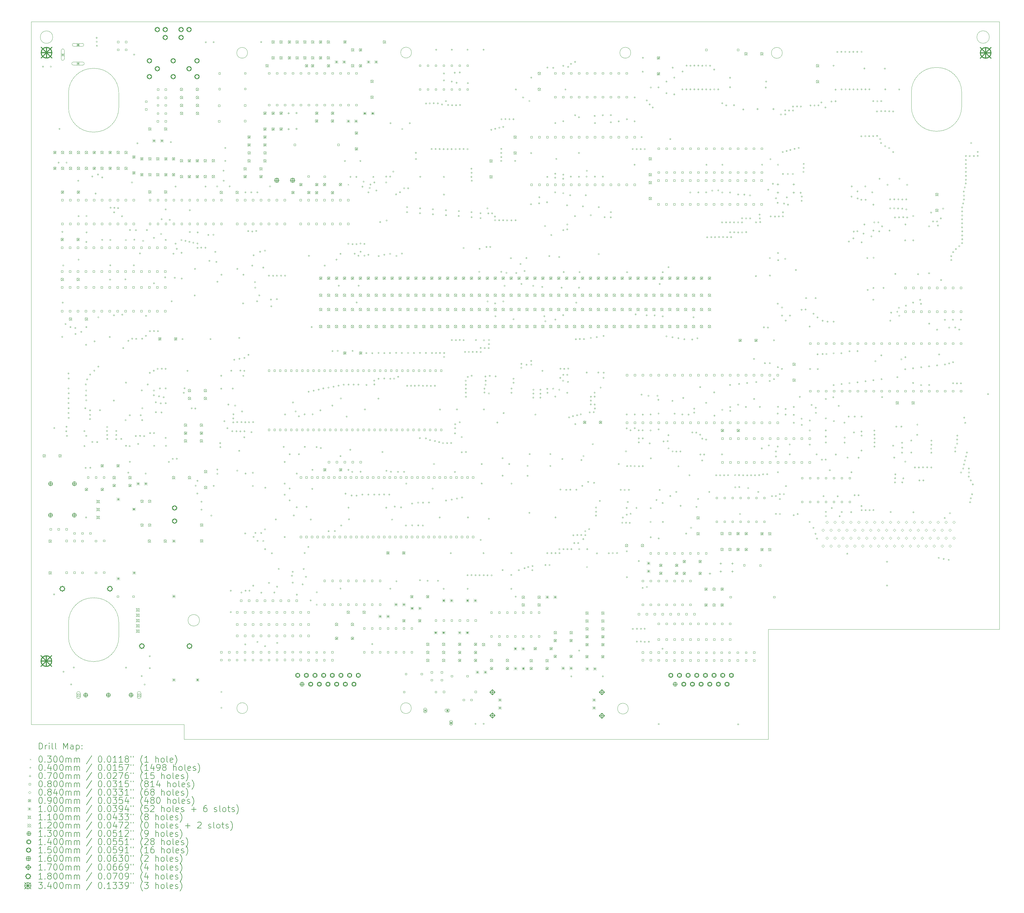
<source format=gbr>
%TF.GenerationSoftware,KiCad,Pcbnew,8.0.5*%
%TF.CreationDate,2025-05-06T19:50:56+10:00*%
%TF.ProjectId,NeoGeoAES3_5,4e656f47-656f-4414-9553-335f352e6b69,BF1.4*%
%TF.SameCoordinates,Original*%
%TF.FileFunction,Drillmap*%
%TF.FilePolarity,Positive*%
%FSLAX45Y45*%
G04 Gerber Fmt 4.5, Leading zero omitted, Abs format (unit mm)*
G04 Created by KiCad (PCBNEW 8.0.5) date 2025-05-06 19:50:56*
%MOMM*%
%LPD*%
G01*
G04 APERTURE LIST*
%ADD10C,0.100000*%
%ADD11C,0.200000*%
%ADD12C,0.110000*%
%ADD13C,0.120000*%
%ADD14C,0.130000*%
%ADD15C,0.140000*%
%ADD16C,0.150000*%
%ADD17C,0.160000*%
%ADD18C,0.170000*%
%ADD19C,0.180000*%
%ADD20C,0.340000*%
G04 APERTURE END LIST*
D10*
X15804179Y-4391660D02*
G75*
G02*
X15458141Y-4391660I-173019J0D01*
G01*
X15458141Y-4391660D02*
G75*
G02*
X15804179Y-4391660I173019J0D01*
G01*
X34304000Y-3895000D02*
G75*
G02*
X33904000Y-3895000I-200000J0D01*
G01*
X33904000Y-3895000D02*
G75*
G02*
X34304000Y-3895000I200000J0D01*
G01*
X10556240Y-4399280D02*
G75*
G02*
X10210203Y-4399280I-173019J0D01*
G01*
X10210203Y-4399280D02*
G75*
G02*
X10556240Y-4399280I173019J0D01*
G01*
X6433460Y-6152120D02*
X6433460Y-5682120D01*
X27226000Y-26381000D02*
X8526000Y-26381000D01*
X27226000Y-22859000D02*
X27226000Y-26381000D01*
X5608460Y-6937120D02*
G75*
G02*
X4823460Y-6152120I0J785000D01*
G01*
X33417000Y-6125000D02*
G75*
G02*
X32632000Y-6910000I-785000J0D01*
G01*
X4320000Y-3897500D02*
G75*
G02*
X3920000Y-3897500I-200000J0D01*
G01*
X3920000Y-3897500D02*
G75*
G02*
X4320000Y-3897500I200000J0D01*
G01*
X5648460Y-21850160D02*
X5608460Y-21850160D01*
X5648460Y-4897120D02*
G75*
G02*
X6433460Y-5682120I0J-785000D01*
G01*
X22746019Y-25399000D02*
G75*
G02*
X22399981Y-25399000I-173019J0D01*
G01*
X22399981Y-25399000D02*
G75*
G02*
X22746019Y-25399000I173019J0D01*
G01*
X4823460Y-22635160D02*
G75*
G02*
X5608460Y-21850160I785000J0D01*
G01*
X9018000Y-22571000D02*
G75*
G02*
X8648000Y-22571000I-185000J0D01*
G01*
X8648000Y-22571000D02*
G75*
G02*
X9018000Y-22571000I185000J0D01*
G01*
X5608460Y-23890160D02*
X5648460Y-23890160D01*
X6433460Y-23105160D02*
X6433460Y-22635160D01*
X33417000Y-6125000D02*
X33417000Y-5655000D01*
X32592000Y-6910000D02*
X32632000Y-6910000D01*
X5648460Y-4897120D02*
X5608460Y-4897120D01*
X3626000Y-3404000D02*
X34626000Y-3404000D01*
X8526000Y-25907000D02*
X3626000Y-25907000D01*
X6433460Y-23105160D02*
G75*
G02*
X5648460Y-23890160I-785000J0D01*
G01*
X4823460Y-22635160D02*
X4823460Y-23105160D01*
X3626000Y-25907000D02*
X3626000Y-3404000D01*
X32632000Y-4870000D02*
G75*
G02*
X33417000Y-5655000I0J-785000D01*
G01*
X6433460Y-6152120D02*
G75*
G02*
X5648460Y-6937120I-785000J0D01*
G01*
X34626000Y-3404000D02*
X34626000Y-22859000D01*
X15798875Y-25384760D02*
G75*
G02*
X15453285Y-25384760I-172795J0D01*
G01*
X15453285Y-25384760D02*
G75*
G02*
X15798875Y-25384760I172795J0D01*
G01*
X10558780Y-25383307D02*
G75*
G02*
X10212743Y-25383307I-173019J0D01*
G01*
X10212743Y-25383307D02*
G75*
G02*
X10558780Y-25383307I173019J0D01*
G01*
X4823460Y-5682120D02*
X4823460Y-6152120D01*
X32632000Y-4870000D02*
X32592000Y-4870000D01*
X5608460Y-6937120D02*
X5648460Y-6937120D01*
X4823460Y-5682120D02*
G75*
G02*
X5608460Y-4897120I785000J0D01*
G01*
X32592000Y-6910000D02*
G75*
G02*
X31807000Y-6125000I0J785000D01*
G01*
X8526000Y-26381000D02*
X8526000Y-25907000D01*
X31807000Y-5655000D02*
X31807000Y-6125000D01*
X5608460Y-23890160D02*
G75*
G02*
X4823460Y-23105160I0J785000D01*
G01*
X5648460Y-21850160D02*
G75*
G02*
X6433460Y-22635160I0J-785000D01*
G01*
X22824440Y-4396740D02*
G75*
G02*
X22473920Y-4396740I-175260J0D01*
G01*
X22473920Y-4396740D02*
G75*
G02*
X22824440Y-4396740I175260J0D01*
G01*
X27675840Y-4401820D02*
G75*
G02*
X27325320Y-4401820I-175260J0D01*
G01*
X27325320Y-4401820D02*
G75*
G02*
X27675840Y-4401820I175260J0D01*
G01*
X31807000Y-5655000D02*
G75*
G02*
X32592000Y-4870000I785000J0D01*
G01*
X34626000Y-22859000D02*
X27226000Y-22859000D01*
D11*
D10*
X13766000Y-8603000D02*
X13796000Y-8633000D01*
X13796000Y-8603000D02*
X13766000Y-8633000D01*
X4025580Y-4843780D02*
G75*
G02*
X3985580Y-4843780I-20000J0D01*
G01*
X3985580Y-4843780D02*
G75*
G02*
X4025580Y-4843780I20000J0D01*
G01*
X4277040Y-4841240D02*
G75*
G02*
X4237040Y-4841240I-20000J0D01*
G01*
X4237040Y-4841240D02*
G75*
G02*
X4277040Y-4841240I20000J0D01*
G01*
X4381180Y-21739860D02*
G75*
G02*
X4341180Y-21739860I-20000J0D01*
G01*
X4341180Y-21739860D02*
G75*
G02*
X4381180Y-21739860I20000J0D01*
G01*
X4388000Y-16417000D02*
G75*
G02*
X4348000Y-16417000I-20000J0D01*
G01*
X4348000Y-16417000D02*
G75*
G02*
X4388000Y-16417000I20000J0D01*
G01*
X4527500Y-7917500D02*
G75*
G02*
X4487500Y-7917500I-20000J0D01*
G01*
X4487500Y-7917500D02*
G75*
G02*
X4527500Y-7917500I20000J0D01*
G01*
X4555000Y-6835000D02*
G75*
G02*
X4515000Y-6835000I-20000J0D01*
G01*
X4515000Y-6835000D02*
G75*
G02*
X4555000Y-6835000I20000J0D01*
G01*
X4642000Y-13494000D02*
G75*
G02*
X4602000Y-13494000I-20000J0D01*
G01*
X4602000Y-13494000D02*
G75*
G02*
X4642000Y-13494000I20000J0D01*
G01*
X4647000Y-10132000D02*
G75*
G02*
X4607000Y-10132000I-20000J0D01*
G01*
X4607000Y-10132000D02*
G75*
G02*
X4647000Y-10132000I20000J0D01*
G01*
X4658000Y-12399000D02*
G75*
G02*
X4618000Y-12399000I-20000J0D01*
G01*
X4618000Y-12399000D02*
G75*
G02*
X4658000Y-12399000I20000J0D01*
G01*
X4675000Y-11209000D02*
G75*
G02*
X4635000Y-11209000I-20000J0D01*
G01*
X4635000Y-11209000D02*
G75*
G02*
X4675000Y-11209000I20000J0D01*
G01*
X4683440Y-24218900D02*
G75*
G02*
X4643440Y-24218900I-20000J0D01*
G01*
X4643440Y-24218900D02*
G75*
G02*
X4683440Y-24218900I20000J0D01*
G01*
X4750000Y-13083000D02*
G75*
G02*
X4710000Y-13083000I-20000J0D01*
G01*
X4710000Y-13083000D02*
G75*
G02*
X4750000Y-13083000I20000J0D01*
G01*
X4771000Y-16515000D02*
G75*
G02*
X4731000Y-16515000I-20000J0D01*
G01*
X4731000Y-16515000D02*
G75*
G02*
X4771000Y-16515000I20000J0D01*
G01*
X4779000Y-16376000D02*
G75*
G02*
X4739000Y-16376000I-20000J0D01*
G01*
X4739000Y-16376000D02*
G75*
G02*
X4779000Y-16376000I20000J0D01*
G01*
X4782500Y-7915000D02*
G75*
G02*
X4742500Y-7915000I-20000J0D01*
G01*
X4742500Y-7915000D02*
G75*
G02*
X4782500Y-7915000I20000J0D01*
G01*
X4794000Y-16667000D02*
G75*
G02*
X4754000Y-16667000I-20000J0D01*
G01*
X4754000Y-16667000D02*
G75*
G02*
X4794000Y-16667000I20000J0D01*
G01*
X4843000Y-14667000D02*
G75*
G02*
X4803000Y-14667000I-20000J0D01*
G01*
X4803000Y-14667000D02*
G75*
G02*
X4843000Y-14667000I20000J0D01*
G01*
X4844000Y-15145000D02*
G75*
G02*
X4804000Y-15145000I-20000J0D01*
G01*
X4804000Y-15145000D02*
G75*
G02*
X4844000Y-15145000I20000J0D01*
G01*
X4844000Y-15463000D02*
G75*
G02*
X4804000Y-15463000I-20000J0D01*
G01*
X4804000Y-15463000D02*
G75*
G02*
X4844000Y-15463000I20000J0D01*
G01*
X4844000Y-15935000D02*
G75*
G02*
X4804000Y-15935000I-20000J0D01*
G01*
X4804000Y-15935000D02*
G75*
G02*
X4844000Y-15935000I20000J0D01*
G01*
X4845000Y-15617000D02*
G75*
G02*
X4805000Y-15617000I-20000J0D01*
G01*
X4805000Y-15617000D02*
G75*
G02*
X4845000Y-15617000I20000J0D01*
G01*
X4849000Y-15780000D02*
G75*
G02*
X4809000Y-15780000I-20000J0D01*
G01*
X4809000Y-15780000D02*
G75*
G02*
X4849000Y-15780000I20000J0D01*
G01*
X4850000Y-14827000D02*
G75*
G02*
X4810000Y-14827000I-20000J0D01*
G01*
X4810000Y-14827000D02*
G75*
G02*
X4850000Y-14827000I20000J0D01*
G01*
X4851000Y-15305000D02*
G75*
G02*
X4811000Y-15305000I-20000J0D01*
G01*
X4811000Y-15305000D02*
G75*
G02*
X4851000Y-15305000I20000J0D01*
G01*
X4851000Y-16090000D02*
G75*
G02*
X4811000Y-16090000I-20000J0D01*
G01*
X4811000Y-16090000D02*
G75*
G02*
X4851000Y-16090000I20000J0D01*
G01*
X4907000Y-13179000D02*
G75*
G02*
X4867000Y-13179000I-20000J0D01*
G01*
X4867000Y-13179000D02*
G75*
G02*
X4907000Y-13179000I20000J0D01*
G01*
X4928000Y-24625000D02*
G75*
G02*
X4888000Y-24625000I-20000J0D01*
G01*
X4888000Y-24625000D02*
G75*
G02*
X4928000Y-24625000I20000J0D01*
G01*
X5013640Y-24081740D02*
G75*
G02*
X4973640Y-24081740I-20000J0D01*
G01*
X4973640Y-24081740D02*
G75*
G02*
X5013640Y-24081740I20000J0D01*
G01*
X5062000Y-13210000D02*
G75*
G02*
X5022000Y-13210000I-20000J0D01*
G01*
X5022000Y-13210000D02*
G75*
G02*
X5062000Y-13210000I20000J0D01*
G01*
X5068000Y-13405000D02*
G75*
G02*
X5028000Y-13405000I-20000J0D01*
G01*
X5028000Y-13405000D02*
G75*
G02*
X5068000Y-13405000I20000J0D01*
G01*
X5155000Y-8497000D02*
G75*
G02*
X5115000Y-8497000I-20000J0D01*
G01*
X5115000Y-8497000D02*
G75*
G02*
X5155000Y-8497000I20000J0D01*
G01*
X5167000Y-9629000D02*
G75*
G02*
X5127000Y-9629000I-20000J0D01*
G01*
X5127000Y-9629000D02*
G75*
G02*
X5167000Y-9629000I20000J0D01*
G01*
X5167000Y-11022000D02*
G75*
G02*
X5127000Y-11022000I-20000J0D01*
G01*
X5127000Y-11022000D02*
G75*
G02*
X5167000Y-11022000I20000J0D01*
G01*
X5251000Y-13336000D02*
G75*
G02*
X5211000Y-13336000I-20000J0D01*
G01*
X5211000Y-13336000D02*
G75*
G02*
X5251000Y-13336000I20000J0D01*
G01*
X5353000Y-16514000D02*
G75*
G02*
X5313000Y-16514000I-20000J0D01*
G01*
X5313000Y-16514000D02*
G75*
G02*
X5353000Y-16514000I20000J0D01*
G01*
X5354000Y-16993000D02*
G75*
G02*
X5314000Y-16993000I-20000J0D01*
G01*
X5314000Y-16993000D02*
G75*
G02*
X5354000Y-16993000I20000J0D01*
G01*
X5380000Y-15779000D02*
G75*
G02*
X5340000Y-15779000I-20000J0D01*
G01*
X5340000Y-15779000D02*
G75*
G02*
X5380000Y-15779000I20000J0D01*
G01*
X5390000Y-17690000D02*
G75*
G02*
X5350000Y-17690000I-20000J0D01*
G01*
X5350000Y-17690000D02*
G75*
G02*
X5390000Y-17690000I20000J0D01*
G01*
X5400000Y-15017000D02*
G75*
G02*
X5360000Y-15017000I-20000J0D01*
G01*
X5360000Y-15017000D02*
G75*
G02*
X5400000Y-15017000I20000J0D01*
G01*
X5403000Y-15371000D02*
G75*
G02*
X5363000Y-15371000I-20000J0D01*
G01*
X5363000Y-15371000D02*
G75*
G02*
X5403000Y-15371000I20000J0D01*
G01*
X5407340Y-19278600D02*
G75*
G02*
X5367340Y-19278600I-20000J0D01*
G01*
X5367340Y-19278600D02*
G75*
G02*
X5407340Y-19278600I20000J0D01*
G01*
X5408000Y-13749000D02*
G75*
G02*
X5368000Y-13749000I-20000J0D01*
G01*
X5368000Y-13749000D02*
G75*
G02*
X5408000Y-13749000I20000J0D01*
G01*
X5409000Y-15213000D02*
G75*
G02*
X5369000Y-15213000I-20000J0D01*
G01*
X5369000Y-15213000D02*
G75*
G02*
X5409000Y-15213000I20000J0D01*
G01*
X5410000Y-15526000D02*
G75*
G02*
X5370000Y-15526000I-20000J0D01*
G01*
X5370000Y-15526000D02*
G75*
G02*
X5410000Y-15526000I20000J0D01*
G01*
X5412000Y-16667000D02*
G75*
G02*
X5372000Y-16667000I-20000J0D01*
G01*
X5372000Y-16667000D02*
G75*
G02*
X5412000Y-16667000I20000J0D01*
G01*
X5414000Y-10453000D02*
G75*
G02*
X5374000Y-10453000I-20000J0D01*
G01*
X5374000Y-10453000D02*
G75*
G02*
X5414000Y-10453000I20000J0D01*
G01*
X5415000Y-13179000D02*
G75*
G02*
X5375000Y-13179000I-20000J0D01*
G01*
X5375000Y-13179000D02*
G75*
G02*
X5415000Y-13179000I20000J0D01*
G01*
X5418000Y-9626000D02*
G75*
G02*
X5378000Y-9626000I-20000J0D01*
G01*
X5378000Y-9626000D02*
G75*
G02*
X5418000Y-9626000I20000J0D01*
G01*
X5421000Y-10149000D02*
G75*
G02*
X5381000Y-10149000I-20000J0D01*
G01*
X5381000Y-10149000D02*
G75*
G02*
X5421000Y-10149000I20000J0D01*
G01*
X5439000Y-14856000D02*
G75*
G02*
X5399000Y-14856000I-20000J0D01*
G01*
X5399000Y-14856000D02*
G75*
G02*
X5439000Y-14856000I20000J0D01*
G01*
X5531000Y-15994000D02*
G75*
G02*
X5491000Y-15994000I-20000J0D01*
G01*
X5491000Y-15994000D02*
G75*
G02*
X5531000Y-15994000I20000J0D01*
G01*
X5532000Y-16126000D02*
G75*
G02*
X5492000Y-16126000I-20000J0D01*
G01*
X5492000Y-16126000D02*
G75*
G02*
X5532000Y-16126000I20000J0D01*
G01*
X5534000Y-14702000D02*
G75*
G02*
X5494000Y-14702000I-20000J0D01*
G01*
X5494000Y-14702000D02*
G75*
G02*
X5534000Y-14702000I20000J0D01*
G01*
X5534000Y-15846000D02*
G75*
G02*
X5494000Y-15846000I-20000J0D01*
G01*
X5494000Y-15846000D02*
G75*
G02*
X5534000Y-15846000I20000J0D01*
G01*
X5542000Y-17688000D02*
G75*
G02*
X5502000Y-17688000I-20000J0D01*
G01*
X5502000Y-17688000D02*
G75*
G02*
X5542000Y-17688000I20000J0D01*
G01*
X5605000Y-8359000D02*
G75*
G02*
X5565000Y-8359000I-20000J0D01*
G01*
X5565000Y-8359000D02*
G75*
G02*
X5605000Y-8359000I20000J0D01*
G01*
X5607000Y-16862000D02*
G75*
G02*
X5567000Y-16862000I-20000J0D01*
G01*
X5567000Y-16862000D02*
G75*
G02*
X5607000Y-16862000I20000J0D01*
G01*
X5671000Y-14577000D02*
G75*
G02*
X5631000Y-14577000I-20000J0D01*
G01*
X5631000Y-14577000D02*
G75*
G02*
X5671000Y-14577000I20000J0D01*
G01*
X5677000Y-13639000D02*
G75*
G02*
X5637000Y-13639000I-20000J0D01*
G01*
X5637000Y-13639000D02*
G75*
G02*
X5677000Y-13639000I20000J0D01*
G01*
X5711000Y-8906000D02*
G75*
G02*
X5671000Y-8906000I-20000J0D01*
G01*
X5671000Y-8906000D02*
G75*
G02*
X5711000Y-8906000I20000J0D01*
G01*
X5746000Y-3918000D02*
G75*
G02*
X5706000Y-3918000I-20000J0D01*
G01*
X5706000Y-3918000D02*
G75*
G02*
X5746000Y-3918000I20000J0D01*
G01*
X5748000Y-4046000D02*
G75*
G02*
X5708000Y-4046000I-20000J0D01*
G01*
X5708000Y-4046000D02*
G75*
G02*
X5748000Y-4046000I20000J0D01*
G01*
X5752000Y-4175000D02*
G75*
G02*
X5712000Y-4175000I-20000J0D01*
G01*
X5712000Y-4175000D02*
G75*
G02*
X5752000Y-4175000I20000J0D01*
G01*
X5761000Y-16864000D02*
G75*
G02*
X5721000Y-16864000I-20000J0D01*
G01*
X5721000Y-16864000D02*
G75*
G02*
X5761000Y-16864000I20000J0D01*
G01*
X5786000Y-8296000D02*
G75*
G02*
X5746000Y-8296000I-20000J0D01*
G01*
X5746000Y-8296000D02*
G75*
G02*
X5786000Y-8296000I20000J0D01*
G01*
X5798000Y-14447000D02*
G75*
G02*
X5758000Y-14447000I-20000J0D01*
G01*
X5758000Y-14447000D02*
G75*
G02*
X5798000Y-14447000I20000J0D01*
G01*
X5799000Y-12869000D02*
G75*
G02*
X5759000Y-12869000I-20000J0D01*
G01*
X5759000Y-12869000D02*
G75*
G02*
X5799000Y-12869000I20000J0D01*
G01*
X5852000Y-15843000D02*
G75*
G02*
X5812000Y-15843000I-20000J0D01*
G01*
X5812000Y-15843000D02*
G75*
G02*
X5852000Y-15843000I20000J0D01*
G01*
X5921000Y-10390000D02*
G75*
G02*
X5881000Y-10390000I-20000J0D01*
G01*
X5881000Y-10390000D02*
G75*
G02*
X5921000Y-10390000I20000J0D01*
G01*
X5922000Y-8389000D02*
G75*
G02*
X5882000Y-8389000I-20000J0D01*
G01*
X5882000Y-8389000D02*
G75*
G02*
X5922000Y-8389000I20000J0D01*
G01*
X6076000Y-16509000D02*
G75*
G02*
X6036000Y-16509000I-20000J0D01*
G01*
X6036000Y-16509000D02*
G75*
G02*
X6076000Y-16509000I20000J0D01*
G01*
X6081000Y-16383000D02*
G75*
G02*
X6041000Y-16383000I-20000J0D01*
G01*
X6041000Y-16383000D02*
G75*
G02*
X6081000Y-16383000I20000J0D01*
G01*
X6082000Y-16634000D02*
G75*
G02*
X6042000Y-16634000I-20000J0D01*
G01*
X6042000Y-16634000D02*
G75*
G02*
X6082000Y-16634000I20000J0D01*
G01*
X6084000Y-16765000D02*
G75*
G02*
X6044000Y-16765000I-20000J0D01*
G01*
X6044000Y-16765000D02*
G75*
G02*
X6084000Y-16765000I20000J0D01*
G01*
X6165000Y-13501000D02*
G75*
G02*
X6125000Y-13501000I-20000J0D01*
G01*
X6125000Y-13501000D02*
G75*
G02*
X6165000Y-13501000I20000J0D01*
G01*
X6175000Y-11662000D02*
G75*
G02*
X6135000Y-11662000I-20000J0D01*
G01*
X6135000Y-11662000D02*
G75*
G02*
X6175000Y-11662000I20000J0D01*
G01*
X6181000Y-11205000D02*
G75*
G02*
X6141000Y-11205000I-20000J0D01*
G01*
X6141000Y-11205000D02*
G75*
G02*
X6181000Y-11205000I20000J0D01*
G01*
X6184000Y-10392000D02*
G75*
G02*
X6144000Y-10392000I-20000J0D01*
G01*
X6144000Y-10392000D02*
G75*
G02*
X6184000Y-10392000I20000J0D01*
G01*
X6191000Y-9358000D02*
G75*
G02*
X6151000Y-9358000I-20000J0D01*
G01*
X6151000Y-9358000D02*
G75*
G02*
X6191000Y-9358000I20000J0D01*
G01*
X6296000Y-15537000D02*
G75*
G02*
X6256000Y-15537000I-20000J0D01*
G01*
X6256000Y-15537000D02*
G75*
G02*
X6296000Y-15537000I20000J0D01*
G01*
X6299000Y-12804000D02*
G75*
G02*
X6259000Y-12804000I-20000J0D01*
G01*
X6259000Y-12804000D02*
G75*
G02*
X6299000Y-12804000I20000J0D01*
G01*
X6303000Y-9506000D02*
G75*
G02*
X6263000Y-9506000I-20000J0D01*
G01*
X6263000Y-9506000D02*
G75*
G02*
X6303000Y-9506000I20000J0D01*
G01*
X6314000Y-9364000D02*
G75*
G02*
X6274000Y-9364000I-20000J0D01*
G01*
X6274000Y-9364000D02*
G75*
G02*
X6314000Y-9364000I20000J0D01*
G01*
X6369000Y-16770000D02*
G75*
G02*
X6329000Y-16770000I-20000J0D01*
G01*
X6329000Y-16770000D02*
G75*
G02*
X6369000Y-16770000I20000J0D01*
G01*
X6371000Y-16509000D02*
G75*
G02*
X6331000Y-16509000I-20000J0D01*
G01*
X6331000Y-16509000D02*
G75*
G02*
X6371000Y-16509000I20000J0D01*
G01*
X6373000Y-16638000D02*
G75*
G02*
X6333000Y-16638000I-20000J0D01*
G01*
X6333000Y-16638000D02*
G75*
G02*
X6373000Y-16638000I20000J0D01*
G01*
X6432000Y-9371000D02*
G75*
G02*
X6392000Y-9371000I-20000J0D01*
G01*
X6392000Y-9371000D02*
G75*
G02*
X6432000Y-9371000I20000J0D01*
G01*
X6533000Y-16764000D02*
G75*
G02*
X6493000Y-16764000I-20000J0D01*
G01*
X6493000Y-16764000D02*
G75*
G02*
X6533000Y-16764000I20000J0D01*
G01*
X6556000Y-9633000D02*
G75*
G02*
X6516000Y-9633000I-20000J0D01*
G01*
X6516000Y-9633000D02*
G75*
G02*
X6556000Y-9633000I20000J0D01*
G01*
X6564000Y-12786000D02*
G75*
G02*
X6524000Y-12786000I-20000J0D01*
G01*
X6524000Y-12786000D02*
G75*
G02*
X6564000Y-12786000I20000J0D01*
G01*
X6596000Y-13855000D02*
G75*
G02*
X6556000Y-13855000I-20000J0D01*
G01*
X6556000Y-13855000D02*
G75*
G02*
X6596000Y-13855000I20000J0D01*
G01*
X6667000Y-11655000D02*
G75*
G02*
X6627000Y-11655000I-20000J0D01*
G01*
X6627000Y-11655000D02*
G75*
G02*
X6667000Y-11655000I20000J0D01*
G01*
X6671000Y-16163000D02*
G75*
G02*
X6631000Y-16163000I-20000J0D01*
G01*
X6631000Y-16163000D02*
G75*
G02*
X6671000Y-16163000I20000J0D01*
G01*
X6681000Y-10396000D02*
G75*
G02*
X6641000Y-10396000I-20000J0D01*
G01*
X6641000Y-10396000D02*
G75*
G02*
X6681000Y-10396000I20000J0D01*
G01*
X6683000Y-14962000D02*
G75*
G02*
X6643000Y-14962000I-20000J0D01*
G01*
X6643000Y-14962000D02*
G75*
G02*
X6683000Y-14962000I20000J0D01*
G01*
X6684000Y-16985000D02*
G75*
G02*
X6644000Y-16985000I-20000J0D01*
G01*
X6644000Y-16985000D02*
G75*
G02*
X6684000Y-16985000I20000J0D01*
G01*
X6684960Y-24089360D02*
G75*
G02*
X6644960Y-24089360I-20000J0D01*
G01*
X6644960Y-24089360D02*
G75*
G02*
X6684960Y-24089360I20000J0D01*
G01*
X6758000Y-17841000D02*
G75*
G02*
X6718000Y-17841000I-20000J0D01*
G01*
X6718000Y-17841000D02*
G75*
G02*
X6758000Y-17841000I20000J0D01*
G01*
X6759000Y-13620000D02*
G75*
G02*
X6719000Y-13620000I-20000J0D01*
G01*
X6719000Y-13620000D02*
G75*
G02*
X6759000Y-13620000I20000J0D01*
G01*
X6801000Y-16994000D02*
G75*
G02*
X6761000Y-16994000I-20000J0D01*
G01*
X6761000Y-16994000D02*
G75*
G02*
X6801000Y-16994000I20000J0D01*
G01*
X6806000Y-16007000D02*
G75*
G02*
X6766000Y-16007000I-20000J0D01*
G01*
X6766000Y-16007000D02*
G75*
G02*
X6806000Y-16007000I20000J0D01*
G01*
X6808000Y-17495000D02*
G75*
G02*
X6768000Y-17495000I-20000J0D01*
G01*
X6768000Y-17495000D02*
G75*
G02*
X6808000Y-17495000I20000J0D01*
G01*
X6812000Y-10076000D02*
G75*
G02*
X6772000Y-10076000I-20000J0D01*
G01*
X6772000Y-10076000D02*
G75*
G02*
X6812000Y-10076000I20000J0D01*
G01*
X6876000Y-8550000D02*
G75*
G02*
X6836000Y-8550000I-20000J0D01*
G01*
X6836000Y-8550000D02*
G75*
G02*
X6876000Y-8550000I20000J0D01*
G01*
X6881000Y-13553000D02*
G75*
G02*
X6841000Y-13553000I-20000J0D01*
G01*
X6841000Y-13553000D02*
G75*
G02*
X6881000Y-13553000I20000J0D01*
G01*
X6937000Y-11206000D02*
G75*
G02*
X6897000Y-11206000I-20000J0D01*
G01*
X6897000Y-11206000D02*
G75*
G02*
X6937000Y-11206000I20000J0D01*
G01*
X6945000Y-4457500D02*
G75*
G02*
X6905000Y-4457500I-20000J0D01*
G01*
X6905000Y-4457500D02*
G75*
G02*
X6945000Y-4457500I20000J0D01*
G01*
X6951000Y-10385000D02*
G75*
G02*
X6911000Y-10385000I-20000J0D01*
G01*
X6911000Y-10385000D02*
G75*
G02*
X6951000Y-10385000I20000J0D01*
G01*
X6999000Y-16668000D02*
G75*
G02*
X6959000Y-16668000I-20000J0D01*
G01*
X6959000Y-16668000D02*
G75*
G02*
X6999000Y-16668000I20000J0D01*
G01*
X7001000Y-10079000D02*
G75*
G02*
X6961000Y-10079000I-20000J0D01*
G01*
X6961000Y-10079000D02*
G75*
G02*
X7001000Y-10079000I20000J0D01*
G01*
X7011000Y-13561000D02*
G75*
G02*
X6971000Y-13561000I-20000J0D01*
G01*
X6971000Y-13561000D02*
G75*
G02*
X7011000Y-13561000I20000J0D01*
G01*
X7047500Y-7297500D02*
G75*
G02*
X7007500Y-7297500I-20000J0D01*
G01*
X7007500Y-7297500D02*
G75*
G02*
X7047500Y-7297500I20000J0D01*
G01*
X7076000Y-16924000D02*
G75*
G02*
X7036000Y-16924000I-20000J0D01*
G01*
X7036000Y-16924000D02*
G75*
G02*
X7076000Y-16924000I20000J0D01*
G01*
X7133000Y-10824000D02*
G75*
G02*
X7093000Y-10824000I-20000J0D01*
G01*
X7093000Y-10824000D02*
G75*
G02*
X7133000Y-10824000I20000J0D01*
G01*
X7134000Y-16665000D02*
G75*
G02*
X7094000Y-16665000I-20000J0D01*
G01*
X7094000Y-16665000D02*
G75*
G02*
X7134000Y-16665000I20000J0D01*
G01*
X7157000Y-16006000D02*
G75*
G02*
X7117000Y-16006000I-20000J0D01*
G01*
X7117000Y-16006000D02*
G75*
G02*
X7157000Y-16006000I20000J0D01*
G01*
X7187880Y-24356060D02*
G75*
G02*
X7147880Y-24356060I-20000J0D01*
G01*
X7147880Y-24356060D02*
G75*
G02*
X7187880Y-24356060I20000J0D01*
G01*
X7191000Y-15211000D02*
G75*
G02*
X7151000Y-15211000I-20000J0D01*
G01*
X7151000Y-15211000D02*
G75*
G02*
X7191000Y-15211000I20000J0D01*
G01*
X7201000Y-16163000D02*
G75*
G02*
X7161000Y-16163000I-20000J0D01*
G01*
X7161000Y-16163000D02*
G75*
G02*
X7201000Y-16163000I20000J0D01*
G01*
X7203000Y-13555000D02*
G75*
G02*
X7163000Y-13555000I-20000J0D01*
G01*
X7163000Y-13555000D02*
G75*
G02*
X7203000Y-13555000I20000J0D01*
G01*
X7207000Y-15782000D02*
G75*
G02*
X7167000Y-15782000I-20000J0D01*
G01*
X7167000Y-15782000D02*
G75*
G02*
X7207000Y-15782000I20000J0D01*
G01*
X7232000Y-10422000D02*
G75*
G02*
X7192000Y-10422000I-20000J0D01*
G01*
X7192000Y-10422000D02*
G75*
G02*
X7232000Y-10422000I20000J0D01*
G01*
X7265000Y-16673000D02*
G75*
G02*
X7225000Y-16673000I-20000J0D01*
G01*
X7225000Y-16673000D02*
G75*
G02*
X7265000Y-16673000I20000J0D01*
G01*
X7281000Y-24629000D02*
G75*
G02*
X7241000Y-24629000I-20000J0D01*
G01*
X7241000Y-24629000D02*
G75*
G02*
X7281000Y-24629000I20000J0D01*
G01*
X7314000Y-17873000D02*
G75*
G02*
X7274000Y-17873000I-20000J0D01*
G01*
X7274000Y-17873000D02*
G75*
G02*
X7314000Y-17873000I20000J0D01*
G01*
X7323000Y-13463000D02*
G75*
G02*
X7283000Y-13463000I-20000J0D01*
G01*
X7283000Y-13463000D02*
G75*
G02*
X7323000Y-13463000I20000J0D01*
G01*
X7327000Y-12823000D02*
G75*
G02*
X7287000Y-12823000I-20000J0D01*
G01*
X7287000Y-12823000D02*
G75*
G02*
X7327000Y-12823000I20000J0D01*
G01*
X7354000Y-10073000D02*
G75*
G02*
X7314000Y-10073000I-20000J0D01*
G01*
X7314000Y-10073000D02*
G75*
G02*
X7354000Y-10073000I20000J0D01*
G01*
X7381000Y-15021000D02*
G75*
G02*
X7341000Y-15021000I-20000J0D01*
G01*
X7341000Y-15021000D02*
G75*
G02*
X7381000Y-15021000I20000J0D01*
G01*
X7444420Y-23721060D02*
G75*
G02*
X7404420Y-23721060I-20000J0D01*
G01*
X7404420Y-23721060D02*
G75*
G02*
X7444420Y-23721060I20000J0D01*
G01*
X7446960Y-24102060D02*
G75*
G02*
X7406960Y-24102060I-20000J0D01*
G01*
X7406960Y-24102060D02*
G75*
G02*
X7446960Y-24102060I20000J0D01*
G01*
X7448000Y-14645000D02*
G75*
G02*
X7408000Y-14645000I-20000J0D01*
G01*
X7408000Y-14645000D02*
G75*
G02*
X7448000Y-14645000I20000J0D01*
G01*
X7451000Y-13311000D02*
G75*
G02*
X7411000Y-13311000I-20000J0D01*
G01*
X7411000Y-13311000D02*
G75*
G02*
X7451000Y-13311000I20000J0D01*
G01*
X7455000Y-16575000D02*
G75*
G02*
X7415000Y-16575000I-20000J0D01*
G01*
X7415000Y-16575000D02*
G75*
G02*
X7455000Y-16575000I20000J0D01*
G01*
X7573000Y-14578000D02*
G75*
G02*
X7533000Y-14578000I-20000J0D01*
G01*
X7533000Y-14578000D02*
G75*
G02*
X7573000Y-14578000I20000J0D01*
G01*
X7577000Y-15214000D02*
G75*
G02*
X7537000Y-15214000I-20000J0D01*
G01*
X7537000Y-15214000D02*
G75*
G02*
X7577000Y-15214000I20000J0D01*
G01*
X7577000Y-15365000D02*
G75*
G02*
X7537000Y-15365000I-20000J0D01*
G01*
X7537000Y-15365000D02*
G75*
G02*
X7577000Y-15365000I20000J0D01*
G01*
X7580000Y-10324000D02*
G75*
G02*
X7540000Y-10324000I-20000J0D01*
G01*
X7540000Y-10324000D02*
G75*
G02*
X7580000Y-10324000I20000J0D01*
G01*
X7581000Y-11782000D02*
G75*
G02*
X7541000Y-11782000I-20000J0D01*
G01*
X7541000Y-11782000D02*
G75*
G02*
X7581000Y-11782000I20000J0D01*
G01*
X7581000Y-13311000D02*
G75*
G02*
X7541000Y-13311000I-20000J0D01*
G01*
X7541000Y-13311000D02*
G75*
G02*
X7581000Y-13311000I20000J0D01*
G01*
X7581000Y-16575000D02*
G75*
G02*
X7541000Y-16575000I-20000J0D01*
G01*
X7541000Y-16575000D02*
G75*
G02*
X7581000Y-16575000I20000J0D01*
G01*
X7585000Y-16985000D02*
G75*
G02*
X7545000Y-16985000I-20000J0D01*
G01*
X7545000Y-16985000D02*
G75*
G02*
X7585000Y-16985000I20000J0D01*
G01*
X7641000Y-15590000D02*
G75*
G02*
X7601000Y-15590000I-20000J0D01*
G01*
X7601000Y-15590000D02*
G75*
G02*
X7641000Y-15590000I20000J0D01*
G01*
X7642000Y-15907000D02*
G75*
G02*
X7602000Y-15907000I-20000J0D01*
G01*
X7602000Y-15907000D02*
G75*
G02*
X7642000Y-15907000I20000J0D01*
G01*
X7698000Y-14519000D02*
G75*
G02*
X7658000Y-14519000I-20000J0D01*
G01*
X7658000Y-14519000D02*
G75*
G02*
X7698000Y-14519000I20000J0D01*
G01*
X7708000Y-13312000D02*
G75*
G02*
X7668000Y-13312000I-20000J0D01*
G01*
X7668000Y-13312000D02*
G75*
G02*
X7708000Y-13312000I20000J0D01*
G01*
X7742000Y-15398000D02*
G75*
G02*
X7702000Y-15398000I-20000J0D01*
G01*
X7702000Y-15398000D02*
G75*
G02*
X7742000Y-15398000I20000J0D01*
G01*
X7770000Y-15148000D02*
G75*
G02*
X7730000Y-15148000I-20000J0D01*
G01*
X7730000Y-15148000D02*
G75*
G02*
X7770000Y-15148000I20000J0D01*
G01*
X7796000Y-15625000D02*
G75*
G02*
X7756000Y-15625000I-20000J0D01*
G01*
X7756000Y-15625000D02*
G75*
G02*
X7796000Y-15625000I20000J0D01*
G01*
X7808000Y-10201000D02*
G75*
G02*
X7768000Y-10201000I-20000J0D01*
G01*
X7768000Y-10201000D02*
G75*
G02*
X7808000Y-10201000I20000J0D01*
G01*
X7821000Y-15915000D02*
G75*
G02*
X7781000Y-15915000I-20000J0D01*
G01*
X7781000Y-15915000D02*
G75*
G02*
X7821000Y-15915000I20000J0D01*
G01*
X7825000Y-9729000D02*
G75*
G02*
X7785000Y-9729000I-20000J0D01*
G01*
X7785000Y-9729000D02*
G75*
G02*
X7825000Y-9729000I20000J0D01*
G01*
X7829000Y-14515000D02*
G75*
G02*
X7789000Y-14515000I-20000J0D01*
G01*
X7789000Y-14515000D02*
G75*
G02*
X7829000Y-14515000I20000J0D01*
G01*
X7890000Y-15430000D02*
G75*
G02*
X7850000Y-15430000I-20000J0D01*
G01*
X7850000Y-15430000D02*
G75*
G02*
X7890000Y-15430000I20000J0D01*
G01*
X7938000Y-11593000D02*
G75*
G02*
X7898000Y-11593000I-20000J0D01*
G01*
X7898000Y-11593000D02*
G75*
G02*
X7938000Y-11593000I20000J0D01*
G01*
X7952000Y-14518000D02*
G75*
G02*
X7912000Y-14518000I-20000J0D01*
G01*
X7912000Y-14518000D02*
G75*
G02*
X7952000Y-14518000I20000J0D01*
G01*
X7955000Y-10392000D02*
G75*
G02*
X7915000Y-10392000I-20000J0D01*
G01*
X7915000Y-10392000D02*
G75*
G02*
X7955000Y-10392000I20000J0D01*
G01*
X7956000Y-9414000D02*
G75*
G02*
X7916000Y-9414000I-20000J0D01*
G01*
X7916000Y-9414000D02*
G75*
G02*
X7956000Y-9414000I20000J0D01*
G01*
X7956000Y-15146000D02*
G75*
G02*
X7916000Y-15146000I-20000J0D01*
G01*
X7916000Y-15146000D02*
G75*
G02*
X7956000Y-15146000I20000J0D01*
G01*
X7956000Y-15618000D02*
G75*
G02*
X7916000Y-15618000I-20000J0D01*
G01*
X7916000Y-15618000D02*
G75*
G02*
X7956000Y-15618000I20000J0D01*
G01*
X7956000Y-16729000D02*
G75*
G02*
X7916000Y-16729000I-20000J0D01*
G01*
X7916000Y-16729000D02*
G75*
G02*
X7956000Y-16729000I20000J0D01*
G01*
X7967000Y-16985000D02*
G75*
G02*
X7927000Y-16985000I-20000J0D01*
G01*
X7927000Y-16985000D02*
G75*
G02*
X7967000Y-16985000I20000J0D01*
G01*
X8055000Y-17500000D02*
G75*
G02*
X8015000Y-17500000I-20000J0D01*
G01*
X8015000Y-17500000D02*
G75*
G02*
X8055000Y-17500000I20000J0D01*
G01*
X8084000Y-9750000D02*
G75*
G02*
X8044000Y-9750000I-20000J0D01*
G01*
X8044000Y-9750000D02*
G75*
G02*
X8084000Y-9750000I20000J0D01*
G01*
X8121000Y-7259000D02*
G75*
G02*
X8081000Y-7259000I-20000J0D01*
G01*
X8081000Y-7259000D02*
G75*
G02*
X8121000Y-7259000I20000J0D01*
G01*
X8146000Y-12354000D02*
G75*
G02*
X8106000Y-12354000I-20000J0D01*
G01*
X8106000Y-12354000D02*
G75*
G02*
X8146000Y-12354000I20000J0D01*
G01*
X8180000Y-17400000D02*
G75*
G02*
X8140000Y-17400000I-20000J0D01*
G01*
X8140000Y-17400000D02*
G75*
G02*
X8180000Y-17400000I20000J0D01*
G01*
X8203000Y-10834000D02*
G75*
G02*
X8163000Y-10834000I-20000J0D01*
G01*
X8163000Y-10834000D02*
G75*
G02*
X8203000Y-10834000I20000J0D01*
G01*
X8246000Y-11602000D02*
G75*
G02*
X8206000Y-11602000I-20000J0D01*
G01*
X8206000Y-11602000D02*
G75*
G02*
X8246000Y-11602000I20000J0D01*
G01*
X8271000Y-8683000D02*
G75*
G02*
X8231000Y-8683000I-20000J0D01*
G01*
X8231000Y-8683000D02*
G75*
G02*
X8271000Y-8683000I20000J0D01*
G01*
X8271000Y-10511000D02*
G75*
G02*
X8231000Y-10511000I-20000J0D01*
G01*
X8231000Y-10511000D02*
G75*
G02*
X8271000Y-10511000I20000J0D01*
G01*
X8309000Y-17398000D02*
G75*
G02*
X8269000Y-17398000I-20000J0D01*
G01*
X8269000Y-17398000D02*
G75*
G02*
X8309000Y-17398000I20000J0D01*
G01*
X8310000Y-10674000D02*
G75*
G02*
X8270000Y-10674000I-20000J0D01*
G01*
X8270000Y-10674000D02*
G75*
G02*
X8310000Y-10674000I20000J0D01*
G01*
X8460000Y-10396000D02*
G75*
G02*
X8420000Y-10396000I-20000J0D01*
G01*
X8420000Y-10396000D02*
G75*
G02*
X8460000Y-10396000I20000J0D01*
G01*
X8463000Y-10802000D02*
G75*
G02*
X8423000Y-10802000I-20000J0D01*
G01*
X8423000Y-10802000D02*
G75*
G02*
X8463000Y-10802000I20000J0D01*
G01*
X8469000Y-11630000D02*
G75*
G02*
X8429000Y-11630000I-20000J0D01*
G01*
X8429000Y-11630000D02*
G75*
G02*
X8469000Y-11630000I20000J0D01*
G01*
X8494000Y-13566000D02*
G75*
G02*
X8454000Y-13566000I-20000J0D01*
G01*
X8454000Y-13566000D02*
G75*
G02*
X8494000Y-13566000I20000J0D01*
G01*
X8534000Y-15284000D02*
G75*
G02*
X8494000Y-15284000I-20000J0D01*
G01*
X8494000Y-15284000D02*
G75*
G02*
X8534000Y-15284000I20000J0D01*
G01*
X8557000Y-15143000D02*
G75*
G02*
X8517000Y-15143000I-20000J0D01*
G01*
X8517000Y-15143000D02*
G75*
G02*
X8557000Y-15143000I20000J0D01*
G01*
X8588000Y-10420000D02*
G75*
G02*
X8548000Y-10420000I-20000J0D01*
G01*
X8548000Y-10420000D02*
G75*
G02*
X8588000Y-10420000I20000J0D01*
G01*
X8653000Y-14582000D02*
G75*
G02*
X8613000Y-14582000I-20000J0D01*
G01*
X8613000Y-14582000D02*
G75*
G02*
X8653000Y-14582000I20000J0D01*
G01*
X8714000Y-10452000D02*
G75*
G02*
X8674000Y-10452000I-20000J0D01*
G01*
X8674000Y-10452000D02*
G75*
G02*
X8714000Y-10452000I20000J0D01*
G01*
X8728000Y-10140000D02*
G75*
G02*
X8688000Y-10140000I-20000J0D01*
G01*
X8688000Y-10140000D02*
G75*
G02*
X8728000Y-10140000I20000J0D01*
G01*
X8729000Y-9441000D02*
G75*
G02*
X8689000Y-9441000I-20000J0D01*
G01*
X8689000Y-9441000D02*
G75*
G02*
X8729000Y-9441000I20000J0D01*
G01*
X8788000Y-15783000D02*
G75*
G02*
X8748000Y-15783000I-20000J0D01*
G01*
X8748000Y-15783000D02*
G75*
G02*
X8788000Y-15783000I20000J0D01*
G01*
X8838000Y-10481000D02*
G75*
G02*
X8798000Y-10481000I-20000J0D01*
G01*
X8798000Y-10481000D02*
G75*
G02*
X8838000Y-10481000I20000J0D01*
G01*
X8885000Y-12171000D02*
G75*
G02*
X8845000Y-12171000I-20000J0D01*
G01*
X8845000Y-12171000D02*
G75*
G02*
X8885000Y-12171000I20000J0D01*
G01*
X8893000Y-11317000D02*
G75*
G02*
X8853000Y-11317000I-20000J0D01*
G01*
X8853000Y-11317000D02*
G75*
G02*
X8893000Y-11317000I20000J0D01*
G01*
X8904000Y-15789000D02*
G75*
G02*
X8864000Y-15789000I-20000J0D01*
G01*
X8864000Y-15789000D02*
G75*
G02*
X8904000Y-15789000I20000J0D01*
G01*
X8914000Y-18262000D02*
G75*
G02*
X8874000Y-18262000I-20000J0D01*
G01*
X8874000Y-18262000D02*
G75*
G02*
X8914000Y-18262000I20000J0D01*
G01*
X8968000Y-18512000D02*
G75*
G02*
X8928000Y-18512000I-20000J0D01*
G01*
X8928000Y-18512000D02*
G75*
G02*
X8968000Y-18512000I20000J0D01*
G01*
X8971000Y-18105000D02*
G75*
G02*
X8931000Y-18105000I-20000J0D01*
G01*
X8931000Y-18105000D02*
G75*
G02*
X8971000Y-18105000I20000J0D01*
G01*
X8973000Y-10506000D02*
G75*
G02*
X8933000Y-10506000I-20000J0D01*
G01*
X8933000Y-10506000D02*
G75*
G02*
X8973000Y-10506000I20000J0D01*
G01*
X8974000Y-10645000D02*
G75*
G02*
X8934000Y-10645000I-20000J0D01*
G01*
X8934000Y-10645000D02*
G75*
G02*
X8974000Y-10645000I20000J0D01*
G01*
X8980000Y-10148000D02*
G75*
G02*
X8940000Y-10148000I-20000J0D01*
G01*
X8940000Y-10148000D02*
G75*
G02*
X8980000Y-10148000I20000J0D01*
G01*
X9090000Y-10638000D02*
G75*
G02*
X9050000Y-10638000I-20000J0D01*
G01*
X9050000Y-10638000D02*
G75*
G02*
X9090000Y-10638000I20000J0D01*
G01*
X9100500Y-19027140D02*
G75*
G02*
X9060500Y-19027140I-20000J0D01*
G01*
X9060500Y-19027140D02*
G75*
G02*
X9100500Y-19027140I20000J0D01*
G01*
X9101000Y-18774000D02*
G75*
G02*
X9061000Y-18774000I-20000J0D01*
G01*
X9061000Y-18774000D02*
G75*
G02*
X9101000Y-18774000I20000J0D01*
G01*
X9228000Y-10640000D02*
G75*
G02*
X9188000Y-10640000I-20000J0D01*
G01*
X9188000Y-10640000D02*
G75*
G02*
X9228000Y-10640000I20000J0D01*
G01*
X9233000Y-8682000D02*
G75*
G02*
X9193000Y-8682000I-20000J0D01*
G01*
X9193000Y-8682000D02*
G75*
G02*
X9233000Y-8682000I20000J0D01*
G01*
X9239000Y-4062000D02*
G75*
G02*
X9199000Y-4062000I-20000J0D01*
G01*
X9199000Y-4062000D02*
G75*
G02*
X9239000Y-4062000I20000J0D01*
G01*
X9319000Y-10230000D02*
G75*
G02*
X9279000Y-10230000I-20000J0D01*
G01*
X9279000Y-10230000D02*
G75*
G02*
X9319000Y-10230000I20000J0D01*
G01*
X9354000Y-11062000D02*
G75*
G02*
X9314000Y-11062000I-20000J0D01*
G01*
X9314000Y-11062000D02*
G75*
G02*
X9354000Y-11062000I20000J0D01*
G01*
X9389000Y-13565000D02*
G75*
G02*
X9349000Y-13565000I-20000J0D01*
G01*
X9349000Y-13565000D02*
G75*
G02*
X9389000Y-13565000I20000J0D01*
G01*
X9415000Y-19218000D02*
G75*
G02*
X9375000Y-19218000I-20000J0D01*
G01*
X9375000Y-19218000D02*
G75*
G02*
X9415000Y-19218000I20000J0D01*
G01*
X9482000Y-10227000D02*
G75*
G02*
X9442000Y-10227000I-20000J0D01*
G01*
X9442000Y-10227000D02*
G75*
G02*
X9482000Y-10227000I20000J0D01*
G01*
X9488000Y-4059000D02*
G75*
G02*
X9448000Y-4059000I-20000J0D01*
G01*
X9448000Y-4059000D02*
G75*
G02*
X9488000Y-4059000I20000J0D01*
G01*
X9492000Y-18264000D02*
G75*
G02*
X9452000Y-18264000I-20000J0D01*
G01*
X9452000Y-18264000D02*
G75*
G02*
X9492000Y-18264000I20000J0D01*
G01*
X9543000Y-10773000D02*
G75*
G02*
X9503000Y-10773000I-20000J0D01*
G01*
X9503000Y-10773000D02*
G75*
G02*
X9543000Y-10773000I20000J0D01*
G01*
X9580000Y-11095000D02*
G75*
G02*
X9540000Y-11095000I-20000J0D01*
G01*
X9540000Y-11095000D02*
G75*
G02*
X9580000Y-11095000I20000J0D01*
G01*
X9602000Y-8677000D02*
G75*
G02*
X9562000Y-8677000I-20000J0D01*
G01*
X9562000Y-8677000D02*
G75*
G02*
X9602000Y-8677000I20000J0D01*
G01*
X9608000Y-17744000D02*
G75*
G02*
X9568000Y-17744000I-20000J0D01*
G01*
X9568000Y-17744000D02*
G75*
G02*
X9608000Y-17744000I20000J0D01*
G01*
X9609000Y-17880000D02*
G75*
G02*
X9569000Y-17880000I-20000J0D01*
G01*
X9569000Y-17880000D02*
G75*
G02*
X9609000Y-17880000I20000J0D01*
G01*
X9611000Y-11729000D02*
G75*
G02*
X9571000Y-11729000I-20000J0D01*
G01*
X9571000Y-11729000D02*
G75*
G02*
X9611000Y-11729000I20000J0D01*
G01*
X9698000Y-16900000D02*
G75*
G02*
X9658000Y-16900000I-20000J0D01*
G01*
X9658000Y-16900000D02*
G75*
G02*
X9698000Y-16900000I20000J0D01*
G01*
X9704000Y-17027000D02*
G75*
G02*
X9664000Y-17027000I-20000J0D01*
G01*
X9664000Y-17027000D02*
G75*
G02*
X9704000Y-17027000I20000J0D01*
G01*
X9733000Y-14739000D02*
G75*
G02*
X9693000Y-14739000I-20000J0D01*
G01*
X9693000Y-14739000D02*
G75*
G02*
X9733000Y-14739000I20000J0D01*
G01*
X9733000Y-15157000D02*
G75*
G02*
X9693000Y-15157000I-20000J0D01*
G01*
X9693000Y-15157000D02*
G75*
G02*
X9733000Y-15157000I20000J0D01*
G01*
X9738040Y-24866600D02*
G75*
G02*
X9698040Y-24866600I-20000J0D01*
G01*
X9698040Y-24866600D02*
G75*
G02*
X9738040Y-24866600I20000J0D01*
G01*
X9738040Y-25374600D02*
G75*
G02*
X9698040Y-25374600I-20000J0D01*
G01*
X9698040Y-25374600D02*
G75*
G02*
X9738040Y-25374600I20000J0D01*
G01*
X9743000Y-11506000D02*
G75*
G02*
X9703000Y-11506000I-20000J0D01*
G01*
X9703000Y-11506000D02*
G75*
G02*
X9743000Y-11506000I20000J0D01*
G01*
X9807500Y-8175000D02*
G75*
G02*
X9767500Y-8175000I-20000J0D01*
G01*
X9767500Y-8175000D02*
G75*
G02*
X9807500Y-8175000I20000J0D01*
G01*
X9812000Y-8496000D02*
G75*
G02*
X9772000Y-8496000I-20000J0D01*
G01*
X9772000Y-8496000D02*
G75*
G02*
X9812000Y-8496000I20000J0D01*
G01*
X9835000Y-16196000D02*
G75*
G02*
X9795000Y-16196000I-20000J0D01*
G01*
X9795000Y-16196000D02*
G75*
G02*
X9835000Y-16196000I20000J0D01*
G01*
X9862500Y-7445000D02*
G75*
G02*
X9822500Y-7445000I-20000J0D01*
G01*
X9822500Y-7445000D02*
G75*
G02*
X9862500Y-7445000I20000J0D01*
G01*
X9862500Y-7862500D02*
G75*
G02*
X9822500Y-7862500I-20000J0D01*
G01*
X9822500Y-7862500D02*
G75*
G02*
X9862500Y-7862500I20000J0D01*
G01*
X9930000Y-16421000D02*
G75*
G02*
X9890000Y-16421000I-20000J0D01*
G01*
X9890000Y-16421000D02*
G75*
G02*
X9930000Y-16421000I20000J0D01*
G01*
X9961000Y-15660000D02*
G75*
G02*
X9921000Y-15660000I-20000J0D01*
G01*
X9921000Y-15660000D02*
G75*
G02*
X9961000Y-15660000I20000J0D01*
G01*
X10002000Y-8677000D02*
G75*
G02*
X9962000Y-8677000I-20000J0D01*
G01*
X9962000Y-8677000D02*
G75*
G02*
X10002000Y-8677000I20000J0D01*
G01*
X10039000Y-21625000D02*
G75*
G02*
X9999000Y-21625000I-20000J0D01*
G01*
X9999000Y-21625000D02*
G75*
G02*
X10039000Y-21625000I20000J0D01*
G01*
X10040000Y-22311000D02*
G75*
G02*
X10000000Y-22311000I-20000J0D01*
G01*
X10000000Y-22311000D02*
G75*
G02*
X10040000Y-22311000I20000J0D01*
G01*
X10054000Y-14581000D02*
G75*
G02*
X10014000Y-14581000I-20000J0D01*
G01*
X10014000Y-14581000D02*
G75*
G02*
X10054000Y-14581000I20000J0D01*
G01*
X10085000Y-16516000D02*
G75*
G02*
X10045000Y-16516000I-20000J0D01*
G01*
X10045000Y-16516000D02*
G75*
G02*
X10085000Y-16516000I20000J0D01*
G01*
X10103000Y-15151000D02*
G75*
G02*
X10063000Y-15151000I-20000J0D01*
G01*
X10063000Y-15151000D02*
G75*
G02*
X10103000Y-15151000I20000J0D01*
G01*
X10117000Y-16105000D02*
G75*
G02*
X10077000Y-16105000I-20000J0D01*
G01*
X10077000Y-16105000D02*
G75*
G02*
X10117000Y-16105000I20000J0D01*
G01*
X10118000Y-16236000D02*
G75*
G02*
X10078000Y-16236000I-20000J0D01*
G01*
X10078000Y-16236000D02*
G75*
G02*
X10118000Y-16236000I20000J0D01*
G01*
X10124000Y-15974000D02*
G75*
G02*
X10084000Y-15974000I-20000J0D01*
G01*
X10084000Y-15974000D02*
G75*
G02*
X10124000Y-15974000I20000J0D01*
G01*
X10149000Y-14228000D02*
G75*
G02*
X10109000Y-14228000I-20000J0D01*
G01*
X10109000Y-14228000D02*
G75*
G02*
X10149000Y-14228000I20000J0D01*
G01*
X10177000Y-15696000D02*
G75*
G02*
X10137000Y-15696000I-20000J0D01*
G01*
X10137000Y-15696000D02*
G75*
G02*
X10177000Y-15696000I20000J0D01*
G01*
X10221000Y-16519000D02*
G75*
G02*
X10181000Y-16519000I-20000J0D01*
G01*
X10181000Y-16519000D02*
G75*
G02*
X10221000Y-16519000I20000J0D01*
G01*
X10243000Y-16226000D02*
G75*
G02*
X10203000Y-16226000I-20000J0D01*
G01*
X10203000Y-16226000D02*
G75*
G02*
X10243000Y-16226000I20000J0D01*
G01*
X10246000Y-17780000D02*
G75*
G02*
X10206000Y-17780000I-20000J0D01*
G01*
X10206000Y-17780000D02*
G75*
G02*
X10246000Y-17780000I20000J0D01*
G01*
X10248000Y-11317000D02*
G75*
G02*
X10208000Y-11317000I-20000J0D01*
G01*
X10208000Y-11317000D02*
G75*
G02*
X10248000Y-11317000I20000J0D01*
G01*
X10308000Y-13529000D02*
G75*
G02*
X10268000Y-13529000I-20000J0D01*
G01*
X10268000Y-13529000D02*
G75*
G02*
X10308000Y-13529000I20000J0D01*
G01*
X10309000Y-17147000D02*
G75*
G02*
X10269000Y-17147000I-20000J0D01*
G01*
X10269000Y-17147000D02*
G75*
G02*
X10309000Y-17147000I20000J0D01*
G01*
X10315000Y-14197000D02*
G75*
G02*
X10275000Y-14197000I-20000J0D01*
G01*
X10275000Y-14197000D02*
G75*
G02*
X10315000Y-14197000I20000J0D01*
G01*
X10345000Y-16522000D02*
G75*
G02*
X10305000Y-16522000I-20000J0D01*
G01*
X10305000Y-16522000D02*
G75*
G02*
X10345000Y-16522000I20000J0D01*
G01*
X10346000Y-14576000D02*
G75*
G02*
X10306000Y-14576000I-20000J0D01*
G01*
X10306000Y-14576000D02*
G75*
G02*
X10346000Y-14576000I20000J0D01*
G01*
X10379000Y-21683000D02*
G75*
G02*
X10339000Y-21683000I-20000J0D01*
G01*
X10339000Y-21683000D02*
G75*
G02*
X10379000Y-21683000I20000J0D01*
G01*
X10381000Y-16226000D02*
G75*
G02*
X10341000Y-16226000I-20000J0D01*
G01*
X10341000Y-16226000D02*
G75*
G02*
X10381000Y-16226000I20000J0D01*
G01*
X10399000Y-15884000D02*
G75*
G02*
X10359000Y-15884000I-20000J0D01*
G01*
X10359000Y-15884000D02*
G75*
G02*
X10399000Y-15884000I20000J0D01*
G01*
X10435000Y-12423000D02*
G75*
G02*
X10395000Y-12423000I-20000J0D01*
G01*
X10395000Y-12423000D02*
G75*
G02*
X10435000Y-12423000I20000J0D01*
G01*
X10439000Y-14743000D02*
G75*
G02*
X10399000Y-14743000I-20000J0D01*
G01*
X10399000Y-14743000D02*
G75*
G02*
X10439000Y-14743000I20000J0D01*
G01*
X10444000Y-11506000D02*
G75*
G02*
X10404000Y-11506000I-20000J0D01*
G01*
X10404000Y-11506000D02*
G75*
G02*
X10444000Y-11506000I20000J0D01*
G01*
X10471000Y-14582000D02*
G75*
G02*
X10431000Y-14582000I-20000J0D01*
G01*
X10431000Y-14582000D02*
G75*
G02*
X10471000Y-14582000I20000J0D01*
G01*
X10471000Y-16710000D02*
G75*
G02*
X10431000Y-16710000I-20000J0D01*
G01*
X10431000Y-16710000D02*
G75*
G02*
X10471000Y-16710000I20000J0D01*
G01*
X10477000Y-14168000D02*
G75*
G02*
X10437000Y-14168000I-20000J0D01*
G01*
X10437000Y-14168000D02*
G75*
G02*
X10477000Y-14168000I20000J0D01*
G01*
X10477000Y-16520000D02*
G75*
G02*
X10437000Y-16520000I-20000J0D01*
G01*
X10437000Y-16520000D02*
G75*
G02*
X10477000Y-16520000I20000J0D01*
G01*
X10501000Y-23343000D02*
G75*
G02*
X10461000Y-23343000I-20000J0D01*
G01*
X10461000Y-23343000D02*
G75*
G02*
X10501000Y-23343000I20000J0D01*
G01*
X10502000Y-16231000D02*
G75*
G02*
X10462000Y-16231000I-20000J0D01*
G01*
X10462000Y-16231000D02*
G75*
G02*
X10502000Y-16231000I20000J0D01*
G01*
X10502580Y-19789140D02*
G75*
G02*
X10462580Y-19789140I-20000J0D01*
G01*
X10462580Y-19789140D02*
G75*
G02*
X10502580Y-19789140I20000J0D01*
G01*
X10508000Y-8867000D02*
G75*
G02*
X10468000Y-8867000I-20000J0D01*
G01*
X10468000Y-8867000D02*
G75*
G02*
X10508000Y-8867000I20000J0D01*
G01*
X10511000Y-17874000D02*
G75*
G02*
X10471000Y-17874000I-20000J0D01*
G01*
X10471000Y-17874000D02*
G75*
G02*
X10511000Y-17874000I20000J0D01*
G01*
X10512000Y-21625000D02*
G75*
G02*
X10472000Y-21625000I-20000J0D01*
G01*
X10472000Y-21625000D02*
G75*
G02*
X10512000Y-21625000I20000J0D01*
G01*
X10596000Y-10107000D02*
G75*
G02*
X10556000Y-10107000I-20000J0D01*
G01*
X10556000Y-10107000D02*
G75*
G02*
X10596000Y-10107000I20000J0D01*
G01*
X10605000Y-14073000D02*
G75*
G02*
X10565000Y-14073000I-20000J0D01*
G01*
X10565000Y-14073000D02*
G75*
G02*
X10605000Y-14073000I20000J0D01*
G01*
X10624000Y-16228000D02*
G75*
G02*
X10584000Y-16228000I-20000J0D01*
G01*
X10584000Y-16228000D02*
G75*
G02*
X10624000Y-16228000I20000J0D01*
G01*
X10636000Y-21622000D02*
G75*
G02*
X10596000Y-21622000I-20000J0D01*
G01*
X10596000Y-21622000D02*
G75*
G02*
X10636000Y-21622000I20000J0D01*
G01*
X10696000Y-8868000D02*
G75*
G02*
X10656000Y-8868000I-20000J0D01*
G01*
X10656000Y-8868000D02*
G75*
G02*
X10696000Y-8868000I20000J0D01*
G01*
X10700000Y-16548000D02*
G75*
G02*
X10660000Y-16548000I-20000J0D01*
G01*
X10660000Y-16548000D02*
G75*
G02*
X10700000Y-16548000I20000J0D01*
G01*
X10725000Y-11212000D02*
G75*
G02*
X10685000Y-11212000I-20000J0D01*
G01*
X10685000Y-11212000D02*
G75*
G02*
X10725000Y-11212000I20000J0D01*
G01*
X10727000Y-10119000D02*
G75*
G02*
X10687000Y-10119000I-20000J0D01*
G01*
X10687000Y-10119000D02*
G75*
G02*
X10727000Y-10119000I20000J0D01*
G01*
X10746000Y-17845000D02*
G75*
G02*
X10706000Y-17845000I-20000J0D01*
G01*
X10706000Y-17845000D02*
G75*
G02*
X10746000Y-17845000I20000J0D01*
G01*
X10746000Y-18271000D02*
G75*
G02*
X10706000Y-18271000I-20000J0D01*
G01*
X10706000Y-18271000D02*
G75*
G02*
X10746000Y-18271000I20000J0D01*
G01*
X10754000Y-16227000D02*
G75*
G02*
X10714000Y-16227000I-20000J0D01*
G01*
X10714000Y-16227000D02*
G75*
G02*
X10754000Y-16227000I20000J0D01*
G01*
X10758000Y-21460000D02*
G75*
G02*
X10718000Y-21460000I-20000J0D01*
G01*
X10718000Y-21460000D02*
G75*
G02*
X10758000Y-21460000I20000J0D01*
G01*
X10768000Y-19899000D02*
G75*
G02*
X10728000Y-19899000I-20000J0D01*
G01*
X10728000Y-19899000D02*
G75*
G02*
X10768000Y-19899000I20000J0D01*
G01*
X10769000Y-10881000D02*
G75*
G02*
X10729000Y-10881000I-20000J0D01*
G01*
X10729000Y-10881000D02*
G75*
G02*
X10769000Y-10881000I20000J0D01*
G01*
X10814000Y-11743000D02*
G75*
G02*
X10774000Y-11743000I-20000J0D01*
G01*
X10774000Y-11743000D02*
G75*
G02*
X10814000Y-11743000I20000J0D01*
G01*
X10820000Y-11920000D02*
G75*
G02*
X10780000Y-11920000I-20000J0D01*
G01*
X10780000Y-11920000D02*
G75*
G02*
X10820000Y-11920000I20000J0D01*
G01*
X10826000Y-19773000D02*
G75*
G02*
X10786000Y-19773000I-20000J0D01*
G01*
X10786000Y-19773000D02*
G75*
G02*
X10826000Y-19773000I20000J0D01*
G01*
X10854000Y-10104000D02*
G75*
G02*
X10814000Y-10104000I-20000J0D01*
G01*
X10814000Y-10104000D02*
G75*
G02*
X10854000Y-10104000I20000J0D01*
G01*
X10881000Y-12358000D02*
G75*
G02*
X10841000Y-12358000I-20000J0D01*
G01*
X10841000Y-12358000D02*
G75*
G02*
X10881000Y-12358000I20000J0D01*
G01*
X10890000Y-8867000D02*
G75*
G02*
X10850000Y-8867000I-20000J0D01*
G01*
X10850000Y-8867000D02*
G75*
G02*
X10890000Y-8867000I20000J0D01*
G01*
X10891000Y-23265000D02*
G75*
G02*
X10851000Y-23265000I-20000J0D01*
G01*
X10851000Y-23265000D02*
G75*
G02*
X10891000Y-23265000I20000J0D01*
G01*
X10895000Y-20026000D02*
G75*
G02*
X10855000Y-20026000I-20000J0D01*
G01*
X10855000Y-20026000D02*
G75*
G02*
X10895000Y-20026000I20000J0D01*
G01*
X10950000Y-12166000D02*
G75*
G02*
X10910000Y-12166000I-20000J0D01*
G01*
X10910000Y-12166000D02*
G75*
G02*
X10950000Y-12166000I20000J0D01*
G01*
X10978000Y-10768000D02*
G75*
G02*
X10938000Y-10768000I-20000J0D01*
G01*
X10938000Y-10768000D02*
G75*
G02*
X10978000Y-10768000I20000J0D01*
G01*
X11011000Y-4053000D02*
G75*
G02*
X10971000Y-4053000I-20000J0D01*
G01*
X10971000Y-4053000D02*
G75*
G02*
X11011000Y-4053000I20000J0D01*
G01*
X11013000Y-19776000D02*
G75*
G02*
X10973000Y-19776000I-20000J0D01*
G01*
X10973000Y-19776000D02*
G75*
G02*
X11013000Y-19776000I20000J0D01*
G01*
X11016000Y-21685000D02*
G75*
G02*
X10976000Y-21685000I-20000J0D01*
G01*
X10976000Y-21685000D02*
G75*
G02*
X11016000Y-21685000I20000J0D01*
G01*
X11079000Y-11279000D02*
G75*
G02*
X11039000Y-11279000I-20000J0D01*
G01*
X11039000Y-11279000D02*
G75*
G02*
X11079000Y-11279000I20000J0D01*
G01*
X11080000Y-20031000D02*
G75*
G02*
X11040000Y-20031000I-20000J0D01*
G01*
X11040000Y-20031000D02*
G75*
G02*
X11080000Y-20031000I20000J0D01*
G01*
X11133000Y-10736000D02*
G75*
G02*
X11093000Y-10736000I-20000J0D01*
G01*
X11093000Y-10736000D02*
G75*
G02*
X11133000Y-10736000I20000J0D01*
G01*
X11133000Y-19658000D02*
G75*
G02*
X11093000Y-19658000I-20000J0D01*
G01*
X11093000Y-19658000D02*
G75*
G02*
X11133000Y-19658000I20000J0D01*
G01*
X11136000Y-23400000D02*
G75*
G02*
X11096000Y-23400000I-20000J0D01*
G01*
X11096000Y-23400000D02*
G75*
G02*
X11136000Y-23400000I20000J0D01*
G01*
X11139000Y-20295000D02*
G75*
G02*
X11099000Y-20295000I-20000J0D01*
G01*
X11099000Y-20295000D02*
G75*
G02*
X11139000Y-20295000I20000J0D01*
G01*
X11145000Y-18327000D02*
G75*
G02*
X11105000Y-18327000I-20000J0D01*
G01*
X11105000Y-18327000D02*
G75*
G02*
X11145000Y-18327000I20000J0D01*
G01*
X11260000Y-11533000D02*
G75*
G02*
X11220000Y-11533000I-20000J0D01*
G01*
X11220000Y-11533000D02*
G75*
G02*
X11260000Y-11533000I20000J0D01*
G01*
X11263000Y-21373000D02*
G75*
G02*
X11223000Y-21373000I-20000J0D01*
G01*
X11223000Y-21373000D02*
G75*
G02*
X11263000Y-21373000I20000J0D01*
G01*
X11295000Y-8678000D02*
G75*
G02*
X11255000Y-8678000I-20000J0D01*
G01*
X11255000Y-8678000D02*
G75*
G02*
X11295000Y-8678000I20000J0D01*
G01*
X11325000Y-12302000D02*
G75*
G02*
X11285000Y-12302000I-20000J0D01*
G01*
X11285000Y-12302000D02*
G75*
G02*
X11325000Y-12302000I20000J0D01*
G01*
X11335000Y-12517000D02*
G75*
G02*
X11295000Y-12517000I-20000J0D01*
G01*
X11295000Y-12517000D02*
G75*
G02*
X11335000Y-12517000I20000J0D01*
G01*
X11355000Y-20424000D02*
G75*
G02*
X11315000Y-20424000I-20000J0D01*
G01*
X11315000Y-20424000D02*
G75*
G02*
X11355000Y-20424000I20000J0D01*
G01*
X11394000Y-11537000D02*
G75*
G02*
X11354000Y-11537000I-20000J0D01*
G01*
X11354000Y-11537000D02*
G75*
G02*
X11394000Y-11537000I20000J0D01*
G01*
X11433000Y-21681000D02*
G75*
G02*
X11393000Y-21681000I-20000J0D01*
G01*
X11393000Y-21681000D02*
G75*
G02*
X11433000Y-21681000I20000J0D01*
G01*
X11481000Y-19341000D02*
G75*
G02*
X11441000Y-19341000I-20000J0D01*
G01*
X11441000Y-19341000D02*
G75*
G02*
X11481000Y-19341000I20000J0D01*
G01*
X11515000Y-12291000D02*
G75*
G02*
X11475000Y-12291000I-20000J0D01*
G01*
X11475000Y-12291000D02*
G75*
G02*
X11515000Y-12291000I20000J0D01*
G01*
X11516000Y-11536000D02*
G75*
G02*
X11476000Y-11536000I-20000J0D01*
G01*
X11476000Y-11536000D02*
G75*
G02*
X11516000Y-11536000I20000J0D01*
G01*
X11521000Y-21495000D02*
G75*
G02*
X11481000Y-21495000I-20000J0D01*
G01*
X11481000Y-21495000D02*
G75*
G02*
X11521000Y-21495000I20000J0D01*
G01*
X11526000Y-23296000D02*
G75*
G02*
X11486000Y-23296000I-20000J0D01*
G01*
X11486000Y-23296000D02*
G75*
G02*
X11526000Y-23296000I20000J0D01*
G01*
X11575000Y-20925000D02*
G75*
G02*
X11535000Y-20925000I-20000J0D01*
G01*
X11535000Y-20925000D02*
G75*
G02*
X11575000Y-20925000I20000J0D01*
G01*
X11651000Y-11535000D02*
G75*
G02*
X11611000Y-11535000I-20000J0D01*
G01*
X11611000Y-11535000D02*
G75*
G02*
X11651000Y-11535000I20000J0D01*
G01*
X11734000Y-17019000D02*
G75*
G02*
X11694000Y-17019000I-20000J0D01*
G01*
X11694000Y-17019000D02*
G75*
G02*
X11734000Y-17019000I20000J0D01*
G01*
X11765000Y-19903000D02*
G75*
G02*
X11725000Y-19903000I-20000J0D01*
G01*
X11725000Y-19903000D02*
G75*
G02*
X11765000Y-19903000I20000J0D01*
G01*
X11766000Y-17498000D02*
G75*
G02*
X11726000Y-17498000I-20000J0D01*
G01*
X11726000Y-17498000D02*
G75*
G02*
X11766000Y-17498000I20000J0D01*
G01*
X11766000Y-18194000D02*
G75*
G02*
X11726000Y-18194000I-20000J0D01*
G01*
X11726000Y-18194000D02*
G75*
G02*
X11766000Y-18194000I20000J0D01*
G01*
X11766000Y-18550000D02*
G75*
G02*
X11726000Y-18550000I-20000J0D01*
G01*
X11726000Y-18550000D02*
G75*
G02*
X11766000Y-18550000I20000J0D01*
G01*
X11775000Y-15981000D02*
G75*
G02*
X11735000Y-15981000I-20000J0D01*
G01*
X11735000Y-15981000D02*
G75*
G02*
X11775000Y-15981000I20000J0D01*
G01*
X11778000Y-11535000D02*
G75*
G02*
X11738000Y-11535000I-20000J0D01*
G01*
X11738000Y-11535000D02*
G75*
G02*
X11778000Y-11535000I20000J0D01*
G01*
X11925000Y-18351000D02*
G75*
G02*
X11885000Y-18351000I-20000J0D01*
G01*
X11885000Y-18351000D02*
G75*
G02*
X11925000Y-18351000I20000J0D01*
G01*
X11925000Y-18733000D02*
G75*
G02*
X11885000Y-18733000I-20000J0D01*
G01*
X11885000Y-18733000D02*
G75*
G02*
X11925000Y-18733000I20000J0D01*
G01*
X11926000Y-17252000D02*
G75*
G02*
X11886000Y-17252000I-20000J0D01*
G01*
X11886000Y-17252000D02*
G75*
G02*
X11926000Y-17252000I20000J0D01*
G01*
X11997000Y-21145000D02*
G75*
G02*
X11957000Y-21145000I-20000J0D01*
G01*
X11957000Y-21145000D02*
G75*
G02*
X11997000Y-21145000I20000J0D01*
G01*
X12020000Y-21017000D02*
G75*
G02*
X11980000Y-21017000I-20000J0D01*
G01*
X11980000Y-21017000D02*
G75*
G02*
X12020000Y-21017000I20000J0D01*
G01*
X12021000Y-21365000D02*
G75*
G02*
X11981000Y-21365000I-20000J0D01*
G01*
X11981000Y-21365000D02*
G75*
G02*
X12021000Y-21365000I20000J0D01*
G01*
X12030000Y-15596000D02*
G75*
G02*
X11990000Y-15596000I-20000J0D01*
G01*
X11990000Y-15596000D02*
G75*
G02*
X12030000Y-15596000I20000J0D01*
G01*
X12057000Y-19216000D02*
G75*
G02*
X12017000Y-19216000I-20000J0D01*
G01*
X12017000Y-19216000D02*
G75*
G02*
X12057000Y-19216000I20000J0D01*
G01*
X12115000Y-15882000D02*
G75*
G02*
X12075000Y-15882000I-20000J0D01*
G01*
X12075000Y-15882000D02*
G75*
G02*
X12115000Y-15882000I20000J0D01*
G01*
X12149000Y-18954000D02*
G75*
G02*
X12109000Y-18954000I-20000J0D01*
G01*
X12109000Y-18954000D02*
G75*
G02*
X12149000Y-18954000I20000J0D01*
G01*
X12151000Y-17874000D02*
G75*
G02*
X12111000Y-17874000I-20000J0D01*
G01*
X12111000Y-17874000D02*
G75*
G02*
X12151000Y-17874000I20000J0D01*
G01*
X12154000Y-21749000D02*
G75*
G02*
X12114000Y-21749000I-20000J0D01*
G01*
X12114000Y-21749000D02*
G75*
G02*
X12154000Y-21749000I20000J0D01*
G01*
X12220000Y-16041000D02*
G75*
G02*
X12180000Y-16041000I-20000J0D01*
G01*
X12180000Y-16041000D02*
G75*
G02*
X12220000Y-16041000I20000J0D01*
G01*
X12221000Y-17252000D02*
G75*
G02*
X12181000Y-17252000I-20000J0D01*
G01*
X12181000Y-17252000D02*
G75*
G02*
X12221000Y-17252000I20000J0D01*
G01*
X12339000Y-21421000D02*
G75*
G02*
X12299000Y-21421000I-20000J0D01*
G01*
X12299000Y-21421000D02*
G75*
G02*
X12339000Y-21421000I20000J0D01*
G01*
X12372000Y-20927000D02*
G75*
G02*
X12332000Y-20927000I-20000J0D01*
G01*
X12332000Y-20927000D02*
G75*
G02*
X12372000Y-20927000I20000J0D01*
G01*
X12402000Y-15978000D02*
G75*
G02*
X12362000Y-15978000I-20000J0D01*
G01*
X12362000Y-15978000D02*
G75*
G02*
X12402000Y-15978000I20000J0D01*
G01*
X12404000Y-20414000D02*
G75*
G02*
X12364000Y-20414000I-20000J0D01*
G01*
X12364000Y-20414000D02*
G75*
G02*
X12404000Y-20414000I20000J0D01*
G01*
X12408000Y-17020000D02*
G75*
G02*
X12368000Y-17020000I-20000J0D01*
G01*
X12368000Y-17020000D02*
G75*
G02*
X12408000Y-17020000I20000J0D01*
G01*
X12444000Y-21178000D02*
G75*
G02*
X12404000Y-21178000I-20000J0D01*
G01*
X12404000Y-21178000D02*
G75*
G02*
X12444000Y-21178000I20000J0D01*
G01*
X12464000Y-18933000D02*
G75*
G02*
X12424000Y-18933000I-20000J0D01*
G01*
X12424000Y-18933000D02*
G75*
G02*
X12464000Y-18933000I20000J0D01*
G01*
X12522000Y-20224000D02*
G75*
G02*
X12482000Y-20224000I-20000J0D01*
G01*
X12482000Y-20224000D02*
G75*
G02*
X12522000Y-20224000I20000J0D01*
G01*
X12531000Y-15252000D02*
G75*
G02*
X12491000Y-15252000I-20000J0D01*
G01*
X12491000Y-15252000D02*
G75*
G02*
X12531000Y-15252000I20000J0D01*
G01*
X12541000Y-10898000D02*
G75*
G02*
X12501000Y-10898000I-20000J0D01*
G01*
X12501000Y-10898000D02*
G75*
G02*
X12541000Y-10898000I20000J0D01*
G01*
X12596000Y-21934000D02*
G75*
G02*
X12556000Y-21934000I-20000J0D01*
G01*
X12556000Y-21934000D02*
G75*
G02*
X12596000Y-21934000I20000J0D01*
G01*
X12600000Y-19344000D02*
G75*
G02*
X12560000Y-19344000I-20000J0D01*
G01*
X12560000Y-19344000D02*
G75*
G02*
X12600000Y-19344000I20000J0D01*
G01*
X12629000Y-13184000D02*
G75*
G02*
X12589000Y-13184000I-20000J0D01*
G01*
X12589000Y-13184000D02*
G75*
G02*
X12629000Y-13184000I20000J0D01*
G01*
X12647000Y-18361000D02*
G75*
G02*
X12607000Y-18361000I-20000J0D01*
G01*
X12607000Y-18361000D02*
G75*
G02*
X12647000Y-18361000I20000J0D01*
G01*
X12653000Y-17755000D02*
G75*
G02*
X12613000Y-17755000I-20000J0D01*
G01*
X12613000Y-17755000D02*
G75*
G02*
X12653000Y-17755000I20000J0D01*
G01*
X12660000Y-15976000D02*
G75*
G02*
X12620000Y-15976000I-20000J0D01*
G01*
X12620000Y-15976000D02*
G75*
G02*
X12660000Y-15976000I20000J0D01*
G01*
X12692000Y-15218000D02*
G75*
G02*
X12652000Y-15218000I-20000J0D01*
G01*
X12652000Y-15218000D02*
G75*
G02*
X12692000Y-15218000I20000J0D01*
G01*
X12786000Y-17024000D02*
G75*
G02*
X12746000Y-17024000I-20000J0D01*
G01*
X12746000Y-17024000D02*
G75*
G02*
X12786000Y-17024000I20000J0D01*
G01*
X12792000Y-21673000D02*
G75*
G02*
X12752000Y-21673000I-20000J0D01*
G01*
X12752000Y-21673000D02*
G75*
G02*
X12792000Y-21673000I20000J0D01*
G01*
X12792000Y-22071000D02*
G75*
G02*
X12752000Y-22071000I-20000J0D01*
G01*
X12752000Y-22071000D02*
G75*
G02*
X12792000Y-22071000I20000J0D01*
G01*
X12853000Y-15182000D02*
G75*
G02*
X12813000Y-15182000I-20000J0D01*
G01*
X12813000Y-15182000D02*
G75*
G02*
X12853000Y-15182000I20000J0D01*
G01*
X12908000Y-15851000D02*
G75*
G02*
X12868000Y-15851000I-20000J0D01*
G01*
X12868000Y-15851000D02*
G75*
G02*
X12908000Y-15851000I20000J0D01*
G01*
X12923000Y-17055000D02*
G75*
G02*
X12883000Y-17055000I-20000J0D01*
G01*
X12883000Y-17055000D02*
G75*
G02*
X12923000Y-17055000I20000J0D01*
G01*
X13001000Y-15149000D02*
G75*
G02*
X12961000Y-15149000I-20000J0D01*
G01*
X12961000Y-15149000D02*
G75*
G02*
X13001000Y-15149000I20000J0D01*
G01*
X13046000Y-11214000D02*
G75*
G02*
X13006000Y-11214000I-20000J0D01*
G01*
X13006000Y-11214000D02*
G75*
G02*
X13046000Y-11214000I20000J0D01*
G01*
X13166000Y-15121000D02*
G75*
G02*
X13126000Y-15121000I-20000J0D01*
G01*
X13126000Y-15121000D02*
G75*
G02*
X13166000Y-15121000I20000J0D01*
G01*
X13171000Y-19716000D02*
G75*
G02*
X13131000Y-19716000I-20000J0D01*
G01*
X13131000Y-19716000D02*
G75*
G02*
X13171000Y-19716000I20000J0D01*
G01*
X13290000Y-15694000D02*
G75*
G02*
X13250000Y-15694000I-20000J0D01*
G01*
X13250000Y-15694000D02*
G75*
G02*
X13290000Y-15694000I20000J0D01*
G01*
X13294000Y-13951000D02*
G75*
G02*
X13254000Y-13951000I-20000J0D01*
G01*
X13254000Y-13951000D02*
G75*
G02*
X13294000Y-13951000I20000J0D01*
G01*
X13330000Y-15090000D02*
G75*
G02*
X13290000Y-15090000I-20000J0D01*
G01*
X13290000Y-15090000D02*
G75*
G02*
X13330000Y-15090000I20000J0D01*
G01*
X13370000Y-19714000D02*
G75*
G02*
X13330000Y-19714000I-20000J0D01*
G01*
X13330000Y-19714000D02*
G75*
G02*
X13370000Y-19714000I20000J0D01*
G01*
X13422000Y-11021000D02*
G75*
G02*
X13382000Y-11021000I-20000J0D01*
G01*
X13382000Y-11021000D02*
G75*
G02*
X13422000Y-11021000I20000J0D01*
G01*
X13463000Y-13944000D02*
G75*
G02*
X13423000Y-13944000I-20000J0D01*
G01*
X13423000Y-13944000D02*
G75*
G02*
X13463000Y-13944000I20000J0D01*
G01*
X13489000Y-15057000D02*
G75*
G02*
X13449000Y-15057000I-20000J0D01*
G01*
X13449000Y-15057000D02*
G75*
G02*
X13489000Y-15057000I20000J0D01*
G01*
X13497000Y-11856000D02*
G75*
G02*
X13457000Y-11856000I-20000J0D01*
G01*
X13457000Y-11856000D02*
G75*
G02*
X13497000Y-11856000I20000J0D01*
G01*
X13549000Y-21557000D02*
G75*
G02*
X13509000Y-21557000I-20000J0D01*
G01*
X13509000Y-21557000D02*
G75*
G02*
X13549000Y-21557000I20000J0D01*
G01*
X13551000Y-10837000D02*
G75*
G02*
X13511000Y-10837000I-20000J0D01*
G01*
X13511000Y-10837000D02*
G75*
G02*
X13551000Y-10837000I20000J0D01*
G01*
X13552000Y-17313000D02*
G75*
G02*
X13512000Y-17313000I-20000J0D01*
G01*
X13512000Y-17313000D02*
G75*
G02*
X13552000Y-17313000I20000J0D01*
G01*
X13564000Y-15468000D02*
G75*
G02*
X13524000Y-15468000I-20000J0D01*
G01*
X13524000Y-15468000D02*
G75*
G02*
X13564000Y-15468000I20000J0D01*
G01*
X13574000Y-19535000D02*
G75*
G02*
X13534000Y-19535000I-20000J0D01*
G01*
X13534000Y-19535000D02*
G75*
G02*
X13574000Y-19535000I20000J0D01*
G01*
X13655000Y-15027000D02*
G75*
G02*
X13615000Y-15027000I-20000J0D01*
G01*
X13615000Y-15027000D02*
G75*
G02*
X13655000Y-15027000I20000J0D01*
G01*
X13693000Y-7863000D02*
G75*
G02*
X13653000Y-7863000I-20000J0D01*
G01*
X13653000Y-7863000D02*
G75*
G02*
X13693000Y-7863000I20000J0D01*
G01*
X13712000Y-18515000D02*
G75*
G02*
X13672000Y-18515000I-20000J0D01*
G01*
X13672000Y-18515000D02*
G75*
G02*
X13712000Y-18515000I20000J0D01*
G01*
X13750000Y-16046000D02*
G75*
G02*
X13710000Y-16046000I-20000J0D01*
G01*
X13710000Y-16046000D02*
G75*
G02*
X13750000Y-16046000I20000J0D01*
G01*
X13801000Y-10515000D02*
G75*
G02*
X13761000Y-10515000I-20000J0D01*
G01*
X13761000Y-10515000D02*
G75*
G02*
X13801000Y-10515000I20000J0D01*
G01*
X13805000Y-17752000D02*
G75*
G02*
X13765000Y-17752000I-20000J0D01*
G01*
X13765000Y-17752000D02*
G75*
G02*
X13805000Y-17752000I20000J0D01*
G01*
X13808000Y-18963000D02*
G75*
G02*
X13768000Y-18963000I-20000J0D01*
G01*
X13768000Y-18963000D02*
G75*
G02*
X13808000Y-18963000I20000J0D01*
G01*
X13809000Y-15024000D02*
G75*
G02*
X13769000Y-15024000I-20000J0D01*
G01*
X13769000Y-15024000D02*
G75*
G02*
X13809000Y-15024000I20000J0D01*
G01*
X13824000Y-19338000D02*
G75*
G02*
X13784000Y-19338000I-20000J0D01*
G01*
X13784000Y-19338000D02*
G75*
G02*
X13824000Y-19338000I20000J0D01*
G01*
X13864000Y-17110000D02*
G75*
G02*
X13824000Y-17110000I-20000J0D01*
G01*
X13824000Y-17110000D02*
G75*
G02*
X13864000Y-17110000I20000J0D01*
G01*
X13870000Y-8371000D02*
G75*
G02*
X13830000Y-8371000I-20000J0D01*
G01*
X13830000Y-8371000D02*
G75*
G02*
X13870000Y-8371000I20000J0D01*
G01*
X13906000Y-18574000D02*
G75*
G02*
X13866000Y-18574000I-20000J0D01*
G01*
X13866000Y-18574000D02*
G75*
G02*
X13906000Y-18574000I20000J0D01*
G01*
X13928000Y-17816000D02*
G75*
G02*
X13888000Y-17816000I-20000J0D01*
G01*
X13888000Y-17816000D02*
G75*
G02*
X13928000Y-17816000I20000J0D01*
G01*
X13937000Y-10527000D02*
G75*
G02*
X13897000Y-10527000I-20000J0D01*
G01*
X13897000Y-10527000D02*
G75*
G02*
X13937000Y-10527000I20000J0D01*
G01*
X13938000Y-13945000D02*
G75*
G02*
X13898000Y-13945000I-20000J0D01*
G01*
X13898000Y-13945000D02*
G75*
G02*
X13938000Y-13945000I20000J0D01*
G01*
X13972000Y-15022000D02*
G75*
G02*
X13932000Y-15022000I-20000J0D01*
G01*
X13932000Y-15022000D02*
G75*
G02*
X13972000Y-15022000I20000J0D01*
G01*
X14005000Y-10831000D02*
G75*
G02*
X13965000Y-10831000I-20000J0D01*
G01*
X13965000Y-10831000D02*
G75*
G02*
X14005000Y-10831000I20000J0D01*
G01*
X14060000Y-8371000D02*
G75*
G02*
X14020000Y-8371000I-20000J0D01*
G01*
X14020000Y-8371000D02*
G75*
G02*
X14060000Y-8371000I20000J0D01*
G01*
X14063000Y-10527000D02*
G75*
G02*
X14023000Y-10527000I-20000J0D01*
G01*
X14023000Y-10527000D02*
G75*
G02*
X14063000Y-10527000I20000J0D01*
G01*
X14067000Y-18579000D02*
G75*
G02*
X14027000Y-18579000I-20000J0D01*
G01*
X14027000Y-18579000D02*
G75*
G02*
X14067000Y-18579000I20000J0D01*
G01*
X14069000Y-12392000D02*
G75*
G02*
X14029000Y-12392000I-20000J0D01*
G01*
X14029000Y-12392000D02*
G75*
G02*
X14069000Y-12392000I20000J0D01*
G01*
X14125000Y-15022000D02*
G75*
G02*
X14085000Y-15022000I-20000J0D01*
G01*
X14085000Y-15022000D02*
G75*
G02*
X14125000Y-15022000I20000J0D01*
G01*
X14126000Y-10898000D02*
G75*
G02*
X14086000Y-10898000I-20000J0D01*
G01*
X14086000Y-10898000D02*
G75*
G02*
X14126000Y-10898000I20000J0D01*
G01*
X14133000Y-11856000D02*
G75*
G02*
X14093000Y-11856000I-20000J0D01*
G01*
X14093000Y-11856000D02*
G75*
G02*
X14133000Y-11856000I20000J0D01*
G01*
X14188000Y-7863000D02*
G75*
G02*
X14148000Y-7863000I-20000J0D01*
G01*
X14148000Y-7863000D02*
G75*
G02*
X14188000Y-7863000I20000J0D01*
G01*
X14192000Y-10507000D02*
G75*
G02*
X14152000Y-10507000I-20000J0D01*
G01*
X14152000Y-10507000D02*
G75*
G02*
X14192000Y-10507000I20000J0D01*
G01*
X14195000Y-10770000D02*
G75*
G02*
X14155000Y-10770000I-20000J0D01*
G01*
X14155000Y-10770000D02*
G75*
G02*
X14195000Y-10770000I20000J0D01*
G01*
X14195000Y-17811000D02*
G75*
G02*
X14155000Y-17811000I-20000J0D01*
G01*
X14155000Y-17811000D02*
G75*
G02*
X14195000Y-17811000I20000J0D01*
G01*
X14253000Y-18546000D02*
G75*
G02*
X14213000Y-18546000I-20000J0D01*
G01*
X14213000Y-18546000D02*
G75*
G02*
X14253000Y-18546000I20000J0D01*
G01*
X14254000Y-8685000D02*
G75*
G02*
X14214000Y-8685000I-20000J0D01*
G01*
X14214000Y-8685000D02*
G75*
G02*
X14254000Y-8685000I20000J0D01*
G01*
X14291000Y-8526000D02*
G75*
G02*
X14251000Y-8526000I-20000J0D01*
G01*
X14251000Y-8526000D02*
G75*
G02*
X14291000Y-8526000I20000J0D01*
G01*
X14317000Y-10520000D02*
G75*
G02*
X14277000Y-10520000I-20000J0D01*
G01*
X14277000Y-10520000D02*
G75*
G02*
X14317000Y-10520000I20000J0D01*
G01*
X14319000Y-10895000D02*
G75*
G02*
X14279000Y-10895000I-20000J0D01*
G01*
X14279000Y-10895000D02*
G75*
G02*
X14319000Y-10895000I20000J0D01*
G01*
X14333000Y-15821000D02*
G75*
G02*
X14293000Y-15821000I-20000J0D01*
G01*
X14293000Y-15821000D02*
G75*
G02*
X14333000Y-15821000I20000J0D01*
G01*
X14380000Y-14017000D02*
G75*
G02*
X14340000Y-14017000I-20000J0D01*
G01*
X14340000Y-14017000D02*
G75*
G02*
X14380000Y-14017000I20000J0D01*
G01*
X14383700Y-15034260D02*
G75*
G02*
X14343700Y-15034260I-20000J0D01*
G01*
X14343700Y-15034260D02*
G75*
G02*
X14383700Y-15034260I20000J0D01*
G01*
X14444000Y-10865000D02*
G75*
G02*
X14404000Y-10865000I-20000J0D01*
G01*
X14404000Y-10865000D02*
G75*
G02*
X14444000Y-10865000I20000J0D01*
G01*
X14444000Y-18547000D02*
G75*
G02*
X14404000Y-18547000I-20000J0D01*
G01*
X14404000Y-18547000D02*
G75*
G02*
X14444000Y-18547000I20000J0D01*
G01*
X14446000Y-8868000D02*
G75*
G02*
X14406000Y-8868000I-20000J0D01*
G01*
X14406000Y-8868000D02*
G75*
G02*
X14446000Y-8868000I20000J0D01*
G01*
X14487000Y-8728000D02*
G75*
G02*
X14447000Y-8728000I-20000J0D01*
G01*
X14447000Y-8728000D02*
G75*
G02*
X14487000Y-8728000I20000J0D01*
G01*
X14510000Y-8617000D02*
G75*
G02*
X14470000Y-8617000I-20000J0D01*
G01*
X14470000Y-8617000D02*
G75*
G02*
X14510000Y-8617000I20000J0D01*
G01*
X14568000Y-23336000D02*
G75*
G02*
X14528000Y-23336000I-20000J0D01*
G01*
X14528000Y-23336000D02*
G75*
G02*
X14568000Y-23336000I20000J0D01*
G01*
X14569000Y-14018000D02*
G75*
G02*
X14529000Y-14018000I-20000J0D01*
G01*
X14529000Y-14018000D02*
G75*
G02*
X14569000Y-14018000I20000J0D01*
G01*
X14603000Y-8375000D02*
G75*
G02*
X14563000Y-8375000I-20000J0D01*
G01*
X14563000Y-8375000D02*
G75*
G02*
X14603000Y-8375000I20000J0D01*
G01*
X14630000Y-14897000D02*
G75*
G02*
X14590000Y-14897000I-20000J0D01*
G01*
X14590000Y-14897000D02*
G75*
G02*
X14630000Y-14897000I20000J0D01*
G01*
X14633000Y-18547000D02*
G75*
G02*
X14593000Y-18547000I-20000J0D01*
G01*
X14593000Y-18547000D02*
G75*
G02*
X14633000Y-18547000I20000J0D01*
G01*
X14635000Y-15022000D02*
G75*
G02*
X14595000Y-15022000I-20000J0D01*
G01*
X14595000Y-15022000D02*
G75*
G02*
X14635000Y-15022000I20000J0D01*
G01*
X14636000Y-8552000D02*
G75*
G02*
X14596000Y-8552000I-20000J0D01*
G01*
X14596000Y-8552000D02*
G75*
G02*
X14636000Y-8552000I20000J0D01*
G01*
X14701000Y-8809000D02*
G75*
G02*
X14661000Y-8809000I-20000J0D01*
G01*
X14661000Y-8809000D02*
G75*
G02*
X14701000Y-8809000I20000J0D01*
G01*
X14764700Y-15473680D02*
G75*
G02*
X14724700Y-15473680I-20000J0D01*
G01*
X14724700Y-15473680D02*
G75*
G02*
X14764700Y-15473680I20000J0D01*
G01*
X14767000Y-14010000D02*
G75*
G02*
X14727000Y-14010000I-20000J0D01*
G01*
X14727000Y-14010000D02*
G75*
G02*
X14767000Y-14010000I20000J0D01*
G01*
X14769000Y-14838000D02*
G75*
G02*
X14729000Y-14838000I-20000J0D01*
G01*
X14729000Y-14838000D02*
G75*
G02*
X14769000Y-14838000I20000J0D01*
G01*
X14775000Y-10906000D02*
G75*
G02*
X14735000Y-10906000I-20000J0D01*
G01*
X14735000Y-10906000D02*
G75*
G02*
X14775000Y-10906000I20000J0D01*
G01*
X14790000Y-18546000D02*
G75*
G02*
X14750000Y-18546000I-20000J0D01*
G01*
X14750000Y-18546000D02*
G75*
G02*
X14790000Y-18546000I20000J0D01*
G01*
X14821000Y-9821000D02*
G75*
G02*
X14781000Y-9821000I-20000J0D01*
G01*
X14781000Y-9821000D02*
G75*
G02*
X14821000Y-9821000I20000J0D01*
G01*
X14895000Y-17181000D02*
G75*
G02*
X14855000Y-17181000I-20000J0D01*
G01*
X14855000Y-17181000D02*
G75*
G02*
X14895000Y-17181000I20000J0D01*
G01*
X14947000Y-18543000D02*
G75*
G02*
X14907000Y-18543000I-20000J0D01*
G01*
X14907000Y-18543000D02*
G75*
G02*
X14947000Y-18543000I20000J0D01*
G01*
X14952000Y-10866000D02*
G75*
G02*
X14912000Y-10866000I-20000J0D01*
G01*
X14912000Y-10866000D02*
G75*
G02*
X14952000Y-10866000I20000J0D01*
G01*
X14952000Y-14830000D02*
G75*
G02*
X14912000Y-14830000I-20000J0D01*
G01*
X14912000Y-14830000D02*
G75*
G02*
X14952000Y-14830000I20000J0D01*
G01*
X14956000Y-14017000D02*
G75*
G02*
X14916000Y-14017000I-20000J0D01*
G01*
X14916000Y-14017000D02*
G75*
G02*
X14956000Y-14017000I20000J0D01*
G01*
X15013000Y-8363000D02*
G75*
G02*
X14973000Y-8363000I-20000J0D01*
G01*
X14973000Y-8363000D02*
G75*
G02*
X15013000Y-8363000I20000J0D01*
G01*
X15013000Y-8551000D02*
G75*
G02*
X14973000Y-8551000I-20000J0D01*
G01*
X14973000Y-8551000D02*
G75*
G02*
X15013000Y-8551000I20000J0D01*
G01*
X15017000Y-18963000D02*
G75*
G02*
X14977000Y-18963000I-20000J0D01*
G01*
X14977000Y-18963000D02*
G75*
G02*
X15017000Y-18963000I20000J0D01*
G01*
X15023000Y-17785000D02*
G75*
G02*
X14983000Y-17785000I-20000J0D01*
G01*
X14983000Y-17785000D02*
G75*
G02*
X15023000Y-17785000I20000J0D01*
G01*
X15028860Y-9768840D02*
G75*
G02*
X14988860Y-9768840I-20000J0D01*
G01*
X14988860Y-9768840D02*
G75*
G02*
X15028860Y-9768840I20000J0D01*
G01*
X15113000Y-18544000D02*
G75*
G02*
X15073000Y-18544000I-20000J0D01*
G01*
X15073000Y-18544000D02*
G75*
G02*
X15113000Y-18544000I20000J0D01*
G01*
X15135000Y-14010000D02*
G75*
G02*
X15095000Y-14010000I-20000J0D01*
G01*
X15095000Y-14010000D02*
G75*
G02*
X15135000Y-14010000I20000J0D01*
G01*
X15139000Y-10836000D02*
G75*
G02*
X15099000Y-10836000I-20000J0D01*
G01*
X15099000Y-10836000D02*
G75*
G02*
X15139000Y-10836000I20000J0D01*
G01*
X15141000Y-8363000D02*
G75*
G02*
X15101000Y-8363000I-20000J0D01*
G01*
X15101000Y-8363000D02*
G75*
G02*
X15141000Y-8363000I20000J0D01*
G01*
X15145000Y-14836000D02*
G75*
G02*
X15105000Y-14836000I-20000J0D01*
G01*
X15105000Y-14836000D02*
G75*
G02*
X15145000Y-14836000I20000J0D01*
G01*
X15146000Y-21561000D02*
G75*
G02*
X15106000Y-21561000I-20000J0D01*
G01*
X15106000Y-21561000D02*
G75*
G02*
X15146000Y-21561000I20000J0D01*
G01*
X15150000Y-6654000D02*
G75*
G02*
X15110000Y-6654000I-20000J0D01*
G01*
X15110000Y-6654000D02*
G75*
G02*
X15150000Y-6654000I20000J0D01*
G01*
X15166000Y-17815000D02*
G75*
G02*
X15126000Y-17815000I-20000J0D01*
G01*
X15126000Y-17815000D02*
G75*
G02*
X15166000Y-17815000I20000J0D01*
G01*
X15201000Y-19346000D02*
G75*
G02*
X15161000Y-19346000I-20000J0D01*
G01*
X15161000Y-19346000D02*
G75*
G02*
X15201000Y-19346000I20000J0D01*
G01*
X15240000Y-8204000D02*
G75*
G02*
X15200000Y-8204000I-20000J0D01*
G01*
X15200000Y-8204000D02*
G75*
G02*
X15240000Y-8204000I20000J0D01*
G01*
X15266000Y-14832000D02*
G75*
G02*
X15226000Y-14832000I-20000J0D01*
G01*
X15226000Y-14832000D02*
G75*
G02*
X15266000Y-14832000I20000J0D01*
G01*
X15288000Y-18928000D02*
G75*
G02*
X15248000Y-18928000I-20000J0D01*
G01*
X15248000Y-18928000D02*
G75*
G02*
X15288000Y-18928000I20000J0D01*
G01*
X15331000Y-8933000D02*
G75*
G02*
X15291000Y-8933000I-20000J0D01*
G01*
X15291000Y-8933000D02*
G75*
G02*
X15331000Y-8933000I20000J0D01*
G01*
X15332000Y-14009000D02*
G75*
G02*
X15292000Y-14009000I-20000J0D01*
G01*
X15292000Y-14009000D02*
G75*
G02*
X15332000Y-14009000I20000J0D01*
G01*
X15341000Y-21321000D02*
G75*
G02*
X15301000Y-21321000I-20000J0D01*
G01*
X15301000Y-21321000D02*
G75*
G02*
X15341000Y-21321000I20000J0D01*
G01*
X15342000Y-10905000D02*
G75*
G02*
X15302000Y-10905000I-20000J0D01*
G01*
X15302000Y-10905000D02*
G75*
G02*
X15342000Y-10905000I20000J0D01*
G01*
X15391000Y-17816000D02*
G75*
G02*
X15351000Y-17816000I-20000J0D01*
G01*
X15351000Y-17816000D02*
G75*
G02*
X15391000Y-17816000I20000J0D01*
G01*
X15398000Y-14774000D02*
G75*
G02*
X15358000Y-14774000I-20000J0D01*
G01*
X15358000Y-14774000D02*
G75*
G02*
X15398000Y-14774000I20000J0D01*
G01*
X15457000Y-8861000D02*
G75*
G02*
X15417000Y-8861000I-20000J0D01*
G01*
X15417000Y-8861000D02*
G75*
G02*
X15457000Y-8861000I20000J0D01*
G01*
X15491000Y-18957000D02*
G75*
G02*
X15451000Y-18957000I-20000J0D01*
G01*
X15451000Y-18957000D02*
G75*
G02*
X15491000Y-18957000I20000J0D01*
G01*
X15517000Y-14012000D02*
G75*
G02*
X15477000Y-14012000I-20000J0D01*
G01*
X15477000Y-14012000D02*
G75*
G02*
X15517000Y-14012000I20000J0D01*
G01*
X15518000Y-10829000D02*
G75*
G02*
X15478000Y-10829000I-20000J0D01*
G01*
X15478000Y-10829000D02*
G75*
G02*
X15518000Y-10829000I20000J0D01*
G01*
X15527000Y-6840000D02*
G75*
G02*
X15487000Y-6840000I-20000J0D01*
G01*
X15487000Y-6840000D02*
G75*
G02*
X15527000Y-6840000I20000J0D01*
G01*
X15586000Y-17818000D02*
G75*
G02*
X15546000Y-17818000I-20000J0D01*
G01*
X15546000Y-17818000D02*
G75*
G02*
X15586000Y-17818000I20000J0D01*
G01*
X15589000Y-8736000D02*
G75*
G02*
X15549000Y-8736000I-20000J0D01*
G01*
X15549000Y-8736000D02*
G75*
G02*
X15589000Y-8736000I20000J0D01*
G01*
X15645000Y-19536000D02*
G75*
G02*
X15605000Y-19536000I-20000J0D01*
G01*
X15605000Y-19536000D02*
G75*
G02*
X15645000Y-19536000I20000J0D01*
G01*
X15657000Y-18194000D02*
G75*
G02*
X15617000Y-18194000I-20000J0D01*
G01*
X15617000Y-18194000D02*
G75*
G02*
X15657000Y-18194000I20000J0D01*
G01*
X15681000Y-9344000D02*
G75*
G02*
X15641000Y-9344000I-20000J0D01*
G01*
X15641000Y-9344000D02*
G75*
G02*
X15681000Y-9344000I20000J0D01*
G01*
X15683000Y-9503000D02*
G75*
G02*
X15643000Y-9503000I-20000J0D01*
G01*
X15643000Y-9503000D02*
G75*
G02*
X15683000Y-9503000I20000J0D01*
G01*
X15684000Y-15060000D02*
G75*
G02*
X15644000Y-15060000I-20000J0D01*
G01*
X15644000Y-15060000D02*
G75*
G02*
X15684000Y-15060000I20000J0D01*
G01*
X15714000Y-14012000D02*
G75*
G02*
X15674000Y-14012000I-20000J0D01*
G01*
X15674000Y-14012000D02*
G75*
G02*
X15714000Y-14012000I20000J0D01*
G01*
X15716000Y-8738000D02*
G75*
G02*
X15676000Y-8738000I-20000J0D01*
G01*
X15676000Y-8738000D02*
G75*
G02*
X15716000Y-8738000I20000J0D01*
G01*
X15768000Y-6654000D02*
G75*
G02*
X15728000Y-6654000I-20000J0D01*
G01*
X15728000Y-6654000D02*
G75*
G02*
X15768000Y-6654000I20000J0D01*
G01*
X15809000Y-15060000D02*
G75*
G02*
X15769000Y-15060000I-20000J0D01*
G01*
X15769000Y-15060000D02*
G75*
G02*
X15809000Y-15060000I20000J0D01*
G01*
X15845000Y-18832000D02*
G75*
G02*
X15805000Y-18832000I-20000J0D01*
G01*
X15805000Y-18832000D02*
G75*
G02*
X15845000Y-18832000I20000J0D01*
G01*
X15848000Y-19530000D02*
G75*
G02*
X15808000Y-19530000I-20000J0D01*
G01*
X15808000Y-19530000D02*
G75*
G02*
X15848000Y-19530000I20000J0D01*
G01*
X15903000Y-14013000D02*
G75*
G02*
X15863000Y-14013000I-20000J0D01*
G01*
X15863000Y-14013000D02*
G75*
G02*
X15903000Y-14013000I20000J0D01*
G01*
X15930000Y-15060000D02*
G75*
G02*
X15890000Y-15060000I-20000J0D01*
G01*
X15890000Y-15060000D02*
G75*
G02*
X15930000Y-15060000I20000J0D01*
G01*
X15965000Y-7600000D02*
G75*
G02*
X15925000Y-7600000I-20000J0D01*
G01*
X15925000Y-7600000D02*
G75*
G02*
X15965000Y-7600000I20000J0D01*
G01*
X15967000Y-7803000D02*
G75*
G02*
X15927000Y-7803000I-20000J0D01*
G01*
X15927000Y-7803000D02*
G75*
G02*
X15967000Y-7803000I20000J0D01*
G01*
X16036000Y-18803000D02*
G75*
G02*
X15996000Y-18803000I-20000J0D01*
G01*
X15996000Y-18803000D02*
G75*
G02*
X16036000Y-18803000I20000J0D01*
G01*
X16041000Y-19530000D02*
G75*
G02*
X16001000Y-19530000I-20000J0D01*
G01*
X16001000Y-19530000D02*
G75*
G02*
X16041000Y-19530000I20000J0D01*
G01*
X16060000Y-15055000D02*
G75*
G02*
X16020000Y-15055000I-20000J0D01*
G01*
X16020000Y-15055000D02*
G75*
G02*
X16060000Y-15055000I20000J0D01*
G01*
X16093000Y-16739000D02*
G75*
G02*
X16053000Y-16739000I-20000J0D01*
G01*
X16053000Y-16739000D02*
G75*
G02*
X16093000Y-16739000I20000J0D01*
G01*
X16095000Y-14006000D02*
G75*
G02*
X16055000Y-14006000I-20000J0D01*
G01*
X16055000Y-14006000D02*
G75*
G02*
X16095000Y-14006000I20000J0D01*
G01*
X16096000Y-21289000D02*
G75*
G02*
X16056000Y-21289000I-20000J0D01*
G01*
X16056000Y-21289000D02*
G75*
G02*
X16096000Y-21289000I20000J0D01*
G01*
X16097000Y-9535000D02*
G75*
G02*
X16057000Y-9535000I-20000J0D01*
G01*
X16057000Y-9535000D02*
G75*
G02*
X16097000Y-9535000I20000J0D01*
G01*
X16099000Y-9379000D02*
G75*
G02*
X16059000Y-9379000I-20000J0D01*
G01*
X16059000Y-9379000D02*
G75*
G02*
X16099000Y-9379000I20000J0D01*
G01*
X16104000Y-8367000D02*
G75*
G02*
X16064000Y-8367000I-20000J0D01*
G01*
X16064000Y-8367000D02*
G75*
G02*
X16104000Y-8367000I20000J0D01*
G01*
X16190000Y-19538000D02*
G75*
G02*
X16150000Y-19538000I-20000J0D01*
G01*
X16150000Y-19538000D02*
G75*
G02*
X16190000Y-19538000I20000J0D01*
G01*
X16191000Y-15063000D02*
G75*
G02*
X16151000Y-15063000I-20000J0D01*
G01*
X16151000Y-15063000D02*
G75*
G02*
X16191000Y-15063000I20000J0D01*
G01*
X16194000Y-18803000D02*
G75*
G02*
X16154000Y-18803000I-20000J0D01*
G01*
X16154000Y-18803000D02*
G75*
G02*
X16194000Y-18803000I20000J0D01*
G01*
X16285000Y-14013000D02*
G75*
G02*
X16245000Y-14013000I-20000J0D01*
G01*
X16245000Y-14013000D02*
G75*
G02*
X16285000Y-14013000I20000J0D01*
G01*
X16285000Y-16746000D02*
G75*
G02*
X16245000Y-16746000I-20000J0D01*
G01*
X16245000Y-16746000D02*
G75*
G02*
X16285000Y-16746000I20000J0D01*
G01*
X16291000Y-6021000D02*
G75*
G02*
X16251000Y-6021000I-20000J0D01*
G01*
X16251000Y-6021000D02*
G75*
G02*
X16291000Y-6021000I20000J0D01*
G01*
X16318000Y-15060000D02*
G75*
G02*
X16278000Y-15060000I-20000J0D01*
G01*
X16278000Y-15060000D02*
G75*
G02*
X16318000Y-15060000I20000J0D01*
G01*
X16340000Y-21307000D02*
G75*
G02*
X16300000Y-21307000I-20000J0D01*
G01*
X16300000Y-21307000D02*
G75*
G02*
X16340000Y-21307000I20000J0D01*
G01*
X16383000Y-18800000D02*
G75*
G02*
X16343000Y-18800000I-20000J0D01*
G01*
X16343000Y-18800000D02*
G75*
G02*
X16383000Y-18800000I20000J0D01*
G01*
X16409000Y-6019000D02*
G75*
G02*
X16369000Y-6019000I-20000J0D01*
G01*
X16369000Y-6019000D02*
G75*
G02*
X16409000Y-6019000I20000J0D01*
G01*
X16417000Y-16802000D02*
G75*
G02*
X16377000Y-16802000I-20000J0D01*
G01*
X16377000Y-16802000D02*
G75*
G02*
X16417000Y-16802000I20000J0D01*
G01*
X16446000Y-15066000D02*
G75*
G02*
X16406000Y-15066000I-20000J0D01*
G01*
X16406000Y-15066000D02*
G75*
G02*
X16446000Y-15066000I20000J0D01*
G01*
X16468000Y-7481000D02*
G75*
G02*
X16428000Y-7481000I-20000J0D01*
G01*
X16428000Y-7481000D02*
G75*
G02*
X16468000Y-7481000I20000J0D01*
G01*
X16481000Y-14009000D02*
G75*
G02*
X16441000Y-14009000I-20000J0D01*
G01*
X16441000Y-14009000D02*
G75*
G02*
X16481000Y-14009000I20000J0D01*
G01*
X16503000Y-18355000D02*
G75*
G02*
X16463000Y-18355000I-20000J0D01*
G01*
X16463000Y-18355000D02*
G75*
G02*
X16503000Y-18355000I20000J0D01*
G01*
X16509000Y-9410000D02*
G75*
G02*
X16469000Y-9410000I-20000J0D01*
G01*
X16469000Y-9410000D02*
G75*
G02*
X16509000Y-9410000I20000J0D01*
G01*
X16511000Y-9572000D02*
G75*
G02*
X16471000Y-9572000I-20000J0D01*
G01*
X16471000Y-9572000D02*
G75*
G02*
X16511000Y-9572000I20000J0D01*
G01*
X16536000Y-6015000D02*
G75*
G02*
X16496000Y-6015000I-20000J0D01*
G01*
X16496000Y-6015000D02*
G75*
G02*
X16536000Y-6015000I20000J0D01*
G01*
X16544000Y-17567000D02*
G75*
G02*
X16504000Y-17567000I-20000J0D01*
G01*
X16504000Y-17567000D02*
G75*
G02*
X16544000Y-17567000I20000J0D01*
G01*
X16575000Y-15060000D02*
G75*
G02*
X16535000Y-15060000I-20000J0D01*
G01*
X16535000Y-15060000D02*
G75*
G02*
X16575000Y-15060000I20000J0D01*
G01*
X16576000Y-16832000D02*
G75*
G02*
X16536000Y-16832000I-20000J0D01*
G01*
X16536000Y-16832000D02*
G75*
G02*
X16576000Y-16832000I20000J0D01*
G01*
X16596000Y-7481000D02*
G75*
G02*
X16556000Y-7481000I-20000J0D01*
G01*
X16556000Y-7481000D02*
G75*
G02*
X16596000Y-7481000I20000J0D01*
G01*
X16610000Y-14013000D02*
G75*
G02*
X16570000Y-14013000I-20000J0D01*
G01*
X16570000Y-14013000D02*
G75*
G02*
X16610000Y-14013000I20000J0D01*
G01*
X16613000Y-4302000D02*
G75*
G02*
X16573000Y-4302000I-20000J0D01*
G01*
X16573000Y-4302000D02*
G75*
G02*
X16613000Y-4302000I20000J0D01*
G01*
X16666000Y-6019000D02*
G75*
G02*
X16626000Y-6019000I-20000J0D01*
G01*
X16626000Y-6019000D02*
G75*
G02*
X16666000Y-6019000I20000J0D01*
G01*
X16674000Y-21304000D02*
G75*
G02*
X16634000Y-21304000I-20000J0D01*
G01*
X16634000Y-21304000D02*
G75*
G02*
X16674000Y-21304000I20000J0D01*
G01*
X16709000Y-16862000D02*
G75*
G02*
X16669000Y-16862000I-20000J0D01*
G01*
X16669000Y-16862000D02*
G75*
G02*
X16709000Y-16862000I20000J0D01*
G01*
X16726000Y-7480000D02*
G75*
G02*
X16686000Y-7480000I-20000J0D01*
G01*
X16686000Y-7480000D02*
G75*
G02*
X16726000Y-7480000I20000J0D01*
G01*
X16728000Y-19279000D02*
G75*
G02*
X16688000Y-19279000I-20000J0D01*
G01*
X16688000Y-19279000D02*
G75*
G02*
X16728000Y-19279000I20000J0D01*
G01*
X16735000Y-14013000D02*
G75*
G02*
X16695000Y-14013000I-20000J0D01*
G01*
X16695000Y-14013000D02*
G75*
G02*
X16735000Y-14013000I20000J0D01*
G01*
X16736000Y-15821000D02*
G75*
G02*
X16696000Y-15821000I-20000J0D01*
G01*
X16696000Y-15821000D02*
G75*
G02*
X16736000Y-15821000I20000J0D01*
G01*
X16801000Y-6054000D02*
G75*
G02*
X16761000Y-6054000I-20000J0D01*
G01*
X16761000Y-6054000D02*
G75*
G02*
X16801000Y-6054000I20000J0D01*
G01*
X16833000Y-16898000D02*
G75*
G02*
X16793000Y-16898000I-20000J0D01*
G01*
X16793000Y-16898000D02*
G75*
G02*
X16833000Y-16898000I20000J0D01*
G01*
X16853000Y-7484000D02*
G75*
G02*
X16813000Y-7484000I-20000J0D01*
G01*
X16813000Y-7484000D02*
G75*
G02*
X16853000Y-7484000I20000J0D01*
G01*
X16856000Y-21562000D02*
G75*
G02*
X16816000Y-21562000I-20000J0D01*
G01*
X16816000Y-21562000D02*
G75*
G02*
X16856000Y-21562000I20000J0D01*
G01*
X16864000Y-5061000D02*
G75*
G02*
X16824000Y-5061000I-20000J0D01*
G01*
X16824000Y-5061000D02*
G75*
G02*
X16864000Y-5061000I20000J0D01*
G01*
X16864000Y-5284000D02*
G75*
G02*
X16824000Y-5284000I-20000J0D01*
G01*
X16824000Y-5284000D02*
G75*
G02*
X16864000Y-5284000I20000J0D01*
G01*
X16864000Y-8371000D02*
G75*
G02*
X16824000Y-8371000I-20000J0D01*
G01*
X16824000Y-8371000D02*
G75*
G02*
X16864000Y-8371000I20000J0D01*
G01*
X16864000Y-8938000D02*
G75*
G02*
X16824000Y-8938000I-20000J0D01*
G01*
X16824000Y-8938000D02*
G75*
G02*
X16864000Y-8938000I20000J0D01*
G01*
X16868000Y-14139000D02*
G75*
G02*
X16828000Y-14139000I-20000J0D01*
G01*
X16828000Y-14139000D02*
G75*
G02*
X16868000Y-14139000I20000J0D01*
G01*
X16870000Y-14010000D02*
G75*
G02*
X16830000Y-14010000I-20000J0D01*
G01*
X16830000Y-14010000D02*
G75*
G02*
X16870000Y-14010000I20000J0D01*
G01*
X16926000Y-9441000D02*
G75*
G02*
X16886000Y-9441000I-20000J0D01*
G01*
X16886000Y-9441000D02*
G75*
G02*
X16926000Y-9441000I20000J0D01*
G01*
X16928000Y-5947000D02*
G75*
G02*
X16888000Y-5947000I-20000J0D01*
G01*
X16888000Y-5947000D02*
G75*
G02*
X16928000Y-5947000I20000J0D01*
G01*
X16930000Y-9600000D02*
G75*
G02*
X16890000Y-9600000I-20000J0D01*
G01*
X16890000Y-9600000D02*
G75*
G02*
X16930000Y-9600000I20000J0D01*
G01*
X16931000Y-18735000D02*
G75*
G02*
X16891000Y-18735000I-20000J0D01*
G01*
X16891000Y-18735000D02*
G75*
G02*
X16931000Y-18735000I20000J0D01*
G01*
X16965000Y-16897000D02*
G75*
G02*
X16925000Y-16897000I-20000J0D01*
G01*
X16925000Y-16897000D02*
G75*
G02*
X16965000Y-16897000I20000J0D01*
G01*
X16982000Y-7486000D02*
G75*
G02*
X16942000Y-7486000I-20000J0D01*
G01*
X16942000Y-7486000D02*
G75*
G02*
X16982000Y-7486000I20000J0D01*
G01*
X16999000Y-6070000D02*
G75*
G02*
X16959000Y-6070000I-20000J0D01*
G01*
X16959000Y-6070000D02*
G75*
G02*
X16999000Y-6070000I20000J0D01*
G01*
X17082000Y-20424000D02*
G75*
G02*
X17042000Y-20424000I-20000J0D01*
G01*
X17042000Y-20424000D02*
G75*
G02*
X17082000Y-20424000I20000J0D01*
G01*
X17093000Y-16893000D02*
G75*
G02*
X17053000Y-16893000I-20000J0D01*
G01*
X17053000Y-16893000D02*
G75*
G02*
X17093000Y-16893000I20000J0D01*
G01*
X17108000Y-7484000D02*
G75*
G02*
X17068000Y-7484000I-20000J0D01*
G01*
X17068000Y-7484000D02*
G75*
G02*
X17108000Y-7484000I20000J0D01*
G01*
X17114000Y-18706000D02*
G75*
G02*
X17074000Y-18706000I-20000J0D01*
G01*
X17074000Y-18706000D02*
G75*
G02*
X17114000Y-18706000I20000J0D01*
G01*
X17115000Y-4302000D02*
G75*
G02*
X17075000Y-4302000I-20000J0D01*
G01*
X17075000Y-4302000D02*
G75*
G02*
X17115000Y-4302000I20000J0D01*
G01*
X17115000Y-5320000D02*
G75*
G02*
X17075000Y-5320000I-20000J0D01*
G01*
X17075000Y-5320000D02*
G75*
G02*
X17115000Y-5320000I20000J0D01*
G01*
X17116000Y-13600000D02*
G75*
G02*
X17076000Y-13600000I-20000J0D01*
G01*
X17076000Y-13600000D02*
G75*
G02*
X17116000Y-13600000I20000J0D01*
G01*
X17124000Y-6076000D02*
G75*
G02*
X17084000Y-6076000I-20000J0D01*
G01*
X17084000Y-6076000D02*
G75*
G02*
X17124000Y-6076000I20000J0D01*
G01*
X17210000Y-5035000D02*
G75*
G02*
X17170000Y-5035000I-20000J0D01*
G01*
X17170000Y-5035000D02*
G75*
G02*
X17210000Y-5035000I20000J0D01*
G01*
X17214000Y-17820000D02*
G75*
G02*
X17174000Y-17820000I-20000J0D01*
G01*
X17174000Y-17820000D02*
G75*
G02*
X17214000Y-17820000I20000J0D01*
G01*
X17218000Y-16585000D02*
G75*
G02*
X17178000Y-16585000I-20000J0D01*
G01*
X17178000Y-16585000D02*
G75*
G02*
X17218000Y-16585000I20000J0D01*
G01*
X17219000Y-16421000D02*
G75*
G02*
X17179000Y-16421000I-20000J0D01*
G01*
X17179000Y-16421000D02*
G75*
G02*
X17219000Y-16421000I20000J0D01*
G01*
X17223000Y-16293000D02*
G75*
G02*
X17183000Y-16293000I-20000J0D01*
G01*
X17183000Y-16293000D02*
G75*
G02*
X17223000Y-16293000I20000J0D01*
G01*
X17239000Y-7485000D02*
G75*
G02*
X17199000Y-7485000I-20000J0D01*
G01*
X17199000Y-7485000D02*
G75*
G02*
X17239000Y-7485000I20000J0D01*
G01*
X17246000Y-13601000D02*
G75*
G02*
X17206000Y-13601000I-20000J0D01*
G01*
X17206000Y-13601000D02*
G75*
G02*
X17246000Y-13601000I20000J0D01*
G01*
X17250000Y-6077000D02*
G75*
G02*
X17210000Y-6077000I-20000J0D01*
G01*
X17210000Y-6077000D02*
G75*
G02*
X17250000Y-6077000I20000J0D01*
G01*
X17269000Y-5357000D02*
G75*
G02*
X17229000Y-5357000I-20000J0D01*
G01*
X17229000Y-5357000D02*
G75*
G02*
X17269000Y-5357000I20000J0D01*
G01*
X17280000Y-15820000D02*
G75*
G02*
X17240000Y-15820000I-20000J0D01*
G01*
X17240000Y-15820000D02*
G75*
G02*
X17280000Y-15820000I20000J0D01*
G01*
X17282000Y-18674000D02*
G75*
G02*
X17242000Y-18674000I-20000J0D01*
G01*
X17242000Y-18674000D02*
G75*
G02*
X17282000Y-18674000I20000J0D01*
G01*
X17337000Y-9627000D02*
G75*
G02*
X17297000Y-9627000I-20000J0D01*
G01*
X17297000Y-9627000D02*
G75*
G02*
X17337000Y-9627000I20000J0D01*
G01*
X17341000Y-9469000D02*
G75*
G02*
X17301000Y-9469000I-20000J0D01*
G01*
X17301000Y-9469000D02*
G75*
G02*
X17341000Y-9469000I20000J0D01*
G01*
X17368000Y-7480000D02*
G75*
G02*
X17328000Y-7480000I-20000J0D01*
G01*
X17328000Y-7480000D02*
G75*
G02*
X17368000Y-7480000I20000J0D01*
G01*
X17369000Y-13597000D02*
G75*
G02*
X17329000Y-13597000I-20000J0D01*
G01*
X17329000Y-13597000D02*
G75*
G02*
X17369000Y-13597000I20000J0D01*
G01*
X17370000Y-5029000D02*
G75*
G02*
X17330000Y-5029000I-20000J0D01*
G01*
X17330000Y-5029000D02*
G75*
G02*
X17370000Y-5029000I20000J0D01*
G01*
X17372000Y-16228000D02*
G75*
G02*
X17332000Y-16228000I-20000J0D01*
G01*
X17332000Y-16228000D02*
G75*
G02*
X17372000Y-16228000I20000J0D01*
G01*
X17378000Y-6073000D02*
G75*
G02*
X17338000Y-6073000I-20000J0D01*
G01*
X17338000Y-6073000D02*
G75*
G02*
X17378000Y-6073000I20000J0D01*
G01*
X17432000Y-16705000D02*
G75*
G02*
X17392000Y-16705000I-20000J0D01*
G01*
X17392000Y-16705000D02*
G75*
G02*
X17432000Y-16705000I20000J0D01*
G01*
X17434000Y-17190000D02*
G75*
G02*
X17394000Y-17190000I-20000J0D01*
G01*
X17394000Y-17190000D02*
G75*
G02*
X17434000Y-17190000I20000J0D01*
G01*
X17444000Y-18638000D02*
G75*
G02*
X17404000Y-18638000I-20000J0D01*
G01*
X17404000Y-18638000D02*
G75*
G02*
X17444000Y-18638000I20000J0D01*
G01*
X17490000Y-7481000D02*
G75*
G02*
X17450000Y-7481000I-20000J0D01*
G01*
X17450000Y-7481000D02*
G75*
G02*
X17490000Y-7481000I20000J0D01*
G01*
X17493000Y-10651000D02*
G75*
G02*
X17453000Y-10651000I-20000J0D01*
G01*
X17453000Y-10651000D02*
G75*
G02*
X17493000Y-10651000I20000J0D01*
G01*
X17493000Y-13602000D02*
G75*
G02*
X17453000Y-13602000I-20000J0D01*
G01*
X17453000Y-13602000D02*
G75*
G02*
X17493000Y-13602000I20000J0D01*
G01*
X17538000Y-13978000D02*
G75*
G02*
X17498000Y-13978000I-20000J0D01*
G01*
X17498000Y-13978000D02*
G75*
G02*
X17538000Y-13978000I20000J0D01*
G01*
X17561000Y-14901000D02*
G75*
G02*
X17521000Y-14901000I-20000J0D01*
G01*
X17521000Y-14901000D02*
G75*
G02*
X17561000Y-14901000I20000J0D01*
G01*
X17563000Y-15028000D02*
G75*
G02*
X17523000Y-15028000I-20000J0D01*
G01*
X17523000Y-15028000D02*
G75*
G02*
X17563000Y-15028000I20000J0D01*
G01*
X17564000Y-15157000D02*
G75*
G02*
X17524000Y-15157000I-20000J0D01*
G01*
X17524000Y-15157000D02*
G75*
G02*
X17564000Y-15157000I20000J0D01*
G01*
X17565000Y-17183000D02*
G75*
G02*
X17525000Y-17183000I-20000J0D01*
G01*
X17525000Y-17183000D02*
G75*
G02*
X17565000Y-17183000I20000J0D01*
G01*
X17566000Y-15282000D02*
G75*
G02*
X17526000Y-15282000I-20000J0D01*
G01*
X17526000Y-15282000D02*
G75*
G02*
X17566000Y-15282000I20000J0D01*
G01*
X17568000Y-15413000D02*
G75*
G02*
X17528000Y-15413000I-20000J0D01*
G01*
X17528000Y-15413000D02*
G75*
G02*
X17568000Y-15413000I20000J0D01*
G01*
X17618000Y-4302000D02*
G75*
G02*
X17578000Y-4302000I-20000J0D01*
G01*
X17578000Y-4302000D02*
G75*
G02*
X17618000Y-4302000I20000J0D01*
G01*
X17619000Y-21130000D02*
G75*
G02*
X17579000Y-21130000I-20000J0D01*
G01*
X17579000Y-21130000D02*
G75*
G02*
X17619000Y-21130000I20000J0D01*
G01*
X17620000Y-7483000D02*
G75*
G02*
X17580000Y-7483000I-20000J0D01*
G01*
X17580000Y-7483000D02*
G75*
G02*
X17620000Y-7483000I20000J0D01*
G01*
X17622000Y-21562000D02*
G75*
G02*
X17582000Y-21562000I-20000J0D01*
G01*
X17582000Y-21562000D02*
G75*
G02*
X17622000Y-21562000I20000J0D01*
G01*
X17626000Y-14778000D02*
G75*
G02*
X17586000Y-14778000I-20000J0D01*
G01*
X17586000Y-14778000D02*
G75*
G02*
X17626000Y-14778000I20000J0D01*
G01*
X17630000Y-5373000D02*
G75*
G02*
X17590000Y-5373000I-20000J0D01*
G01*
X17590000Y-5373000D02*
G75*
G02*
X17630000Y-5373000I20000J0D01*
G01*
X17632000Y-19278000D02*
G75*
G02*
X17592000Y-19278000I-20000J0D01*
G01*
X17592000Y-19278000D02*
G75*
G02*
X17632000Y-19278000I20000J0D01*
G01*
X17660000Y-13977000D02*
G75*
G02*
X17620000Y-13977000I-20000J0D01*
G01*
X17620000Y-13977000D02*
G75*
G02*
X17660000Y-13977000I20000J0D01*
G01*
X17743000Y-8113000D02*
G75*
G02*
X17703000Y-8113000I-20000J0D01*
G01*
X17703000Y-8113000D02*
G75*
G02*
X17743000Y-8113000I20000J0D01*
G01*
X17743000Y-8370000D02*
G75*
G02*
X17703000Y-8370000I-20000J0D01*
G01*
X17703000Y-8370000D02*
G75*
G02*
X17743000Y-8370000I20000J0D01*
G01*
X17745000Y-9502000D02*
G75*
G02*
X17705000Y-9502000I-20000J0D01*
G01*
X17705000Y-9502000D02*
G75*
G02*
X17745000Y-9502000I20000J0D01*
G01*
X17746000Y-21125000D02*
G75*
G02*
X17706000Y-21125000I-20000J0D01*
G01*
X17706000Y-21125000D02*
G75*
G02*
X17746000Y-21125000I20000J0D01*
G01*
X17748000Y-8242000D02*
G75*
G02*
X17708000Y-8242000I-20000J0D01*
G01*
X17708000Y-8242000D02*
G75*
G02*
X17748000Y-8242000I20000J0D01*
G01*
X17750000Y-9665000D02*
G75*
G02*
X17710000Y-9665000I-20000J0D01*
G01*
X17710000Y-9665000D02*
G75*
G02*
X17750000Y-9665000I20000J0D01*
G01*
X17752000Y-14740000D02*
G75*
G02*
X17712000Y-14740000I-20000J0D01*
G01*
X17712000Y-14740000D02*
G75*
G02*
X17752000Y-14740000I20000J0D01*
G01*
X17754000Y-8497000D02*
G75*
G02*
X17714000Y-8497000I-20000J0D01*
G01*
X17714000Y-8497000D02*
G75*
G02*
X17754000Y-8497000I20000J0D01*
G01*
X17784000Y-13979000D02*
G75*
G02*
X17744000Y-13979000I-20000J0D01*
G01*
X17744000Y-13979000D02*
G75*
G02*
X17784000Y-13979000I20000J0D01*
G01*
X17874000Y-25886000D02*
G75*
G02*
X17834000Y-25886000I-20000J0D01*
G01*
X17834000Y-25886000D02*
G75*
G02*
X17874000Y-25886000I20000J0D01*
G01*
X17875000Y-21126000D02*
G75*
G02*
X17835000Y-21126000I-20000J0D01*
G01*
X17835000Y-21126000D02*
G75*
G02*
X17875000Y-21126000I20000J0D01*
G01*
X17888000Y-13599000D02*
G75*
G02*
X17848000Y-13599000I-20000J0D01*
G01*
X17848000Y-13599000D02*
G75*
G02*
X17888000Y-13599000I20000J0D01*
G01*
X17912000Y-13978000D02*
G75*
G02*
X17872000Y-13978000I-20000J0D01*
G01*
X17872000Y-13978000D02*
G75*
G02*
X17912000Y-13978000I20000J0D01*
G01*
X17993000Y-11413000D02*
G75*
G02*
X17953000Y-11413000I-20000J0D01*
G01*
X17953000Y-11413000D02*
G75*
G02*
X17993000Y-11413000I20000J0D01*
G01*
X18003000Y-21127000D02*
G75*
G02*
X17963000Y-21127000I-20000J0D01*
G01*
X17963000Y-21127000D02*
G75*
G02*
X18003000Y-21127000I20000J0D01*
G01*
X18005000Y-10678000D02*
G75*
G02*
X17965000Y-10678000I-20000J0D01*
G01*
X17965000Y-10678000D02*
G75*
G02*
X18005000Y-10678000I20000J0D01*
G01*
X18034000Y-9536000D02*
G75*
G02*
X17994000Y-9536000I-20000J0D01*
G01*
X17994000Y-9536000D02*
G75*
G02*
X18034000Y-9536000I20000J0D01*
G01*
X18036000Y-9692000D02*
G75*
G02*
X17996000Y-9692000I-20000J0D01*
G01*
X17996000Y-9692000D02*
G75*
G02*
X18036000Y-9692000I20000J0D01*
G01*
X18037000Y-19997000D02*
G75*
G02*
X17997000Y-19997000I-20000J0D01*
G01*
X17997000Y-19997000D02*
G75*
G02*
X18037000Y-19997000I20000J0D01*
G01*
X18039000Y-13853000D02*
G75*
G02*
X17999000Y-13853000I-20000J0D01*
G01*
X17999000Y-13853000D02*
G75*
G02*
X18039000Y-13853000I20000J0D01*
G01*
X18041000Y-13980000D02*
G75*
G02*
X18001000Y-13980000I-20000J0D01*
G01*
X18001000Y-13980000D02*
G75*
G02*
X18041000Y-13980000I20000J0D01*
G01*
X18072000Y-18191000D02*
G75*
G02*
X18032000Y-18191000I-20000J0D01*
G01*
X18032000Y-18191000D02*
G75*
G02*
X18072000Y-18191000I20000J0D01*
G01*
X18073000Y-17567000D02*
G75*
G02*
X18033000Y-17567000I-20000J0D01*
G01*
X18033000Y-17567000D02*
G75*
G02*
X18073000Y-17567000I20000J0D01*
G01*
X18130000Y-20422000D02*
G75*
G02*
X18090000Y-20422000I-20000J0D01*
G01*
X18090000Y-20422000D02*
G75*
G02*
X18130000Y-20422000I20000J0D01*
G01*
X18131000Y-4302000D02*
G75*
G02*
X18091000Y-4302000I-20000J0D01*
G01*
X18091000Y-4302000D02*
G75*
G02*
X18131000Y-4302000I20000J0D01*
G01*
X18133000Y-25886000D02*
G75*
G02*
X18093000Y-25886000I-20000J0D01*
G01*
X18093000Y-25886000D02*
G75*
G02*
X18133000Y-25886000I20000J0D01*
G01*
X18137000Y-21128000D02*
G75*
G02*
X18097000Y-21128000I-20000J0D01*
G01*
X18097000Y-21128000D02*
G75*
G02*
X18137000Y-21128000I20000J0D01*
G01*
X18141000Y-15818000D02*
G75*
G02*
X18101000Y-15818000I-20000J0D01*
G01*
X18101000Y-15818000D02*
G75*
G02*
X18141000Y-15818000I20000J0D01*
G01*
X18144000Y-13604000D02*
G75*
G02*
X18104000Y-13604000I-20000J0D01*
G01*
X18104000Y-13604000D02*
G75*
G02*
X18144000Y-13604000I20000J0D01*
G01*
X18160000Y-15153000D02*
G75*
G02*
X18120000Y-15153000I-20000J0D01*
G01*
X18120000Y-15153000D02*
G75*
G02*
X18160000Y-15153000I20000J0D01*
G01*
X18160000Y-15278000D02*
G75*
G02*
X18120000Y-15278000I-20000J0D01*
G01*
X18120000Y-15278000D02*
G75*
G02*
X18160000Y-15278000I20000J0D01*
G01*
X18168000Y-13854000D02*
G75*
G02*
X18128000Y-13854000I-20000J0D01*
G01*
X18128000Y-13854000D02*
G75*
G02*
X18168000Y-13854000I20000J0D01*
G01*
X18191000Y-14767000D02*
G75*
G02*
X18151000Y-14767000I-20000J0D01*
G01*
X18151000Y-14767000D02*
G75*
G02*
X18191000Y-14767000I20000J0D01*
G01*
X18195000Y-15027000D02*
G75*
G02*
X18155000Y-15027000I-20000J0D01*
G01*
X18155000Y-15027000D02*
G75*
G02*
X18195000Y-15027000I20000J0D01*
G01*
X18199000Y-14901000D02*
G75*
G02*
X18159000Y-14901000I-20000J0D01*
G01*
X18159000Y-14901000D02*
G75*
G02*
X18199000Y-14901000I20000J0D01*
G01*
X18225000Y-10616000D02*
G75*
G02*
X18185000Y-10616000I-20000J0D01*
G01*
X18185000Y-10616000D02*
G75*
G02*
X18225000Y-10616000I20000J0D01*
G01*
X18254000Y-9379000D02*
G75*
G02*
X18214000Y-9379000I-20000J0D01*
G01*
X18214000Y-9379000D02*
G75*
G02*
X18254000Y-9379000I20000J0D01*
G01*
X18257000Y-21130000D02*
G75*
G02*
X18217000Y-21130000I-20000J0D01*
G01*
X18217000Y-21130000D02*
G75*
G02*
X18257000Y-21130000I20000J0D01*
G01*
X18262000Y-12361000D02*
G75*
G02*
X18222000Y-12361000I-20000J0D01*
G01*
X18222000Y-12361000D02*
G75*
G02*
X18262000Y-12361000I20000J0D01*
G01*
X18283000Y-9540000D02*
G75*
G02*
X18243000Y-9540000I-20000J0D01*
G01*
X18243000Y-9540000D02*
G75*
G02*
X18283000Y-9540000I20000J0D01*
G01*
X18295000Y-13856000D02*
G75*
G02*
X18255000Y-13856000I-20000J0D01*
G01*
X18255000Y-13856000D02*
G75*
G02*
X18295000Y-13856000I20000J0D01*
G01*
X18300000Y-19320000D02*
G75*
G02*
X18260000Y-19320000I-20000J0D01*
G01*
X18260000Y-19320000D02*
G75*
G02*
X18300000Y-19320000I20000J0D01*
G01*
X18304000Y-13728000D02*
G75*
G02*
X18264000Y-13728000I-20000J0D01*
G01*
X18264000Y-13728000D02*
G75*
G02*
X18304000Y-13728000I20000J0D01*
G01*
X18304000Y-15307000D02*
G75*
G02*
X18264000Y-15307000I-20000J0D01*
G01*
X18264000Y-15307000D02*
G75*
G02*
X18304000Y-15307000I20000J0D01*
G01*
X18305000Y-13597000D02*
G75*
G02*
X18265000Y-13597000I-20000J0D01*
G01*
X18265000Y-13597000D02*
G75*
G02*
X18305000Y-13597000I20000J0D01*
G01*
X18328000Y-14744000D02*
G75*
G02*
X18288000Y-14744000I-20000J0D01*
G01*
X18288000Y-14744000D02*
G75*
G02*
X18328000Y-14744000I20000J0D01*
G01*
X18346000Y-10615000D02*
G75*
G02*
X18306000Y-10615000I-20000J0D01*
G01*
X18306000Y-10615000D02*
G75*
G02*
X18346000Y-10615000I20000J0D01*
G01*
X18379000Y-6864000D02*
G75*
G02*
X18339000Y-6864000I-20000J0D01*
G01*
X18339000Y-6864000D02*
G75*
G02*
X18379000Y-6864000I20000J0D01*
G01*
X18389000Y-21132000D02*
G75*
G02*
X18349000Y-21132000I-20000J0D01*
G01*
X18349000Y-21132000D02*
G75*
G02*
X18389000Y-21132000I20000J0D01*
G01*
X18405000Y-9540000D02*
G75*
G02*
X18365000Y-9540000I-20000J0D01*
G01*
X18365000Y-9540000D02*
G75*
G02*
X18405000Y-9540000I20000J0D01*
G01*
X18497000Y-9641000D02*
G75*
G02*
X18457000Y-9641000I-20000J0D01*
G01*
X18457000Y-9641000D02*
G75*
G02*
X18497000Y-9641000I20000J0D01*
G01*
X18500000Y-9761000D02*
G75*
G02*
X18460000Y-9761000I-20000J0D01*
G01*
X18460000Y-9761000D02*
G75*
G02*
X18500000Y-9761000I20000J0D01*
G01*
X18503000Y-6833000D02*
G75*
G02*
X18463000Y-6833000I-20000J0D01*
G01*
X18463000Y-6833000D02*
G75*
G02*
X18503000Y-6833000I20000J0D01*
G01*
X18503000Y-12425000D02*
G75*
G02*
X18463000Y-12425000I-20000J0D01*
G01*
X18463000Y-12425000D02*
G75*
G02*
X18503000Y-12425000I20000J0D01*
G01*
X18511000Y-12835000D02*
G75*
G02*
X18471000Y-12835000I-20000J0D01*
G01*
X18471000Y-12835000D02*
G75*
G02*
X18511000Y-12835000I20000J0D01*
G01*
X18518000Y-14763050D02*
G75*
G02*
X18478000Y-14763050I-20000J0D01*
G01*
X18478000Y-14763050D02*
G75*
G02*
X18518000Y-14763050I20000J0D01*
G01*
X18573000Y-16236000D02*
G75*
G02*
X18533000Y-16236000I-20000J0D01*
G01*
X18533000Y-16236000D02*
G75*
G02*
X18573000Y-16236000I20000J0D01*
G01*
X18632000Y-9760000D02*
G75*
G02*
X18592000Y-9760000I-20000J0D01*
G01*
X18592000Y-9760000D02*
G75*
G02*
X18632000Y-9760000I20000J0D01*
G01*
X18636000Y-6799000D02*
G75*
G02*
X18596000Y-6799000I-20000J0D01*
G01*
X18596000Y-6799000D02*
G75*
G02*
X18636000Y-6799000I20000J0D01*
G01*
X18697000Y-7861000D02*
G75*
G02*
X18657000Y-7861000I-20000J0D01*
G01*
X18657000Y-7861000D02*
G75*
G02*
X18697000Y-7861000I20000J0D01*
G01*
X18698000Y-7608000D02*
G75*
G02*
X18658000Y-7608000I-20000J0D01*
G01*
X18658000Y-7608000D02*
G75*
G02*
X18698000Y-7608000I20000J0D01*
G01*
X18699000Y-7736000D02*
G75*
G02*
X18659000Y-7736000I-20000J0D01*
G01*
X18659000Y-7736000D02*
G75*
G02*
X18699000Y-7736000I20000J0D01*
G01*
X18700000Y-7476000D02*
G75*
G02*
X18660000Y-7476000I-20000J0D01*
G01*
X18660000Y-7476000D02*
G75*
G02*
X18700000Y-7476000I20000J0D01*
G01*
X18700000Y-11412000D02*
G75*
G02*
X18660000Y-11412000I-20000J0D01*
G01*
X18660000Y-11412000D02*
G75*
G02*
X18700000Y-11412000I20000J0D01*
G01*
X18705000Y-6527000D02*
G75*
G02*
X18665000Y-6527000I-20000J0D01*
G01*
X18665000Y-6527000D02*
G75*
G02*
X18705000Y-6527000I20000J0D01*
G01*
X18741000Y-17941000D02*
G75*
G02*
X18701000Y-17941000I-20000J0D01*
G01*
X18701000Y-17941000D02*
G75*
G02*
X18741000Y-17941000I20000J0D01*
G01*
X18741000Y-20962000D02*
G75*
G02*
X18701000Y-20962000I-20000J0D01*
G01*
X18701000Y-20962000D02*
G75*
G02*
X18741000Y-20962000I20000J0D01*
G01*
X18743000Y-17381000D02*
G75*
G02*
X18703000Y-17381000I-20000J0D01*
G01*
X18703000Y-17381000D02*
G75*
G02*
X18743000Y-17381000I20000J0D01*
G01*
X18759000Y-9760000D02*
G75*
G02*
X18719000Y-9760000I-20000J0D01*
G01*
X18719000Y-9760000D02*
G75*
G02*
X18759000Y-9760000I20000J0D01*
G01*
X18761000Y-6771000D02*
G75*
G02*
X18721000Y-6771000I-20000J0D01*
G01*
X18721000Y-6771000D02*
G75*
G02*
X18761000Y-6771000I20000J0D01*
G01*
X18762000Y-12361000D02*
G75*
G02*
X18722000Y-12361000I-20000J0D01*
G01*
X18722000Y-12361000D02*
G75*
G02*
X18762000Y-12361000I20000J0D01*
G01*
X18775000Y-15937000D02*
G75*
G02*
X18735000Y-15937000I-20000J0D01*
G01*
X18735000Y-15937000D02*
G75*
G02*
X18775000Y-15937000I20000J0D01*
G01*
X18805000Y-11862000D02*
G75*
G02*
X18765000Y-11862000I-20000J0D01*
G01*
X18765000Y-11862000D02*
G75*
G02*
X18805000Y-11862000I20000J0D01*
G01*
X18830000Y-6523000D02*
G75*
G02*
X18790000Y-6523000I-20000J0D01*
G01*
X18790000Y-6523000D02*
G75*
G02*
X18830000Y-6523000I20000J0D01*
G01*
X18864000Y-11446000D02*
G75*
G02*
X18824000Y-11446000I-20000J0D01*
G01*
X18824000Y-11446000D02*
G75*
G02*
X18864000Y-11446000I20000J0D01*
G01*
X18884000Y-9765000D02*
G75*
G02*
X18844000Y-9765000I-20000J0D01*
G01*
X18844000Y-9765000D02*
G75*
G02*
X18884000Y-9765000I20000J0D01*
G01*
X18953000Y-17567000D02*
G75*
G02*
X18913000Y-17567000I-20000J0D01*
G01*
X18913000Y-17567000D02*
G75*
G02*
X18953000Y-17567000I20000J0D01*
G01*
X18959000Y-6528000D02*
G75*
G02*
X18919000Y-6528000I-20000J0D01*
G01*
X18919000Y-6528000D02*
G75*
G02*
X18959000Y-6528000I20000J0D01*
G01*
X19006000Y-10976000D02*
G75*
G02*
X18966000Y-10976000I-20000J0D01*
G01*
X18966000Y-10976000D02*
G75*
G02*
X19006000Y-10976000I20000J0D01*
G01*
X19019000Y-20421000D02*
G75*
G02*
X18979000Y-20421000I-20000J0D01*
G01*
X18979000Y-20421000D02*
G75*
G02*
X19019000Y-20421000I20000J0D01*
G01*
X19019000Y-21563000D02*
G75*
G02*
X18979000Y-21563000I-20000J0D01*
G01*
X18979000Y-21563000D02*
G75*
G02*
X19019000Y-21563000I20000J0D01*
G01*
X19020000Y-21119000D02*
G75*
G02*
X18980000Y-21119000I-20000J0D01*
G01*
X18980000Y-21119000D02*
G75*
G02*
X19020000Y-21119000I20000J0D01*
G01*
X19022000Y-9764000D02*
G75*
G02*
X18982000Y-9764000I-20000J0D01*
G01*
X18982000Y-9764000D02*
G75*
G02*
X19022000Y-9764000I20000J0D01*
G01*
X19025000Y-15284000D02*
G75*
G02*
X18985000Y-15284000I-20000J0D01*
G01*
X18985000Y-15284000D02*
G75*
G02*
X19025000Y-15284000I20000J0D01*
G01*
X19027000Y-15152000D02*
G75*
G02*
X18987000Y-15152000I-20000J0D01*
G01*
X18987000Y-15152000D02*
G75*
G02*
X19027000Y-15152000I20000J0D01*
G01*
X19027000Y-18194000D02*
G75*
G02*
X18987000Y-18194000I-20000J0D01*
G01*
X18987000Y-18194000D02*
G75*
G02*
X19027000Y-18194000I20000J0D01*
G01*
X19088000Y-6529000D02*
G75*
G02*
X19048000Y-6529000I-20000J0D01*
G01*
X19048000Y-6529000D02*
G75*
G02*
X19088000Y-6529000I20000J0D01*
G01*
X19090000Y-14964000D02*
G75*
G02*
X19050000Y-14964000I-20000J0D01*
G01*
X19050000Y-14964000D02*
G75*
G02*
X19090000Y-14964000I20000J0D01*
G01*
X19091000Y-12930000D02*
G75*
G02*
X19051000Y-12930000I-20000J0D01*
G01*
X19051000Y-12930000D02*
G75*
G02*
X19091000Y-12930000I20000J0D01*
G01*
X19091000Y-14835000D02*
G75*
G02*
X19051000Y-14835000I-20000J0D01*
G01*
X19051000Y-14835000D02*
G75*
G02*
X19091000Y-14835000I20000J0D01*
G01*
X19142000Y-7862000D02*
G75*
G02*
X19102000Y-7862000I-20000J0D01*
G01*
X19102000Y-7862000D02*
G75*
G02*
X19142000Y-7862000I20000J0D01*
G01*
X19156000Y-9761000D02*
G75*
G02*
X19116000Y-9761000I-20000J0D01*
G01*
X19116000Y-9761000D02*
G75*
G02*
X19156000Y-9761000I20000J0D01*
G01*
X19160000Y-21812000D02*
G75*
G02*
X19120000Y-21812000I-20000J0D01*
G01*
X19120000Y-21812000D02*
G75*
G02*
X19160000Y-21812000I20000J0D01*
G01*
X19165000Y-5574000D02*
G75*
G02*
X19125000Y-5574000I-20000J0D01*
G01*
X19125000Y-5574000D02*
G75*
G02*
X19165000Y-5574000I20000J0D01*
G01*
X19178000Y-11449000D02*
G75*
G02*
X19138000Y-11449000I-20000J0D01*
G01*
X19138000Y-11449000D02*
G75*
G02*
X19178000Y-11449000I20000J0D01*
G01*
X19260500Y-20967700D02*
G75*
G02*
X19220500Y-20967700I-20000J0D01*
G01*
X19220500Y-20967700D02*
G75*
G02*
X19260500Y-20967700I20000J0D01*
G01*
X19315000Y-11163000D02*
G75*
G02*
X19275000Y-11163000I-20000J0D01*
G01*
X19275000Y-11163000D02*
G75*
G02*
X19315000Y-11163000I20000J0D01*
G01*
X19338000Y-14486000D02*
G75*
G02*
X19298000Y-14486000I-20000J0D01*
G01*
X19298000Y-14486000D02*
G75*
G02*
X19338000Y-14486000I20000J0D01*
G01*
X19343000Y-14357000D02*
G75*
G02*
X19303000Y-14357000I-20000J0D01*
G01*
X19303000Y-14357000D02*
G75*
G02*
X19343000Y-14357000I20000J0D01*
G01*
X19344000Y-11800000D02*
G75*
G02*
X19304000Y-11800000I-20000J0D01*
G01*
X19304000Y-11800000D02*
G75*
G02*
X19344000Y-11800000I20000J0D01*
G01*
X19397000Y-5831000D02*
G75*
G02*
X19357000Y-5831000I-20000J0D01*
G01*
X19357000Y-5831000D02*
G75*
G02*
X19397000Y-5831000I20000J0D01*
G01*
X19443000Y-11387000D02*
G75*
G02*
X19403000Y-11387000I-20000J0D01*
G01*
X19403000Y-11387000D02*
G75*
G02*
X19443000Y-11387000I20000J0D01*
G01*
X19443000Y-20902000D02*
G75*
G02*
X19403000Y-20902000I-20000J0D01*
G01*
X19403000Y-20902000D02*
G75*
G02*
X19443000Y-20902000I20000J0D01*
G01*
X19502000Y-10973000D02*
G75*
G02*
X19462000Y-10973000I-20000J0D01*
G01*
X19462000Y-10973000D02*
G75*
G02*
X19502000Y-10973000I20000J0D01*
G01*
X19507000Y-14389000D02*
G75*
G02*
X19467000Y-14389000I-20000J0D01*
G01*
X19467000Y-14389000D02*
G75*
G02*
X19507000Y-14389000I20000J0D01*
G01*
X19539900Y-17627600D02*
G75*
G02*
X19499900Y-17627600I-20000J0D01*
G01*
X19499900Y-17627600D02*
G75*
G02*
X19539900Y-17627600I20000J0D01*
G01*
X19539900Y-17945100D02*
G75*
G02*
X19499900Y-17945100I-20000J0D01*
G01*
X19499900Y-17945100D02*
G75*
G02*
X19539900Y-17945100I20000J0D01*
G01*
X19562000Y-20866000D02*
G75*
G02*
X19522000Y-20866000I-20000J0D01*
G01*
X19522000Y-20866000D02*
G75*
G02*
X19562000Y-20866000I20000J0D01*
G01*
X19598000Y-19131000D02*
G75*
G02*
X19558000Y-19131000I-20000J0D01*
G01*
X19558000Y-19131000D02*
G75*
G02*
X19598000Y-19131000I20000J0D01*
G01*
X19600000Y-5944000D02*
G75*
G02*
X19560000Y-5944000I-20000J0D01*
G01*
X19560000Y-5944000D02*
G75*
G02*
X19600000Y-5944000I20000J0D01*
G01*
X19606000Y-17249000D02*
G75*
G02*
X19566000Y-17249000I-20000J0D01*
G01*
X19566000Y-17249000D02*
G75*
G02*
X19606000Y-17249000I20000J0D01*
G01*
X19650000Y-9251000D02*
G75*
G02*
X19610000Y-9251000I-20000J0D01*
G01*
X19610000Y-9251000D02*
G75*
G02*
X19650000Y-9251000I20000J0D01*
G01*
X19654000Y-7613000D02*
G75*
G02*
X19614000Y-7613000I-20000J0D01*
G01*
X19614000Y-7613000D02*
G75*
G02*
X19654000Y-7613000I20000J0D01*
G01*
X19656000Y-14264000D02*
G75*
G02*
X19616000Y-14264000I-20000J0D01*
G01*
X19616000Y-14264000D02*
G75*
G02*
X19656000Y-14264000I20000J0D01*
G01*
X19657000Y-5194300D02*
G75*
G02*
X19617000Y-5194300I-20000J0D01*
G01*
X19617000Y-5194300D02*
G75*
G02*
X19657000Y-5194300I20000J0D01*
G01*
X19659000Y-14385000D02*
G75*
G02*
X19619000Y-14385000I-20000J0D01*
G01*
X19619000Y-14385000D02*
G75*
G02*
X19659000Y-14385000I20000J0D01*
G01*
X19692300Y-20967700D02*
G75*
G02*
X19652300Y-20967700I-20000J0D01*
G01*
X19652300Y-20967700D02*
G75*
G02*
X19692300Y-20967700I20000J0D01*
G01*
X19699000Y-20833000D02*
G75*
G02*
X19659000Y-20833000I-20000J0D01*
G01*
X19659000Y-20833000D02*
G75*
G02*
X19699000Y-20833000I20000J0D01*
G01*
X19720000Y-15441000D02*
G75*
G02*
X19680000Y-15441000I-20000J0D01*
G01*
X19680000Y-15441000D02*
G75*
G02*
X19720000Y-15441000I20000J0D01*
G01*
X19721000Y-11861000D02*
G75*
G02*
X19681000Y-11861000I-20000J0D01*
G01*
X19681000Y-11861000D02*
G75*
G02*
X19721000Y-11861000I20000J0D01*
G01*
X19725000Y-15311000D02*
G75*
G02*
X19685000Y-15311000I-20000J0D01*
G01*
X19685000Y-15311000D02*
G75*
G02*
X19725000Y-15311000I20000J0D01*
G01*
X19728000Y-15188000D02*
G75*
G02*
X19688000Y-15188000I-20000J0D01*
G01*
X19688000Y-15188000D02*
G75*
G02*
X19728000Y-15188000I20000J0D01*
G01*
X19791360Y-15984220D02*
G75*
G02*
X19751360Y-15984220I-20000J0D01*
G01*
X19751360Y-15984220D02*
G75*
G02*
X19791360Y-15984220I20000J0D01*
G01*
X19911000Y-9218000D02*
G75*
G02*
X19871000Y-9218000I-20000J0D01*
G01*
X19871000Y-9218000D02*
G75*
G02*
X19911000Y-9218000I20000J0D01*
G01*
X19916000Y-9026000D02*
G75*
G02*
X19876000Y-9026000I-20000J0D01*
G01*
X19876000Y-9026000D02*
G75*
G02*
X19916000Y-9026000I20000J0D01*
G01*
X19950000Y-15441000D02*
G75*
G02*
X19910000Y-15441000I-20000J0D01*
G01*
X19910000Y-15441000D02*
G75*
G02*
X19950000Y-15441000I20000J0D01*
G01*
X19952000Y-15185000D02*
G75*
G02*
X19912000Y-15185000I-20000J0D01*
G01*
X19912000Y-15185000D02*
G75*
G02*
X19952000Y-15185000I20000J0D01*
G01*
X19953000Y-15318000D02*
G75*
G02*
X19913000Y-15318000I-20000J0D01*
G01*
X19913000Y-15318000D02*
G75*
G02*
X19953000Y-15318000I20000J0D01*
G01*
X20010000Y-11897000D02*
G75*
G02*
X19970000Y-11897000I-20000J0D01*
G01*
X19970000Y-11897000D02*
G75*
G02*
X20010000Y-11897000I20000J0D01*
G01*
X20016000Y-14582000D02*
G75*
G02*
X19976000Y-14582000I-20000J0D01*
G01*
X19976000Y-14582000D02*
G75*
G02*
X20016000Y-14582000I20000J0D01*
G01*
X20076000Y-12836000D02*
G75*
G02*
X20036000Y-12836000I-20000J0D01*
G01*
X20036000Y-12836000D02*
G75*
G02*
X20076000Y-12836000I20000J0D01*
G01*
X20098941Y-9947723D02*
G75*
G02*
X20058941Y-9947723I-20000J0D01*
G01*
X20058941Y-9947723D02*
G75*
G02*
X20098941Y-9947723I20000J0D01*
G01*
X20109000Y-12995000D02*
G75*
G02*
X20069000Y-12995000I-20000J0D01*
G01*
X20069000Y-12995000D02*
G75*
G02*
X20109000Y-12995000I20000J0D01*
G01*
X20112000Y-20803000D02*
G75*
G02*
X20072000Y-20803000I-20000J0D01*
G01*
X20072000Y-20803000D02*
G75*
G02*
X20112000Y-20803000I20000J0D01*
G01*
X20163000Y-9186000D02*
G75*
G02*
X20123000Y-9186000I-20000J0D01*
G01*
X20123000Y-9186000D02*
G75*
G02*
X20163000Y-9186000I20000J0D01*
G01*
X20172000Y-8373000D02*
G75*
G02*
X20132000Y-8373000I-20000J0D01*
G01*
X20132000Y-8373000D02*
G75*
G02*
X20172000Y-8373000I20000J0D01*
G01*
X20172000Y-15159000D02*
G75*
G02*
X20132000Y-15159000I-20000J0D01*
G01*
X20132000Y-15159000D02*
G75*
G02*
X20172000Y-15159000I20000J0D01*
G01*
X20174000Y-20421000D02*
G75*
G02*
X20134000Y-20421000I-20000J0D01*
G01*
X20134000Y-20421000D02*
G75*
G02*
X20174000Y-20421000I20000J0D01*
G01*
X20175000Y-4873000D02*
G75*
G02*
X20135000Y-4873000I-20000J0D01*
G01*
X20135000Y-4873000D02*
G75*
G02*
X20175000Y-4873000I20000J0D01*
G01*
X20180000Y-15286000D02*
G75*
G02*
X20140000Y-15286000I-20000J0D01*
G01*
X20140000Y-15286000D02*
G75*
G02*
X20180000Y-15286000I20000J0D01*
G01*
X20236000Y-10907000D02*
G75*
G02*
X20196000Y-10907000I-20000J0D01*
G01*
X20196000Y-10907000D02*
G75*
G02*
X20236000Y-10907000I20000J0D01*
G01*
X20243000Y-20801000D02*
G75*
G02*
X20203000Y-20801000I-20000J0D01*
G01*
X20203000Y-20801000D02*
G75*
G02*
X20243000Y-20801000I20000J0D01*
G01*
X20268880Y-17249140D02*
G75*
G02*
X20228880Y-17249140I-20000J0D01*
G01*
X20228880Y-17249140D02*
G75*
G02*
X20268880Y-17249140I20000J0D01*
G01*
X20268880Y-17630140D02*
G75*
G02*
X20228880Y-17630140I-20000J0D01*
G01*
X20228880Y-17630140D02*
G75*
G02*
X20268880Y-17630140I20000J0D01*
G01*
X20297000Y-10237000D02*
G75*
G02*
X20257000Y-10237000I-20000J0D01*
G01*
X20257000Y-10237000D02*
G75*
G02*
X20297000Y-10237000I20000J0D01*
G01*
X20307000Y-20422000D02*
G75*
G02*
X20267000Y-20422000I-20000J0D01*
G01*
X20267000Y-20422000D02*
G75*
G02*
X20307000Y-20422000I20000J0D01*
G01*
X20360000Y-15154000D02*
G75*
G02*
X20320000Y-15154000I-20000J0D01*
G01*
X20320000Y-15154000D02*
G75*
G02*
X20360000Y-15154000I20000J0D01*
G01*
X20361000Y-4881000D02*
G75*
G02*
X20321000Y-4881000I-20000J0D01*
G01*
X20321000Y-4881000D02*
G75*
G02*
X20361000Y-4881000I20000J0D01*
G01*
X20422000Y-8869000D02*
G75*
G02*
X20382000Y-8869000I-20000J0D01*
G01*
X20382000Y-8869000D02*
G75*
G02*
X20422000Y-8869000I20000J0D01*
G01*
X20423000Y-8400000D02*
G75*
G02*
X20383000Y-8400000I-20000J0D01*
G01*
X20383000Y-8400000D02*
G75*
G02*
X20423000Y-8400000I20000J0D01*
G01*
X20426000Y-8274000D02*
G75*
G02*
X20386000Y-8274000I-20000J0D01*
G01*
X20386000Y-8274000D02*
G75*
G02*
X20426000Y-8274000I20000J0D01*
G01*
X20427000Y-6651000D02*
G75*
G02*
X20387000Y-6651000I-20000J0D01*
G01*
X20387000Y-6651000D02*
G75*
G02*
X20427000Y-6651000I20000J0D01*
G01*
X20428000Y-15408000D02*
G75*
G02*
X20388000Y-15408000I-20000J0D01*
G01*
X20388000Y-15408000D02*
G75*
G02*
X20428000Y-15408000I20000J0D01*
G01*
X20430000Y-12939000D02*
G75*
G02*
X20390000Y-12939000I-20000J0D01*
G01*
X20390000Y-12939000D02*
G75*
G02*
X20430000Y-12939000I20000J0D01*
G01*
X20434000Y-20422000D02*
G75*
G02*
X20394000Y-20422000I-20000J0D01*
G01*
X20394000Y-20422000D02*
G75*
G02*
X20434000Y-20422000I20000J0D01*
G01*
X20436000Y-19279000D02*
G75*
G02*
X20396000Y-19279000I-20000J0D01*
G01*
X20396000Y-19279000D02*
G75*
G02*
X20436000Y-19279000I20000J0D01*
G01*
X20458000Y-7799000D02*
G75*
G02*
X20418000Y-7799000I-20000J0D01*
G01*
X20418000Y-7799000D02*
G75*
G02*
X20458000Y-7799000I20000J0D01*
G01*
X20555000Y-10938000D02*
G75*
G02*
X20515000Y-10938000I-20000J0D01*
G01*
X20515000Y-10938000D02*
G75*
G02*
X20555000Y-10938000I20000J0D01*
G01*
X20556000Y-15188000D02*
G75*
G02*
X20516000Y-15188000I-20000J0D01*
G01*
X20516000Y-15188000D02*
G75*
G02*
X20556000Y-15188000I20000J0D01*
G01*
X20557000Y-20295000D02*
G75*
G02*
X20517000Y-20295000I-20000J0D01*
G01*
X20517000Y-20295000D02*
G75*
G02*
X20557000Y-20295000I20000J0D01*
G01*
X20561000Y-20421000D02*
G75*
G02*
X20521000Y-20421000I-20000J0D01*
G01*
X20521000Y-20421000D02*
G75*
G02*
X20561000Y-20421000I20000J0D01*
G01*
X20588000Y-14807000D02*
G75*
G02*
X20548000Y-14807000I-20000J0D01*
G01*
X20548000Y-14807000D02*
G75*
G02*
X20588000Y-14807000I20000J0D01*
G01*
X20594000Y-14517000D02*
G75*
G02*
X20554000Y-14517000I-20000J0D01*
G01*
X20554000Y-14517000D02*
G75*
G02*
X20594000Y-14517000I20000J0D01*
G01*
X20594000Y-18384000D02*
G75*
G02*
X20554000Y-18384000I-20000J0D01*
G01*
X20554000Y-18384000D02*
G75*
G02*
X20594000Y-18384000I20000J0D01*
G01*
X20629000Y-11921000D02*
G75*
G02*
X20589000Y-11921000I-20000J0D01*
G01*
X20589000Y-11921000D02*
G75*
G02*
X20629000Y-11921000I20000J0D01*
G01*
X20653000Y-17406000D02*
G75*
G02*
X20613000Y-17406000I-20000J0D01*
G01*
X20613000Y-17406000D02*
G75*
G02*
X20653000Y-17406000I20000J0D01*
G01*
X20676000Y-14900000D02*
G75*
G02*
X20636000Y-14900000I-20000J0D01*
G01*
X20636000Y-14900000D02*
G75*
G02*
X20676000Y-14900000I20000J0D01*
G01*
X20680000Y-8431000D02*
G75*
G02*
X20640000Y-8431000I-20000J0D01*
G01*
X20640000Y-8431000D02*
G75*
G02*
X20680000Y-8431000I20000J0D01*
G01*
X20680000Y-12802000D02*
G75*
G02*
X20640000Y-12802000I-20000J0D01*
G01*
X20640000Y-12802000D02*
G75*
G02*
X20680000Y-12802000I20000J0D01*
G01*
X20681000Y-6591000D02*
G75*
G02*
X20641000Y-6591000I-20000J0D01*
G01*
X20641000Y-6591000D02*
G75*
G02*
X20681000Y-6591000I20000J0D01*
G01*
X20682000Y-8897000D02*
G75*
G02*
X20642000Y-8897000I-20000J0D01*
G01*
X20642000Y-8897000D02*
G75*
G02*
X20682000Y-8897000I20000J0D01*
G01*
X20683000Y-4815000D02*
G75*
G02*
X20643000Y-4815000I-20000J0D01*
G01*
X20643000Y-4815000D02*
G75*
G02*
X20683000Y-4815000I20000J0D01*
G01*
X20684000Y-8302000D02*
G75*
G02*
X20644000Y-8302000I-20000J0D01*
G01*
X20644000Y-8302000D02*
G75*
G02*
X20684000Y-8302000I20000J0D01*
G01*
X20684000Y-10080000D02*
G75*
G02*
X20644000Y-10080000I-20000J0D01*
G01*
X20644000Y-10080000D02*
G75*
G02*
X20684000Y-10080000I20000J0D01*
G01*
X20684000Y-14712000D02*
G75*
G02*
X20644000Y-14712000I-20000J0D01*
G01*
X20644000Y-14712000D02*
G75*
G02*
X20684000Y-14712000I20000J0D01*
G01*
X20691000Y-20292000D02*
G75*
G02*
X20651000Y-20292000I-20000J0D01*
G01*
X20651000Y-20292000D02*
G75*
G02*
X20691000Y-20292000I20000J0D01*
G01*
X20697000Y-11422000D02*
G75*
G02*
X20657000Y-11422000I-20000J0D01*
G01*
X20657000Y-11422000D02*
G75*
G02*
X20697000Y-11422000I20000J0D01*
G01*
X20715000Y-14521000D02*
G75*
G02*
X20675000Y-14521000I-20000J0D01*
G01*
X20675000Y-14521000D02*
G75*
G02*
X20715000Y-14521000I20000J0D01*
G01*
X20752000Y-5575000D02*
G75*
G02*
X20712000Y-5575000I-20000J0D01*
G01*
X20712000Y-5575000D02*
G75*
G02*
X20752000Y-5575000I20000J0D01*
G01*
X20780000Y-18394000D02*
G75*
G02*
X20740000Y-18394000I-20000J0D01*
G01*
X20740000Y-18394000D02*
G75*
G02*
X20780000Y-18394000I20000J0D01*
G01*
X20806000Y-9284000D02*
G75*
G02*
X20766000Y-9284000I-20000J0D01*
G01*
X20766000Y-9284000D02*
G75*
G02*
X20806000Y-9284000I20000J0D01*
G01*
X20810000Y-10055000D02*
G75*
G02*
X20770000Y-10055000I-20000J0D01*
G01*
X20770000Y-10055000D02*
G75*
G02*
X20810000Y-10055000I20000J0D01*
G01*
X20810000Y-15285000D02*
G75*
G02*
X20770000Y-15285000I-20000J0D01*
G01*
X20770000Y-15285000D02*
G75*
G02*
X20810000Y-15285000I20000J0D01*
G01*
X20811000Y-9897000D02*
G75*
G02*
X20771000Y-9897000I-20000J0D01*
G01*
X20771000Y-9897000D02*
G75*
G02*
X20811000Y-9897000I20000J0D01*
G01*
X20812000Y-14710000D02*
G75*
G02*
X20772000Y-14710000I-20000J0D01*
G01*
X20772000Y-14710000D02*
G75*
G02*
X20812000Y-14710000I20000J0D01*
G01*
X20815000Y-20294000D02*
G75*
G02*
X20775000Y-20294000I-20000J0D01*
G01*
X20775000Y-20294000D02*
G75*
G02*
X20815000Y-20294000I20000J0D01*
G01*
X20834000Y-14937000D02*
G75*
G02*
X20794000Y-14937000I-20000J0D01*
G01*
X20794000Y-14937000D02*
G75*
G02*
X20834000Y-14937000I20000J0D01*
G01*
X20838000Y-4849000D02*
G75*
G02*
X20798000Y-4849000I-20000J0D01*
G01*
X20798000Y-4849000D02*
G75*
G02*
X20838000Y-4849000I20000J0D01*
G01*
X20839000Y-14513000D02*
G75*
G02*
X20799000Y-14513000I-20000J0D01*
G01*
X20799000Y-14513000D02*
G75*
G02*
X20839000Y-14513000I20000J0D01*
G01*
X20872000Y-16075000D02*
G75*
G02*
X20832000Y-16075000I-20000J0D01*
G01*
X20832000Y-16075000D02*
G75*
G02*
X20872000Y-16075000I20000J0D01*
G01*
X20903000Y-8960000D02*
G75*
G02*
X20863000Y-8960000I-20000J0D01*
G01*
X20863000Y-8960000D02*
G75*
G02*
X20903000Y-8960000I20000J0D01*
G01*
X20909000Y-18389000D02*
G75*
G02*
X20869000Y-18389000I-20000J0D01*
G01*
X20869000Y-18389000D02*
G75*
G02*
X20909000Y-18389000I20000J0D01*
G01*
X20926000Y-8367000D02*
G75*
G02*
X20886000Y-8367000I-20000J0D01*
G01*
X20886000Y-8367000D02*
G75*
G02*
X20926000Y-8367000I20000J0D01*
G01*
X20931000Y-4752000D02*
G75*
G02*
X20891000Y-4752000I-20000J0D01*
G01*
X20891000Y-4752000D02*
G75*
G02*
X20931000Y-4752000I20000J0D01*
G01*
X20940000Y-24368000D02*
G75*
G02*
X20900000Y-24368000I-20000J0D01*
G01*
X20900000Y-24368000D02*
G75*
G02*
X20940000Y-24368000I20000J0D01*
G01*
X20944000Y-20295000D02*
G75*
G02*
X20904000Y-20295000I-20000J0D01*
G01*
X20904000Y-20295000D02*
G75*
G02*
X20944000Y-20295000I20000J0D01*
G01*
X20995000Y-16036000D02*
G75*
G02*
X20955000Y-16036000I-20000J0D01*
G01*
X20955000Y-16036000D02*
G75*
G02*
X20995000Y-16036000I20000J0D01*
G01*
X21006000Y-19848000D02*
G75*
G02*
X20966000Y-19848000I-20000J0D01*
G01*
X20966000Y-19848000D02*
G75*
G02*
X21006000Y-19848000I20000J0D01*
G01*
X21036000Y-20100000D02*
G75*
G02*
X20996000Y-20100000I-20000J0D01*
G01*
X20996000Y-20100000D02*
G75*
G02*
X21036000Y-20100000I20000J0D01*
G01*
X21061000Y-4689000D02*
G75*
G02*
X21021000Y-4689000I-20000J0D01*
G01*
X21021000Y-4689000D02*
G75*
G02*
X21061000Y-4689000I20000J0D01*
G01*
X21061000Y-9630000D02*
G75*
G02*
X21021000Y-9630000I-20000J0D01*
G01*
X21021000Y-9630000D02*
G75*
G02*
X21061000Y-9630000I20000J0D01*
G01*
X21063000Y-6398000D02*
G75*
G02*
X21023000Y-6398000I-20000J0D01*
G01*
X21023000Y-6398000D02*
G75*
G02*
X21063000Y-6398000I20000J0D01*
G01*
X21068000Y-16291000D02*
G75*
G02*
X21028000Y-16291000I-20000J0D01*
G01*
X21028000Y-16291000D02*
G75*
G02*
X21068000Y-16291000I20000J0D01*
G01*
X21087000Y-13570000D02*
G75*
G02*
X21047000Y-13570000I-20000J0D01*
G01*
X21047000Y-13570000D02*
G75*
G02*
X21087000Y-13570000I20000J0D01*
G01*
X21100000Y-12399000D02*
G75*
G02*
X21060000Y-12399000I-20000J0D01*
G01*
X21060000Y-12399000D02*
G75*
G02*
X21100000Y-12399000I20000J0D01*
G01*
X21102000Y-18391000D02*
G75*
G02*
X21062000Y-18391000I-20000J0D01*
G01*
X21062000Y-18391000D02*
G75*
G02*
X21102000Y-18391000I20000J0D01*
G01*
X21127000Y-16004000D02*
G75*
G02*
X21087000Y-16004000I-20000J0D01*
G01*
X21087000Y-16004000D02*
G75*
G02*
X21127000Y-16004000I20000J0D01*
G01*
X21134000Y-19843000D02*
G75*
G02*
X21094000Y-19843000I-20000J0D01*
G01*
X21094000Y-19843000D02*
G75*
G02*
X21134000Y-19843000I20000J0D01*
G01*
X21160000Y-20098000D02*
G75*
G02*
X21120000Y-20098000I-20000J0D01*
G01*
X21120000Y-20098000D02*
G75*
G02*
X21160000Y-20098000I20000J0D01*
G01*
X21186000Y-7605000D02*
G75*
G02*
X21146000Y-7605000I-20000J0D01*
G01*
X21146000Y-7605000D02*
G75*
G02*
X21186000Y-7605000I20000J0D01*
G01*
X21187000Y-6462000D02*
G75*
G02*
X21147000Y-6462000I-20000J0D01*
G01*
X21147000Y-6462000D02*
G75*
G02*
X21187000Y-6462000I20000J0D01*
G01*
X21187000Y-8367000D02*
G75*
G02*
X21147000Y-8367000I-20000J0D01*
G01*
X21147000Y-8367000D02*
G75*
G02*
X21187000Y-8367000I20000J0D01*
G01*
X21187000Y-11918000D02*
G75*
G02*
X21147000Y-11918000I-20000J0D01*
G01*
X21147000Y-11918000D02*
G75*
G02*
X21187000Y-11918000I20000J0D01*
G01*
X21192000Y-20293000D02*
G75*
G02*
X21152000Y-20293000I-20000J0D01*
G01*
X21152000Y-20293000D02*
G75*
G02*
X21192000Y-20293000I20000J0D01*
G01*
X21192000Y-23539000D02*
G75*
G02*
X21152000Y-23539000I-20000J0D01*
G01*
X21152000Y-23539000D02*
G75*
G02*
X21192000Y-23539000I20000J0D01*
G01*
X21205000Y-11424000D02*
G75*
G02*
X21165000Y-11424000I-20000J0D01*
G01*
X21165000Y-11424000D02*
G75*
G02*
X21205000Y-11424000I20000J0D01*
G01*
X21214000Y-13562000D02*
G75*
G02*
X21174000Y-13562000I-20000J0D01*
G01*
X21174000Y-13562000D02*
G75*
G02*
X21214000Y-13562000I20000J0D01*
G01*
X21245000Y-15975000D02*
G75*
G02*
X21205000Y-15975000I-20000J0D01*
G01*
X21205000Y-15975000D02*
G75*
G02*
X21245000Y-15975000I20000J0D01*
G01*
X21258000Y-19841000D02*
G75*
G02*
X21218000Y-19841000I-20000J0D01*
G01*
X21218000Y-19841000D02*
G75*
G02*
X21258000Y-19841000I20000J0D01*
G01*
X21264000Y-17442000D02*
G75*
G02*
X21224000Y-17442000I-20000J0D01*
G01*
X21224000Y-17442000D02*
G75*
G02*
X21264000Y-17442000I20000J0D01*
G01*
X21291000Y-18267000D02*
G75*
G02*
X21251000Y-18267000I-20000J0D01*
G01*
X21251000Y-18267000D02*
G75*
G02*
X21291000Y-18267000I20000J0D01*
G01*
X21314000Y-9316000D02*
G75*
G02*
X21274000Y-9316000I-20000J0D01*
G01*
X21274000Y-9316000D02*
G75*
G02*
X21314000Y-9316000I20000J0D01*
G01*
X21323000Y-19974000D02*
G75*
G02*
X21283000Y-19974000I-20000J0D01*
G01*
X21283000Y-19974000D02*
G75*
G02*
X21323000Y-19974000I20000J0D01*
G01*
X21329000Y-17313000D02*
G75*
G02*
X21289000Y-17313000I-20000J0D01*
G01*
X21289000Y-17313000D02*
G75*
G02*
X21329000Y-17313000I20000J0D01*
G01*
X21346000Y-13569000D02*
G75*
G02*
X21306000Y-13569000I-20000J0D01*
G01*
X21306000Y-13569000D02*
G75*
G02*
X21346000Y-13569000I20000J0D01*
G01*
X21386000Y-19719000D02*
G75*
G02*
X21346000Y-19719000I-20000J0D01*
G01*
X21346000Y-19719000D02*
G75*
G02*
X21386000Y-19719000I20000J0D01*
G01*
X21389000Y-19844000D02*
G75*
G02*
X21349000Y-19844000I-20000J0D01*
G01*
X21349000Y-19844000D02*
G75*
G02*
X21389000Y-19844000I20000J0D01*
G01*
X21405000Y-8963000D02*
G75*
G02*
X21365000Y-8963000I-20000J0D01*
G01*
X21365000Y-8963000D02*
G75*
G02*
X21405000Y-8963000I20000J0D01*
G01*
X21429000Y-8364000D02*
G75*
G02*
X21389000Y-8364000I-20000J0D01*
G01*
X21389000Y-8364000D02*
G75*
G02*
X21429000Y-8364000I20000J0D01*
G01*
X21434000Y-14641000D02*
G75*
G02*
X21394000Y-14641000I-20000J0D01*
G01*
X21394000Y-14641000D02*
G75*
G02*
X21434000Y-14641000I20000J0D01*
G01*
X21439000Y-8179000D02*
G75*
G02*
X21399000Y-8179000I-20000J0D01*
G01*
X21399000Y-8179000D02*
G75*
G02*
X21439000Y-8179000I20000J0D01*
G01*
X21444900Y-20868640D02*
G75*
G02*
X21404900Y-20868640I-20000J0D01*
G01*
X21404900Y-20868640D02*
G75*
G02*
X21444900Y-20868640I20000J0D01*
G01*
X21449980Y-20294600D02*
G75*
G02*
X21409980Y-20294600I-20000J0D01*
G01*
X21409980Y-20294600D02*
G75*
G02*
X21449980Y-20294600I20000J0D01*
G01*
X21480000Y-18138000D02*
G75*
G02*
X21440000Y-18138000I-20000J0D01*
G01*
X21440000Y-18138000D02*
G75*
G02*
X21480000Y-18138000I20000J0D01*
G01*
X21512000Y-19651000D02*
G75*
G02*
X21472000Y-19651000I-20000J0D01*
G01*
X21472000Y-19651000D02*
G75*
G02*
X21512000Y-19651000I20000J0D01*
G01*
X21531000Y-15911000D02*
G75*
G02*
X21491000Y-15911000I-20000J0D01*
G01*
X21491000Y-15911000D02*
G75*
G02*
X21531000Y-15911000I20000J0D01*
G01*
X21565000Y-15659000D02*
G75*
G02*
X21525000Y-15659000I-20000J0D01*
G01*
X21525000Y-15659000D02*
G75*
G02*
X21565000Y-15659000I20000J0D01*
G01*
X21566000Y-9601000D02*
G75*
G02*
X21526000Y-9601000I-20000J0D01*
G01*
X21526000Y-9601000D02*
G75*
G02*
X21566000Y-9601000I20000J0D01*
G01*
X21566000Y-13530000D02*
G75*
G02*
X21526000Y-13530000I-20000J0D01*
G01*
X21526000Y-13530000D02*
G75*
G02*
X21566000Y-13530000I20000J0D01*
G01*
X21566000Y-15537000D02*
G75*
G02*
X21526000Y-15537000I-20000J0D01*
G01*
X21526000Y-15537000D02*
G75*
G02*
X21566000Y-15537000I20000J0D01*
G01*
X21569000Y-15412000D02*
G75*
G02*
X21529000Y-15412000I-20000J0D01*
G01*
X21529000Y-15412000D02*
G75*
G02*
X21569000Y-15412000I20000J0D01*
G01*
X21630000Y-16932000D02*
G75*
G02*
X21590000Y-16932000I-20000J0D01*
G01*
X21590000Y-16932000D02*
G75*
G02*
X21630000Y-16932000I20000J0D01*
G01*
X21660000Y-15909000D02*
G75*
G02*
X21620000Y-15909000I-20000J0D01*
G01*
X21620000Y-15909000D02*
G75*
G02*
X21660000Y-15909000I20000J0D01*
G01*
X21669000Y-18168000D02*
G75*
G02*
X21629000Y-18168000I-20000J0D01*
G01*
X21629000Y-18168000D02*
G75*
G02*
X21669000Y-18168000I20000J0D01*
G01*
X21686000Y-15282000D02*
G75*
G02*
X21646000Y-15282000I-20000J0D01*
G01*
X21646000Y-15282000D02*
G75*
G02*
X21686000Y-15282000I20000J0D01*
G01*
X21687000Y-15406000D02*
G75*
G02*
X21647000Y-15406000I-20000J0D01*
G01*
X21647000Y-15406000D02*
G75*
G02*
X21687000Y-15406000I20000J0D01*
G01*
X21688000Y-6421000D02*
G75*
G02*
X21648000Y-6421000I-20000J0D01*
G01*
X21648000Y-6421000D02*
G75*
G02*
X21688000Y-6421000I20000J0D01*
G01*
X21689000Y-15660000D02*
G75*
G02*
X21649000Y-15660000I-20000J0D01*
G01*
X21649000Y-15660000D02*
G75*
G02*
X21689000Y-15660000I20000J0D01*
G01*
X21696000Y-15789000D02*
G75*
G02*
X21656000Y-15789000I-20000J0D01*
G01*
X21656000Y-15789000D02*
G75*
G02*
X21696000Y-15789000I20000J0D01*
G01*
X21697000Y-6651000D02*
G75*
G02*
X21657000Y-6651000I-20000J0D01*
G01*
X21657000Y-6651000D02*
G75*
G02*
X21697000Y-6651000I20000J0D01*
G01*
X21697000Y-8365000D02*
G75*
G02*
X21657000Y-8365000I-20000J0D01*
G01*
X21657000Y-8365000D02*
G75*
G02*
X21697000Y-8365000I20000J0D01*
G01*
X21730000Y-19221000D02*
G75*
G02*
X21690000Y-19221000I-20000J0D01*
G01*
X21690000Y-19221000D02*
G75*
G02*
X21730000Y-19221000I20000J0D01*
G01*
X21732000Y-18962000D02*
G75*
G02*
X21692000Y-18962000I-20000J0D01*
G01*
X21692000Y-18962000D02*
G75*
G02*
X21732000Y-18962000I20000J0D01*
G01*
X21733000Y-19095000D02*
G75*
G02*
X21693000Y-19095000I-20000J0D01*
G01*
X21693000Y-19095000D02*
G75*
G02*
X21733000Y-19095000I20000J0D01*
G01*
X21754000Y-13503000D02*
G75*
G02*
X21714000Y-13503000I-20000J0D01*
G01*
X21714000Y-13503000D02*
G75*
G02*
X21754000Y-13503000I20000J0D01*
G01*
X21761000Y-20428000D02*
G75*
G02*
X21721000Y-20428000I-20000J0D01*
G01*
X21721000Y-20428000D02*
G75*
G02*
X21761000Y-20428000I20000J0D01*
G01*
X21805281Y-14635719D02*
G75*
G02*
X21765281Y-14635719I-20000J0D01*
G01*
X21765281Y-14635719D02*
G75*
G02*
X21805281Y-14635719I20000J0D01*
G01*
X21819000Y-10845000D02*
G75*
G02*
X21779000Y-10845000I-20000J0D01*
G01*
X21779000Y-10845000D02*
G75*
G02*
X21819000Y-10845000I20000J0D01*
G01*
X21821000Y-9344000D02*
G75*
G02*
X21781000Y-9344000I-20000J0D01*
G01*
X21781000Y-9344000D02*
G75*
G02*
X21821000Y-9344000I20000J0D01*
G01*
X21856000Y-18749000D02*
G75*
G02*
X21816000Y-18749000I-20000J0D01*
G01*
X21816000Y-18749000D02*
G75*
G02*
X21856000Y-18749000I20000J0D01*
G01*
X21880000Y-15120000D02*
G75*
G02*
X21840000Y-15120000I-20000J0D01*
G01*
X21840000Y-15120000D02*
G75*
G02*
X21880000Y-15120000I20000J0D01*
G01*
X21948000Y-6398000D02*
G75*
G02*
X21908000Y-6398000I-20000J0D01*
G01*
X21908000Y-6398000D02*
G75*
G02*
X21948000Y-6398000I20000J0D01*
G01*
X21950000Y-8367000D02*
G75*
G02*
X21910000Y-8367000I-20000J0D01*
G01*
X21910000Y-8367000D02*
G75*
G02*
X21950000Y-8367000I20000J0D01*
G01*
X21951000Y-24368000D02*
G75*
G02*
X21911000Y-24368000I-20000J0D01*
G01*
X21911000Y-24368000D02*
G75*
G02*
X21951000Y-24368000I20000J0D01*
G01*
X21973000Y-14806000D02*
G75*
G02*
X21933000Y-14806000I-20000J0D01*
G01*
X21933000Y-14806000D02*
G75*
G02*
X21973000Y-14806000I20000J0D01*
G01*
X21975000Y-13466000D02*
G75*
G02*
X21935000Y-13466000I-20000J0D01*
G01*
X21935000Y-13466000D02*
G75*
G02*
X21975000Y-13466000I20000J0D01*
G01*
X21977000Y-14641000D02*
G75*
G02*
X21937000Y-14641000I-20000J0D01*
G01*
X21937000Y-14641000D02*
G75*
G02*
X21977000Y-14641000I20000J0D01*
G01*
X22008000Y-9665000D02*
G75*
G02*
X21968000Y-9665000I-20000J0D01*
G01*
X21968000Y-9665000D02*
G75*
G02*
X22008000Y-9665000I20000J0D01*
G01*
X22142000Y-20424000D02*
G75*
G02*
X22102000Y-20424000I-20000J0D01*
G01*
X22102000Y-20424000D02*
G75*
G02*
X22142000Y-20424000I20000J0D01*
G01*
X22205000Y-6624000D02*
G75*
G02*
X22165000Y-6624000I-20000J0D01*
G01*
X22165000Y-6624000D02*
G75*
G02*
X22205000Y-6624000I20000J0D01*
G01*
X22205000Y-9667000D02*
G75*
G02*
X22165000Y-9667000I-20000J0D01*
G01*
X22165000Y-9667000D02*
G75*
G02*
X22205000Y-9667000I20000J0D01*
G01*
X22206000Y-6397000D02*
G75*
G02*
X22166000Y-6397000I-20000J0D01*
G01*
X22166000Y-6397000D02*
G75*
G02*
X22206000Y-6397000I20000J0D01*
G01*
X22206000Y-9504000D02*
G75*
G02*
X22166000Y-9504000I-20000J0D01*
G01*
X22166000Y-9504000D02*
G75*
G02*
X22206000Y-9504000I20000J0D01*
G01*
X22268000Y-20421000D02*
G75*
G02*
X22228000Y-20421000I-20000J0D01*
G01*
X22228000Y-20421000D02*
G75*
G02*
X22268000Y-20421000I20000J0D01*
G01*
X22404000Y-20419000D02*
G75*
G02*
X22364000Y-20419000I-20000J0D01*
G01*
X22364000Y-20419000D02*
G75*
G02*
X22404000Y-20419000I20000J0D01*
G01*
X22459000Y-6594000D02*
G75*
G02*
X22419000Y-6594000I-20000J0D01*
G01*
X22419000Y-6594000D02*
G75*
G02*
X22459000Y-6594000I20000J0D01*
G01*
X22460000Y-17569000D02*
G75*
G02*
X22420000Y-17569000I-20000J0D01*
G01*
X22420000Y-17569000D02*
G75*
G02*
X22460000Y-17569000I20000J0D01*
G01*
X22524000Y-18393000D02*
G75*
G02*
X22484000Y-18393000I-20000J0D01*
G01*
X22484000Y-18393000D02*
G75*
G02*
X22524000Y-18393000I20000J0D01*
G01*
X22571000Y-19447000D02*
G75*
G02*
X22531000Y-19447000I-20000J0D01*
G01*
X22531000Y-19447000D02*
G75*
G02*
X22571000Y-19447000I20000J0D01*
G01*
X22591000Y-19281000D02*
G75*
G02*
X22551000Y-19281000I-20000J0D01*
G01*
X22551000Y-19281000D02*
G75*
G02*
X22591000Y-19281000I20000J0D01*
G01*
X22648000Y-18397000D02*
G75*
G02*
X22608000Y-18397000I-20000J0D01*
G01*
X22608000Y-18397000D02*
G75*
G02*
X22648000Y-18397000I20000J0D01*
G01*
X22690000Y-17161000D02*
G75*
G02*
X22650000Y-17161000I-20000J0D01*
G01*
X22650000Y-17161000D02*
G75*
G02*
X22690000Y-17161000I20000J0D01*
G01*
X22693000Y-19445000D02*
G75*
G02*
X22653000Y-19445000I-20000J0D01*
G01*
X22653000Y-19445000D02*
G75*
G02*
X22693000Y-19445000I20000J0D01*
G01*
X22712000Y-18972000D02*
G75*
G02*
X22672000Y-18972000I-20000J0D01*
G01*
X22672000Y-18972000D02*
G75*
G02*
X22712000Y-18972000I20000J0D01*
G01*
X22715000Y-15978000D02*
G75*
G02*
X22675000Y-15978000I-20000J0D01*
G01*
X22675000Y-15978000D02*
G75*
G02*
X22715000Y-15978000I20000J0D01*
G01*
X22715000Y-16426000D02*
G75*
G02*
X22675000Y-16426000I-20000J0D01*
G01*
X22675000Y-16426000D02*
G75*
G02*
X22715000Y-16426000I20000J0D01*
G01*
X22716000Y-19188000D02*
G75*
G02*
X22676000Y-19188000I-20000J0D01*
G01*
X22676000Y-19188000D02*
G75*
G02*
X22716000Y-19188000I20000J0D01*
G01*
X22718000Y-20360000D02*
G75*
G02*
X22678000Y-20360000I-20000J0D01*
G01*
X22678000Y-20360000D02*
G75*
G02*
X22718000Y-20360000I20000J0D01*
G01*
X22719000Y-6527000D02*
G75*
G02*
X22679000Y-6527000I-20000J0D01*
G01*
X22679000Y-6527000D02*
G75*
G02*
X22719000Y-6527000I20000J0D01*
G01*
X22719000Y-21191000D02*
G75*
G02*
X22679000Y-21191000I-20000J0D01*
G01*
X22679000Y-21191000D02*
G75*
G02*
X22719000Y-21191000I20000J0D01*
G01*
X22727000Y-11425000D02*
G75*
G02*
X22687000Y-11425000I-20000J0D01*
G01*
X22687000Y-11425000D02*
G75*
G02*
X22727000Y-11425000I20000J0D01*
G01*
X22727000Y-17634000D02*
G75*
G02*
X22687000Y-17634000I-20000J0D01*
G01*
X22687000Y-17634000D02*
G75*
G02*
X22727000Y-17634000I20000J0D01*
G01*
X22748000Y-18781000D02*
G75*
G02*
X22708000Y-18781000I-20000J0D01*
G01*
X22708000Y-18781000D02*
G75*
G02*
X22748000Y-18781000I20000J0D01*
G01*
X22786000Y-18395000D02*
G75*
G02*
X22746000Y-18395000I-20000J0D01*
G01*
X22746000Y-18395000D02*
G75*
G02*
X22786000Y-18395000I20000J0D01*
G01*
X22813000Y-19450000D02*
G75*
G02*
X22773000Y-19450000I-20000J0D01*
G01*
X22773000Y-19450000D02*
G75*
G02*
X22813000Y-19450000I20000J0D01*
G01*
X22836000Y-16490000D02*
G75*
G02*
X22796000Y-16490000I-20000J0D01*
G01*
X22796000Y-16490000D02*
G75*
G02*
X22836000Y-16490000I20000J0D01*
G01*
X22837000Y-19161000D02*
G75*
G02*
X22797000Y-19161000I-20000J0D01*
G01*
X22797000Y-19161000D02*
G75*
G02*
X22837000Y-19161000I20000J0D01*
G01*
X22843000Y-17631000D02*
G75*
G02*
X22803000Y-17631000I-20000J0D01*
G01*
X22803000Y-17631000D02*
G75*
G02*
X22843000Y-17631000I20000J0D01*
G01*
X22906000Y-7481000D02*
G75*
G02*
X22866000Y-7481000I-20000J0D01*
G01*
X22866000Y-7481000D02*
G75*
G02*
X22906000Y-7481000I20000J0D01*
G01*
X22910000Y-22845000D02*
G75*
G02*
X22870000Y-22845000I-20000J0D01*
G01*
X22870000Y-22845000D02*
G75*
G02*
X22910000Y-22845000I20000J0D01*
G01*
X22966000Y-7986000D02*
G75*
G02*
X22926000Y-7986000I-20000J0D01*
G01*
X22926000Y-7986000D02*
G75*
G02*
X22966000Y-7986000I20000J0D01*
G01*
X22968000Y-6593000D02*
G75*
G02*
X22928000Y-6593000I-20000J0D01*
G01*
X22928000Y-6593000D02*
G75*
G02*
X22968000Y-6593000I20000J0D01*
G01*
X22969000Y-17636000D02*
G75*
G02*
X22929000Y-17636000I-20000J0D01*
G01*
X22929000Y-17636000D02*
G75*
G02*
X22969000Y-17636000I20000J0D01*
G01*
X22970000Y-5828000D02*
G75*
G02*
X22930000Y-5828000I-20000J0D01*
G01*
X22930000Y-5828000D02*
G75*
G02*
X22970000Y-5828000I20000J0D01*
G01*
X22972000Y-16421000D02*
G75*
G02*
X22932000Y-16421000I-20000J0D01*
G01*
X22932000Y-16421000D02*
G75*
G02*
X22972000Y-16421000I20000J0D01*
G01*
X22974000Y-15980000D02*
G75*
G02*
X22934000Y-15980000I-20000J0D01*
G01*
X22934000Y-15980000D02*
G75*
G02*
X22974000Y-15980000I20000J0D01*
G01*
X23000000Y-12778000D02*
G75*
G02*
X22960000Y-12778000I-20000J0D01*
G01*
X22960000Y-12778000D02*
G75*
G02*
X23000000Y-12778000I20000J0D01*
G01*
X23028000Y-18972000D02*
G75*
G02*
X22988000Y-18972000I-20000J0D01*
G01*
X22988000Y-18972000D02*
G75*
G02*
X23028000Y-18972000I20000J0D01*
G01*
X23033000Y-7484000D02*
G75*
G02*
X22993000Y-7484000I-20000J0D01*
G01*
X22993000Y-7484000D02*
G75*
G02*
X23033000Y-7484000I20000J0D01*
G01*
X23041000Y-23252000D02*
G75*
G02*
X23001000Y-23252000I-20000J0D01*
G01*
X23001000Y-23252000D02*
G75*
G02*
X23041000Y-23252000I20000J0D01*
G01*
X23043000Y-22840000D02*
G75*
G02*
X23003000Y-22840000I-20000J0D01*
G01*
X23003000Y-22840000D02*
G75*
G02*
X23043000Y-22840000I20000J0D01*
G01*
X23098000Y-16487000D02*
G75*
G02*
X23058000Y-16487000I-20000J0D01*
G01*
X23058000Y-16487000D02*
G75*
G02*
X23098000Y-16487000I20000J0D01*
G01*
X23100000Y-16746000D02*
G75*
G02*
X23060000Y-16746000I-20000J0D01*
G01*
X23060000Y-16746000D02*
G75*
G02*
X23100000Y-16746000I20000J0D01*
G01*
X23101000Y-20677000D02*
G75*
G02*
X23061000Y-20677000I-20000J0D01*
G01*
X23061000Y-20677000D02*
G75*
G02*
X23101000Y-20677000I20000J0D01*
G01*
X23102000Y-16873000D02*
G75*
G02*
X23062000Y-16873000I-20000J0D01*
G01*
X23062000Y-16873000D02*
G75*
G02*
X23102000Y-16873000I20000J0D01*
G01*
X23109000Y-17638000D02*
G75*
G02*
X23069000Y-17638000I-20000J0D01*
G01*
X23069000Y-17638000D02*
G75*
G02*
X23109000Y-17638000I20000J0D01*
G01*
X23164000Y-7482000D02*
G75*
G02*
X23124000Y-7482000I-20000J0D01*
G01*
X23124000Y-7482000D02*
G75*
G02*
X23164000Y-7482000I20000J0D01*
G01*
X23168000Y-23251000D02*
G75*
G02*
X23128000Y-23251000I-20000J0D01*
G01*
X23128000Y-23251000D02*
G75*
G02*
X23168000Y-23251000I20000J0D01*
G01*
X23173000Y-22844000D02*
G75*
G02*
X23133000Y-22844000I-20000J0D01*
G01*
X23133000Y-22844000D02*
G75*
G02*
X23173000Y-22844000I20000J0D01*
G01*
X23188000Y-15346000D02*
G75*
G02*
X23148000Y-15346000I-20000J0D01*
G01*
X23148000Y-15346000D02*
G75*
G02*
X23188000Y-15346000I20000J0D01*
G01*
X23193000Y-7099000D02*
G75*
G02*
X23153000Y-7099000I-20000J0D01*
G01*
X23153000Y-7099000D02*
G75*
G02*
X23193000Y-7099000I20000J0D01*
G01*
X23224000Y-16489000D02*
G75*
G02*
X23184000Y-16489000I-20000J0D01*
G01*
X23184000Y-16489000D02*
G75*
G02*
X23224000Y-16489000I20000J0D01*
G01*
X23224000Y-21536000D02*
G75*
G02*
X23184000Y-21536000I-20000J0D01*
G01*
X23184000Y-21536000D02*
G75*
G02*
X23224000Y-21536000I20000J0D01*
G01*
X23227000Y-5004000D02*
G75*
G02*
X23187000Y-5004000I-20000J0D01*
G01*
X23187000Y-5004000D02*
G75*
G02*
X23227000Y-5004000I20000J0D01*
G01*
X23228000Y-15984000D02*
G75*
G02*
X23188000Y-15984000I-20000J0D01*
G01*
X23188000Y-15984000D02*
G75*
G02*
X23228000Y-15984000I20000J0D01*
G01*
X23228000Y-17636000D02*
G75*
G02*
X23188000Y-17636000I-20000J0D01*
G01*
X23188000Y-17636000D02*
G75*
G02*
X23228000Y-17636000I20000J0D01*
G01*
X23229000Y-16744000D02*
G75*
G02*
X23189000Y-16744000I-20000J0D01*
G01*
X23189000Y-16744000D02*
G75*
G02*
X23229000Y-16744000I20000J0D01*
G01*
X23233000Y-4559000D02*
G75*
G02*
X23193000Y-4559000I-20000J0D01*
G01*
X23193000Y-4559000D02*
G75*
G02*
X23233000Y-4559000I20000J0D01*
G01*
X23290000Y-22841000D02*
G75*
G02*
X23250000Y-22841000I-20000J0D01*
G01*
X23250000Y-22841000D02*
G75*
G02*
X23290000Y-22841000I20000J0D01*
G01*
X23291000Y-7483000D02*
G75*
G02*
X23251000Y-7483000I-20000J0D01*
G01*
X23251000Y-7483000D02*
G75*
G02*
X23291000Y-7483000I20000J0D01*
G01*
X23291000Y-23260000D02*
G75*
G02*
X23251000Y-23260000I-20000J0D01*
G01*
X23251000Y-23260000D02*
G75*
G02*
X23291000Y-23260000I20000J0D01*
G01*
X23353000Y-12806000D02*
G75*
G02*
X23313000Y-12806000I-20000J0D01*
G01*
X23313000Y-12806000D02*
G75*
G02*
X23353000Y-12806000I20000J0D01*
G01*
X23358000Y-5924000D02*
G75*
G02*
X23318000Y-5924000I-20000J0D01*
G01*
X23318000Y-5924000D02*
G75*
G02*
X23358000Y-5924000I20000J0D01*
G01*
X23359000Y-21504000D02*
G75*
G02*
X23319000Y-21504000I-20000J0D01*
G01*
X23319000Y-21504000D02*
G75*
G02*
X23359000Y-21504000I20000J0D01*
G01*
X23411000Y-15382000D02*
G75*
G02*
X23371000Y-15382000I-20000J0D01*
G01*
X23371000Y-15382000D02*
G75*
G02*
X23411000Y-15382000I20000J0D01*
G01*
X23424000Y-23259000D02*
G75*
G02*
X23384000Y-23259000I-20000J0D01*
G01*
X23384000Y-23259000D02*
G75*
G02*
X23424000Y-23259000I20000J0D01*
G01*
X23448000Y-6055000D02*
G75*
G02*
X23408000Y-6055000I-20000J0D01*
G01*
X23408000Y-6055000D02*
G75*
G02*
X23448000Y-6055000I20000J0D01*
G01*
X23451000Y-16905000D02*
G75*
G02*
X23411000Y-16905000I-20000J0D01*
G01*
X23411000Y-16905000D02*
G75*
G02*
X23451000Y-16905000I20000J0D01*
G01*
X23478000Y-16491000D02*
G75*
G02*
X23438000Y-16491000I-20000J0D01*
G01*
X23438000Y-16491000D02*
G75*
G02*
X23478000Y-16491000I20000J0D01*
G01*
X23478000Y-19421000D02*
G75*
G02*
X23438000Y-19421000I-20000J0D01*
G01*
X23438000Y-19421000D02*
G75*
G02*
X23478000Y-19421000I20000J0D01*
G01*
X23479000Y-15981000D02*
G75*
G02*
X23439000Y-15981000I-20000J0D01*
G01*
X23439000Y-15981000D02*
G75*
G02*
X23479000Y-15981000I20000J0D01*
G01*
X23482000Y-19914000D02*
G75*
G02*
X23442000Y-19914000I-20000J0D01*
G01*
X23442000Y-19914000D02*
G75*
G02*
X23482000Y-19914000I20000J0D01*
G01*
X23485000Y-18980000D02*
G75*
G02*
X23445000Y-18980000I-20000J0D01*
G01*
X23445000Y-18980000D02*
G75*
G02*
X23485000Y-18980000I20000J0D01*
G01*
X23486000Y-5511000D02*
G75*
G02*
X23446000Y-5511000I-20000J0D01*
G01*
X23446000Y-5511000D02*
G75*
G02*
X23486000Y-5511000I20000J0D01*
G01*
X23487000Y-17386000D02*
G75*
G02*
X23447000Y-17386000I-20000J0D01*
G01*
X23447000Y-17386000D02*
G75*
G02*
X23487000Y-17386000I20000J0D01*
G01*
X23550000Y-6150000D02*
G75*
G02*
X23510000Y-6150000I-20000J0D01*
G01*
X23510000Y-6150000D02*
G75*
G02*
X23550000Y-6150000I20000J0D01*
G01*
X23608000Y-12807000D02*
G75*
G02*
X23568000Y-12807000I-20000J0D01*
G01*
X23568000Y-12807000D02*
G75*
G02*
X23608000Y-12807000I20000J0D01*
G01*
X23667000Y-18717000D02*
G75*
G02*
X23627000Y-18717000I-20000J0D01*
G01*
X23627000Y-18717000D02*
G75*
G02*
X23667000Y-18717000I20000J0D01*
G01*
X23698000Y-15382000D02*
G75*
G02*
X23658000Y-15382000I-20000J0D01*
G01*
X23658000Y-15382000D02*
G75*
G02*
X23698000Y-15382000I20000J0D01*
G01*
X23727000Y-15509000D02*
G75*
G02*
X23687000Y-15509000I-20000J0D01*
G01*
X23687000Y-15509000D02*
G75*
G02*
X23727000Y-15509000I20000J0D01*
G01*
X23730000Y-5507000D02*
G75*
G02*
X23690000Y-5507000I-20000J0D01*
G01*
X23690000Y-5507000D02*
G75*
G02*
X23730000Y-5507000I20000J0D01*
G01*
X23734000Y-15950000D02*
G75*
G02*
X23694000Y-15950000I-20000J0D01*
G01*
X23694000Y-15950000D02*
G75*
G02*
X23734000Y-15950000I20000J0D01*
G01*
X23737000Y-19950000D02*
G75*
G02*
X23697000Y-19950000I-20000J0D01*
G01*
X23697000Y-19950000D02*
G75*
G02*
X23737000Y-19950000I20000J0D01*
G01*
X23738000Y-16458000D02*
G75*
G02*
X23698000Y-16458000I-20000J0D01*
G01*
X23698000Y-16458000D02*
G75*
G02*
X23738000Y-16458000I20000J0D01*
G01*
X23738520Y-25895300D02*
G75*
G02*
X23698520Y-25895300I-20000J0D01*
G01*
X23698520Y-25895300D02*
G75*
G02*
X23738520Y-25895300I20000J0D01*
G01*
X23771000Y-11800000D02*
G75*
G02*
X23731000Y-11800000I-20000J0D01*
G01*
X23731000Y-11800000D02*
G75*
G02*
X23771000Y-11800000I20000J0D01*
G01*
X23771000Y-18398000D02*
G75*
G02*
X23731000Y-18398000I-20000J0D01*
G01*
X23731000Y-18398000D02*
G75*
G02*
X23771000Y-18398000I20000J0D01*
G01*
X23861000Y-23480000D02*
G75*
G02*
X23821000Y-23480000I-20000J0D01*
G01*
X23821000Y-23480000D02*
G75*
G02*
X23861000Y-23480000I20000J0D01*
G01*
X23864000Y-18816000D02*
G75*
G02*
X23824000Y-18816000I-20000J0D01*
G01*
X23824000Y-18816000D02*
G75*
G02*
X23864000Y-18816000I20000J0D01*
G01*
X23866000Y-12839000D02*
G75*
G02*
X23826000Y-12839000I-20000J0D01*
G01*
X23826000Y-12839000D02*
G75*
G02*
X23866000Y-12839000I20000J0D01*
G01*
X23871000Y-11425000D02*
G75*
G02*
X23831000Y-11425000I-20000J0D01*
G01*
X23831000Y-11425000D02*
G75*
G02*
X23871000Y-11425000I20000J0D01*
G01*
X23872000Y-19424000D02*
G75*
G02*
X23832000Y-19424000I-20000J0D01*
G01*
X23832000Y-19424000D02*
G75*
G02*
X23872000Y-19424000I20000J0D01*
G01*
X23894000Y-16843000D02*
G75*
G02*
X23854000Y-16843000I-20000J0D01*
G01*
X23854000Y-16843000D02*
G75*
G02*
X23894000Y-16843000I20000J0D01*
G01*
X23987000Y-5321000D02*
G75*
G02*
X23947000Y-5321000I-20000J0D01*
G01*
X23947000Y-5321000D02*
G75*
G02*
X23987000Y-5321000I20000J0D01*
G01*
X23987000Y-5692000D02*
G75*
G02*
X23947000Y-5692000I-20000J0D01*
G01*
X23947000Y-5692000D02*
G75*
G02*
X23987000Y-5692000I20000J0D01*
G01*
X23987000Y-13477000D02*
G75*
G02*
X23947000Y-13477000I-20000J0D01*
G01*
X23947000Y-13477000D02*
G75*
G02*
X23987000Y-13477000I20000J0D01*
G01*
X24026000Y-16836000D02*
G75*
G02*
X23986000Y-16836000I-20000J0D01*
G01*
X23986000Y-16836000D02*
G75*
G02*
X24026000Y-16836000I20000J0D01*
G01*
X24051000Y-11265000D02*
G75*
G02*
X24011000Y-11265000I-20000J0D01*
G01*
X24011000Y-11265000D02*
G75*
G02*
X24051000Y-11265000I20000J0D01*
G01*
X24051000Y-16647000D02*
G75*
G02*
X24011000Y-16647000I-20000J0D01*
G01*
X24011000Y-16647000D02*
G75*
G02*
X24051000Y-16647000I20000J0D01*
G01*
X24053000Y-17067000D02*
G75*
G02*
X24013000Y-17067000I-20000J0D01*
G01*
X24013000Y-17067000D02*
G75*
G02*
X24053000Y-17067000I20000J0D01*
G01*
X24109000Y-7160000D02*
G75*
G02*
X24069000Y-7160000I-20000J0D01*
G01*
X24069000Y-7160000D02*
G75*
G02*
X24109000Y-7160000I20000J0D01*
G01*
X24109000Y-18594000D02*
G75*
G02*
X24069000Y-18594000I-20000J0D01*
G01*
X24069000Y-18594000D02*
G75*
G02*
X24109000Y-18594000I20000J0D01*
G01*
X24179000Y-15546000D02*
G75*
G02*
X24139000Y-15546000I-20000J0D01*
G01*
X24139000Y-15546000D02*
G75*
G02*
X24179000Y-15546000I20000J0D01*
G01*
X24180000Y-13508000D02*
G75*
G02*
X24140000Y-13508000I-20000J0D01*
G01*
X24140000Y-13508000D02*
G75*
G02*
X24180000Y-13508000I20000J0D01*
G01*
X24183000Y-17162000D02*
G75*
G02*
X24143000Y-17162000I-20000J0D01*
G01*
X24143000Y-17162000D02*
G75*
G02*
X24183000Y-17162000I20000J0D01*
G01*
X24187000Y-4875000D02*
G75*
G02*
X24147000Y-4875000I-20000J0D01*
G01*
X24147000Y-4875000D02*
G75*
G02*
X24187000Y-4875000I20000J0D01*
G01*
X24236000Y-5732000D02*
G75*
G02*
X24196000Y-5732000I-20000J0D01*
G01*
X24196000Y-5732000D02*
G75*
G02*
X24236000Y-5732000I20000J0D01*
G01*
X24238000Y-5195000D02*
G75*
G02*
X24198000Y-5195000I-20000J0D01*
G01*
X24198000Y-5195000D02*
G75*
G02*
X24238000Y-5195000I20000J0D01*
G01*
X24247000Y-15955000D02*
G75*
G02*
X24207000Y-15955000I-20000J0D01*
G01*
X24207000Y-15955000D02*
G75*
G02*
X24247000Y-15955000I20000J0D01*
G01*
X24302000Y-18460000D02*
G75*
G02*
X24262000Y-18460000I-20000J0D01*
G01*
X24262000Y-18460000D02*
G75*
G02*
X24302000Y-18460000I20000J0D01*
G01*
X24304000Y-17166000D02*
G75*
G02*
X24264000Y-17166000I-20000J0D01*
G01*
X24264000Y-17166000D02*
G75*
G02*
X24304000Y-17166000I20000J0D01*
G01*
X24368000Y-17642000D02*
G75*
G02*
X24328000Y-17642000I-20000J0D01*
G01*
X24328000Y-17642000D02*
G75*
G02*
X24368000Y-17642000I20000J0D01*
G01*
X24369000Y-13539000D02*
G75*
G02*
X24329000Y-13539000I-20000J0D01*
G01*
X24329000Y-13539000D02*
G75*
G02*
X24369000Y-13539000I20000J0D01*
G01*
X24432000Y-17164000D02*
G75*
G02*
X24392000Y-17164000I-20000J0D01*
G01*
X24392000Y-17164000D02*
G75*
G02*
X24432000Y-17164000I20000J0D01*
G01*
X24440000Y-18905000D02*
G75*
G02*
X24400000Y-18905000I-20000J0D01*
G01*
X24400000Y-18905000D02*
G75*
G02*
X24440000Y-18905000I20000J0D01*
G01*
X24496000Y-15981000D02*
G75*
G02*
X24456000Y-15981000I-20000J0D01*
G01*
X24456000Y-15981000D02*
G75*
G02*
X24496000Y-15981000I20000J0D01*
G01*
X24497000Y-5571000D02*
G75*
G02*
X24457000Y-5571000I-20000J0D01*
G01*
X24457000Y-5571000D02*
G75*
G02*
X24497000Y-5571000I20000J0D01*
G01*
X24502000Y-5001000D02*
G75*
G02*
X24462000Y-5001000I-20000J0D01*
G01*
X24462000Y-5001000D02*
G75*
G02*
X24502000Y-5001000I20000J0D01*
G01*
X24525000Y-15449000D02*
G75*
G02*
X24485000Y-15449000I-20000J0D01*
G01*
X24485000Y-15449000D02*
G75*
G02*
X24525000Y-15449000I20000J0D01*
G01*
X24560000Y-13573000D02*
G75*
G02*
X24520000Y-13573000I-20000J0D01*
G01*
X24520000Y-13573000D02*
G75*
G02*
X24560000Y-13573000I20000J0D01*
G01*
X24618000Y-19796000D02*
G75*
G02*
X24578000Y-19796000I-20000J0D01*
G01*
X24578000Y-19796000D02*
G75*
G02*
X24618000Y-19796000I20000J0D01*
G01*
X24625000Y-5572000D02*
G75*
G02*
X24585000Y-5572000I-20000J0D01*
G01*
X24585000Y-5572000D02*
G75*
G02*
X24625000Y-5572000I20000J0D01*
G01*
X24631000Y-4810000D02*
G75*
G02*
X24591000Y-4810000I-20000J0D01*
G01*
X24591000Y-4810000D02*
G75*
G02*
X24631000Y-4810000I20000J0D01*
G01*
X24692000Y-15984000D02*
G75*
G02*
X24652000Y-15984000I-20000J0D01*
G01*
X24652000Y-15984000D02*
G75*
G02*
X24692000Y-15984000I20000J0D01*
G01*
X24722000Y-17926000D02*
G75*
G02*
X24682000Y-17926000I-20000J0D01*
G01*
X24682000Y-17926000D02*
G75*
G02*
X24722000Y-17926000I20000J0D01*
G01*
X24748000Y-8871000D02*
G75*
G02*
X24708000Y-8871000I-20000J0D01*
G01*
X24708000Y-8871000D02*
G75*
G02*
X24748000Y-8871000I20000J0D01*
G01*
X24753000Y-5573000D02*
G75*
G02*
X24713000Y-5573000I-20000J0D01*
G01*
X24713000Y-5573000D02*
G75*
G02*
X24753000Y-5573000I20000J0D01*
G01*
X24755000Y-4813000D02*
G75*
G02*
X24715000Y-4813000I-20000J0D01*
G01*
X24715000Y-4813000D02*
G75*
G02*
X24755000Y-4813000I20000J0D01*
G01*
X24775000Y-19608000D02*
G75*
G02*
X24735000Y-19608000I-20000J0D01*
G01*
X24735000Y-19608000D02*
G75*
G02*
X24775000Y-19608000I20000J0D01*
G01*
X24812000Y-13578000D02*
G75*
G02*
X24772000Y-13578000I-20000J0D01*
G01*
X24772000Y-13578000D02*
G75*
G02*
X24812000Y-13578000I20000J0D01*
G01*
X24815000Y-16557000D02*
G75*
G02*
X24775000Y-16557000I-20000J0D01*
G01*
X24775000Y-16557000D02*
G75*
G02*
X24815000Y-16557000I20000J0D01*
G01*
X24856000Y-12869000D02*
G75*
G02*
X24816000Y-12869000I-20000J0D01*
G01*
X24816000Y-12869000D02*
G75*
G02*
X24856000Y-12869000I20000J0D01*
G01*
X24873000Y-15922000D02*
G75*
G02*
X24833000Y-15922000I-20000J0D01*
G01*
X24833000Y-15922000D02*
G75*
G02*
X24873000Y-15922000I20000J0D01*
G01*
X24875000Y-15792000D02*
G75*
G02*
X24835000Y-15792000I-20000J0D01*
G01*
X24835000Y-15792000D02*
G75*
G02*
X24875000Y-15792000I20000J0D01*
G01*
X24880000Y-4811000D02*
G75*
G02*
X24840000Y-4811000I-20000J0D01*
G01*
X24840000Y-4811000D02*
G75*
G02*
X24880000Y-4811000I20000J0D01*
G01*
X24880000Y-5572000D02*
G75*
G02*
X24840000Y-5572000I-20000J0D01*
G01*
X24840000Y-5572000D02*
G75*
G02*
X24880000Y-5572000I20000J0D01*
G01*
X24941000Y-16562000D02*
G75*
G02*
X24901000Y-16562000I-20000J0D01*
G01*
X24901000Y-16562000D02*
G75*
G02*
X24941000Y-16562000I20000J0D01*
G01*
X24948000Y-18942000D02*
G75*
G02*
X24908000Y-18942000I-20000J0D01*
G01*
X24908000Y-18942000D02*
G75*
G02*
X24948000Y-18942000I20000J0D01*
G01*
X24976000Y-13540000D02*
G75*
G02*
X24936000Y-13540000I-20000J0D01*
G01*
X24936000Y-13540000D02*
G75*
G02*
X24976000Y-13540000I20000J0D01*
G01*
X25000000Y-18686000D02*
G75*
G02*
X24960000Y-18686000I-20000J0D01*
G01*
X24960000Y-18686000D02*
G75*
G02*
X25000000Y-18686000I20000J0D01*
G01*
X25006000Y-5569000D02*
G75*
G02*
X24966000Y-5569000I-20000J0D01*
G01*
X24966000Y-5569000D02*
G75*
G02*
X25006000Y-5569000I20000J0D01*
G01*
X25007000Y-8869000D02*
G75*
G02*
X24967000Y-8869000I-20000J0D01*
G01*
X24967000Y-8869000D02*
G75*
G02*
X25007000Y-8869000I20000J0D01*
G01*
X25008000Y-4810000D02*
G75*
G02*
X24968000Y-4810000I-20000J0D01*
G01*
X24968000Y-4810000D02*
G75*
G02*
X25008000Y-4810000I20000J0D01*
G01*
X25067000Y-15102000D02*
G75*
G02*
X25027000Y-15102000I-20000J0D01*
G01*
X25027000Y-15102000D02*
G75*
G02*
X25067000Y-15102000I20000J0D01*
G01*
X25067000Y-16628000D02*
G75*
G02*
X25027000Y-16628000I-20000J0D01*
G01*
X25027000Y-16628000D02*
G75*
G02*
X25067000Y-16628000I20000J0D01*
G01*
X25072000Y-17261000D02*
G75*
G02*
X25032000Y-17261000I-20000J0D01*
G01*
X25032000Y-17261000D02*
G75*
G02*
X25072000Y-17261000I20000J0D01*
G01*
X25130000Y-17452000D02*
G75*
G02*
X25090000Y-17452000I-20000J0D01*
G01*
X25090000Y-17452000D02*
G75*
G02*
X25130000Y-17452000I20000J0D01*
G01*
X25134000Y-4813000D02*
G75*
G02*
X25094000Y-4813000I-20000J0D01*
G01*
X25094000Y-4813000D02*
G75*
G02*
X25134000Y-4813000I20000J0D01*
G01*
X25134000Y-5572000D02*
G75*
G02*
X25094000Y-5572000I-20000J0D01*
G01*
X25094000Y-5572000D02*
G75*
G02*
X25134000Y-5572000I20000J0D01*
G01*
X25135000Y-16754000D02*
G75*
G02*
X25095000Y-16754000I-20000J0D01*
G01*
X25095000Y-16754000D02*
G75*
G02*
X25135000Y-16754000I20000J0D01*
G01*
X25194000Y-17261000D02*
G75*
G02*
X25154000Y-17261000I-20000J0D01*
G01*
X25154000Y-17261000D02*
G75*
G02*
X25194000Y-17261000I20000J0D01*
G01*
X25255000Y-4808000D02*
G75*
G02*
X25215000Y-4808000I-20000J0D01*
G01*
X25215000Y-4808000D02*
G75*
G02*
X25255000Y-4808000I20000J0D01*
G01*
X25257000Y-15608000D02*
G75*
G02*
X25217000Y-15608000I-20000J0D01*
G01*
X25217000Y-15608000D02*
G75*
G02*
X25257000Y-15608000I20000J0D01*
G01*
X25257000Y-16782000D02*
G75*
G02*
X25217000Y-16782000I-20000J0D01*
G01*
X25217000Y-16782000D02*
G75*
G02*
X25257000Y-16782000I20000J0D01*
G01*
X25258000Y-5572000D02*
G75*
G02*
X25218000Y-5572000I-20000J0D01*
G01*
X25218000Y-5572000D02*
G75*
G02*
X25258000Y-5572000I20000J0D01*
G01*
X25259000Y-8869000D02*
G75*
G02*
X25219000Y-8869000I-20000J0D01*
G01*
X25219000Y-8869000D02*
G75*
G02*
X25259000Y-8869000I20000J0D01*
G01*
X25268000Y-7985000D02*
G75*
G02*
X25228000Y-7985000I-20000J0D01*
G01*
X25228000Y-7985000D02*
G75*
G02*
X25268000Y-7985000I20000J0D01*
G01*
X25290000Y-10308000D02*
G75*
G02*
X25250000Y-10308000I-20000J0D01*
G01*
X25250000Y-10308000D02*
G75*
G02*
X25290000Y-10308000I20000J0D01*
G01*
X25358000Y-18460000D02*
G75*
G02*
X25318000Y-18460000I-20000J0D01*
G01*
X25318000Y-18460000D02*
G75*
G02*
X25358000Y-18460000I20000J0D01*
G01*
X25383000Y-4811000D02*
G75*
G02*
X25343000Y-4811000I-20000J0D01*
G01*
X25343000Y-4811000D02*
G75*
G02*
X25383000Y-4811000I20000J0D01*
G01*
X25390500Y-5576500D02*
G75*
G02*
X25350500Y-5576500I-20000J0D01*
G01*
X25350500Y-5576500D02*
G75*
G02*
X25390500Y-5576500I20000J0D01*
G01*
X25420000Y-10303000D02*
G75*
G02*
X25380000Y-10303000I-20000J0D01*
G01*
X25380000Y-10303000D02*
G75*
G02*
X25420000Y-10303000I20000J0D01*
G01*
X25451000Y-8813000D02*
G75*
G02*
X25411000Y-8813000I-20000J0D01*
G01*
X25411000Y-8813000D02*
G75*
G02*
X25451000Y-8813000I20000J0D01*
G01*
X25515000Y-4934000D02*
G75*
G02*
X25475000Y-4934000I-20000J0D01*
G01*
X25475000Y-4934000D02*
G75*
G02*
X25515000Y-4934000I20000J0D01*
G01*
X25515000Y-15275000D02*
G75*
G02*
X25475000Y-15275000I-20000J0D01*
G01*
X25475000Y-15275000D02*
G75*
G02*
X25515000Y-15275000I20000J0D01*
G01*
X25518000Y-5571000D02*
G75*
G02*
X25478000Y-5571000I-20000J0D01*
G01*
X25478000Y-5571000D02*
G75*
G02*
X25518000Y-5571000I20000J0D01*
G01*
X25524000Y-16016000D02*
G75*
G02*
X25484000Y-16016000I-20000J0D01*
G01*
X25484000Y-16016000D02*
G75*
G02*
X25524000Y-16016000I20000J0D01*
G01*
X25542000Y-10304000D02*
G75*
G02*
X25502000Y-10304000I-20000J0D01*
G01*
X25502000Y-10304000D02*
G75*
G02*
X25542000Y-10304000I20000J0D01*
G01*
X25580000Y-17928000D02*
G75*
G02*
X25540000Y-17928000I-20000J0D01*
G01*
X25540000Y-17928000D02*
G75*
G02*
X25580000Y-17928000I20000J0D01*
G01*
X25644000Y-8805000D02*
G75*
G02*
X25604000Y-8805000I-20000J0D01*
G01*
X25604000Y-8805000D02*
G75*
G02*
X25644000Y-8805000I20000J0D01*
G01*
X25645000Y-5572000D02*
G75*
G02*
X25605000Y-5572000I-20000J0D01*
G01*
X25605000Y-5572000D02*
G75*
G02*
X25645000Y-5572000I20000J0D01*
G01*
X25669000Y-10298000D02*
G75*
G02*
X25629000Y-10298000I-20000J0D01*
G01*
X25629000Y-10298000D02*
G75*
G02*
X25669000Y-10298000I20000J0D01*
G01*
X25706000Y-17928000D02*
G75*
G02*
X25666000Y-17928000I-20000J0D01*
G01*
X25666000Y-17928000D02*
G75*
G02*
X25706000Y-17928000I20000J0D01*
G01*
X25767000Y-9831000D02*
G75*
G02*
X25727000Y-9831000I-20000J0D01*
G01*
X25727000Y-9831000D02*
G75*
G02*
X25767000Y-9831000I20000J0D01*
G01*
X25767000Y-17259000D02*
G75*
G02*
X25727000Y-17259000I-20000J0D01*
G01*
X25727000Y-17259000D02*
G75*
G02*
X25767000Y-17259000I20000J0D01*
G01*
X25772000Y-6013000D02*
G75*
G02*
X25732000Y-6013000I-20000J0D01*
G01*
X25732000Y-6013000D02*
G75*
G02*
X25772000Y-6013000I20000J0D01*
G01*
X25772000Y-15832000D02*
G75*
G02*
X25732000Y-15832000I-20000J0D01*
G01*
X25732000Y-15832000D02*
G75*
G02*
X25772000Y-15832000I20000J0D01*
G01*
X25773000Y-8872000D02*
G75*
G02*
X25733000Y-8872000I-20000J0D01*
G01*
X25733000Y-8872000D02*
G75*
G02*
X25773000Y-8872000I20000J0D01*
G01*
X25775000Y-7985000D02*
G75*
G02*
X25735000Y-7985000I-20000J0D01*
G01*
X25735000Y-7985000D02*
G75*
G02*
X25775000Y-7985000I20000J0D01*
G01*
X25800000Y-10299000D02*
G75*
G02*
X25760000Y-10299000I-20000J0D01*
G01*
X25760000Y-10299000D02*
G75*
G02*
X25800000Y-10299000I20000J0D01*
G01*
X25832000Y-17925000D02*
G75*
G02*
X25792000Y-17925000I-20000J0D01*
G01*
X25792000Y-17925000D02*
G75*
G02*
X25832000Y-17925000I20000J0D01*
G01*
X25896000Y-9828000D02*
G75*
G02*
X25856000Y-9828000I-20000J0D01*
G01*
X25856000Y-9828000D02*
G75*
G02*
X25896000Y-9828000I20000J0D01*
G01*
X25900000Y-6081000D02*
G75*
G02*
X25860000Y-6081000I-20000J0D01*
G01*
X25860000Y-6081000D02*
G75*
G02*
X25900000Y-6081000I20000J0D01*
G01*
X25929000Y-10302000D02*
G75*
G02*
X25889000Y-10302000I-20000J0D01*
G01*
X25889000Y-10302000D02*
G75*
G02*
X25929000Y-10302000I20000J0D01*
G01*
X25958000Y-17922000D02*
G75*
G02*
X25918000Y-17922000I-20000J0D01*
G01*
X25918000Y-17922000D02*
G75*
G02*
X25958000Y-17922000I20000J0D01*
G01*
X26021000Y-9828000D02*
G75*
G02*
X25981000Y-9828000I-20000J0D01*
G01*
X25981000Y-9828000D02*
G75*
G02*
X26021000Y-9828000I20000J0D01*
G01*
X26022000Y-5504000D02*
G75*
G02*
X25982000Y-5504000I-20000J0D01*
G01*
X25982000Y-5504000D02*
G75*
G02*
X26022000Y-5504000I20000J0D01*
G01*
X26023000Y-5195000D02*
G75*
G02*
X25983000Y-5195000I-20000J0D01*
G01*
X25983000Y-5195000D02*
G75*
G02*
X26023000Y-5195000I20000J0D01*
G01*
X26023000Y-15037000D02*
G75*
G02*
X25983000Y-15037000I-20000J0D01*
G01*
X25983000Y-15037000D02*
G75*
G02*
X26023000Y-15037000I20000J0D01*
G01*
X26024000Y-8872000D02*
G75*
G02*
X25984000Y-8872000I-20000J0D01*
G01*
X25984000Y-8872000D02*
G75*
G02*
X26024000Y-8872000I20000J0D01*
G01*
X26025000Y-10148000D02*
G75*
G02*
X25985000Y-10148000I-20000J0D01*
G01*
X25985000Y-10148000D02*
G75*
G02*
X26025000Y-10148000I20000J0D01*
G01*
X26027000Y-15741000D02*
G75*
G02*
X25987000Y-15741000I-20000J0D01*
G01*
X25987000Y-15741000D02*
G75*
G02*
X26027000Y-15741000I20000J0D01*
G01*
X26028000Y-15864000D02*
G75*
G02*
X25988000Y-15864000I-20000J0D01*
G01*
X25988000Y-15864000D02*
G75*
G02*
X26028000Y-15864000I20000J0D01*
G01*
X26058000Y-10304000D02*
G75*
G02*
X26018000Y-10304000I-20000J0D01*
G01*
X26018000Y-10304000D02*
G75*
G02*
X26058000Y-10304000I20000J0D01*
G01*
X26151000Y-6080000D02*
G75*
G02*
X26111000Y-6080000I-20000J0D01*
G01*
X26111000Y-6080000D02*
G75*
G02*
X26151000Y-6080000I20000J0D01*
G01*
X26151000Y-9829000D02*
G75*
G02*
X26111000Y-9829000I-20000J0D01*
G01*
X26111000Y-9829000D02*
G75*
G02*
X26151000Y-9829000I20000J0D01*
G01*
X26156000Y-10148000D02*
G75*
G02*
X26116000Y-10148000I-20000J0D01*
G01*
X26116000Y-10148000D02*
G75*
G02*
X26156000Y-10148000I20000J0D01*
G01*
X26184000Y-17923000D02*
G75*
G02*
X26144000Y-17923000I-20000J0D01*
G01*
X26144000Y-17923000D02*
G75*
G02*
X26184000Y-17923000I20000J0D01*
G01*
X26189000Y-18312000D02*
G75*
G02*
X26149000Y-18312000I-20000J0D01*
G01*
X26149000Y-18312000D02*
G75*
G02*
X26189000Y-18312000I20000J0D01*
G01*
X26279000Y-9829000D02*
G75*
G02*
X26239000Y-9829000I-20000J0D01*
G01*
X26239000Y-9829000D02*
G75*
G02*
X26279000Y-9829000I20000J0D01*
G01*
X26282000Y-10152000D02*
G75*
G02*
X26242000Y-10152000I-20000J0D01*
G01*
X26242000Y-10152000D02*
G75*
G02*
X26282000Y-10152000I20000J0D01*
G01*
X26282000Y-15668000D02*
G75*
G02*
X26242000Y-15668000I-20000J0D01*
G01*
X26242000Y-15668000D02*
G75*
G02*
X26282000Y-15668000I20000J0D01*
G01*
X26283600Y-25902920D02*
G75*
G02*
X26243600Y-25902920I-20000J0D01*
G01*
X26243600Y-25902920D02*
G75*
G02*
X26283600Y-25902920I20000J0D01*
G01*
X26284000Y-8936000D02*
G75*
G02*
X26244000Y-8936000I-20000J0D01*
G01*
X26244000Y-8936000D02*
G75*
G02*
X26284000Y-8936000I20000J0D01*
G01*
X26310000Y-17924000D02*
G75*
G02*
X26270000Y-17924000I-20000J0D01*
G01*
X26270000Y-17924000D02*
G75*
G02*
X26310000Y-17924000I20000J0D01*
G01*
X26312000Y-15004000D02*
G75*
G02*
X26272000Y-15004000I-20000J0D01*
G01*
X26272000Y-15004000D02*
G75*
G02*
X26312000Y-15004000I20000J0D01*
G01*
X26317000Y-18305000D02*
G75*
G02*
X26277000Y-18305000I-20000J0D01*
G01*
X26277000Y-18305000D02*
G75*
G02*
X26317000Y-18305000I20000J0D01*
G01*
X26342000Y-19167000D02*
G75*
G02*
X26302000Y-19167000I-20000J0D01*
G01*
X26302000Y-19167000D02*
G75*
G02*
X26342000Y-19167000I20000J0D01*
G01*
X26406000Y-9831000D02*
G75*
G02*
X26366000Y-9831000I-20000J0D01*
G01*
X26366000Y-9831000D02*
G75*
G02*
X26406000Y-9831000I20000J0D01*
G01*
X26407000Y-9698000D02*
G75*
G02*
X26367000Y-9698000I-20000J0D01*
G01*
X26367000Y-9698000D02*
G75*
G02*
X26407000Y-9698000I20000J0D01*
G01*
X26408000Y-10151000D02*
G75*
G02*
X26368000Y-10151000I-20000J0D01*
G01*
X26368000Y-10151000D02*
G75*
G02*
X26408000Y-10151000I20000J0D01*
G01*
X26441000Y-17926000D02*
G75*
G02*
X26401000Y-17926000I-20000J0D01*
G01*
X26401000Y-17926000D02*
G75*
G02*
X26441000Y-17926000I20000J0D01*
G01*
X26446160Y-6215380D02*
G75*
G02*
X26406160Y-6215380I-20000J0D01*
G01*
X26406160Y-6215380D02*
G75*
G02*
X26446160Y-6215380I20000J0D01*
G01*
X26480000Y-8939000D02*
G75*
G02*
X26440000Y-8939000I-20000J0D01*
G01*
X26440000Y-8939000D02*
G75*
G02*
X26480000Y-8939000I20000J0D01*
G01*
X26530000Y-15737000D02*
G75*
G02*
X26490000Y-15737000I-20000J0D01*
G01*
X26490000Y-15737000D02*
G75*
G02*
X26530000Y-15737000I20000J0D01*
G01*
X26537000Y-9702000D02*
G75*
G02*
X26497000Y-9702000I-20000J0D01*
G01*
X26497000Y-9702000D02*
G75*
G02*
X26537000Y-9702000I20000J0D01*
G01*
X26540000Y-10145000D02*
G75*
G02*
X26500000Y-10145000I-20000J0D01*
G01*
X26500000Y-10145000D02*
G75*
G02*
X26540000Y-10145000I20000J0D01*
G01*
X26569000Y-14973000D02*
G75*
G02*
X26529000Y-14973000I-20000J0D01*
G01*
X26529000Y-14973000D02*
G75*
G02*
X26569000Y-14973000I20000J0D01*
G01*
X26573000Y-17928000D02*
G75*
G02*
X26533000Y-17928000I-20000J0D01*
G01*
X26533000Y-17928000D02*
G75*
G02*
X26573000Y-17928000I20000J0D01*
G01*
X26601100Y-18338800D02*
G75*
G02*
X26561100Y-18338800I-20000J0D01*
G01*
X26561100Y-18338800D02*
G75*
G02*
X26601100Y-18338800I20000J0D01*
G01*
X26663000Y-8966000D02*
G75*
G02*
X26623000Y-8966000I-20000J0D01*
G01*
X26623000Y-8966000D02*
G75*
G02*
X26663000Y-8966000I20000J0D01*
G01*
X26665000Y-9702000D02*
G75*
G02*
X26625000Y-9702000I-20000J0D01*
G01*
X26625000Y-9702000D02*
G75*
G02*
X26665000Y-9702000I20000J0D01*
G01*
X26698000Y-17928000D02*
G75*
G02*
X26658000Y-17928000I-20000J0D01*
G01*
X26658000Y-17928000D02*
G75*
G02*
X26698000Y-17928000I20000J0D01*
G01*
X26790000Y-14204000D02*
G75*
G02*
X26750000Y-14204000I-20000J0D01*
G01*
X26750000Y-14204000D02*
G75*
G02*
X26790000Y-14204000I20000J0D01*
G01*
X26793000Y-15486000D02*
G75*
G02*
X26753000Y-15486000I-20000J0D01*
G01*
X26753000Y-15486000D02*
G75*
G02*
X26793000Y-15486000I20000J0D01*
G01*
X26820000Y-17926000D02*
G75*
G02*
X26780000Y-17926000I-20000J0D01*
G01*
X26780000Y-17926000D02*
G75*
G02*
X26820000Y-17926000I20000J0D01*
G01*
X26852000Y-11551000D02*
G75*
G02*
X26812000Y-11551000I-20000J0D01*
G01*
X26812000Y-11551000D02*
G75*
G02*
X26852000Y-11551000I20000J0D01*
G01*
X26855000Y-9827000D02*
G75*
G02*
X26815000Y-9827000I-20000J0D01*
G01*
X26815000Y-9827000D02*
G75*
G02*
X26855000Y-9827000I20000J0D01*
G01*
X26860000Y-14943000D02*
G75*
G02*
X26820000Y-14943000I-20000J0D01*
G01*
X26820000Y-14943000D02*
G75*
G02*
X26860000Y-14943000I20000J0D01*
G01*
X26926000Y-18462000D02*
G75*
G02*
X26886000Y-18462000I-20000J0D01*
G01*
X26886000Y-18462000D02*
G75*
G02*
X26926000Y-18462000I20000J0D01*
G01*
X26953000Y-17924000D02*
G75*
G02*
X26913000Y-17924000I-20000J0D01*
G01*
X26913000Y-17924000D02*
G75*
G02*
X26953000Y-17924000I20000J0D01*
G01*
X26969000Y-9581000D02*
G75*
G02*
X26929000Y-9581000I-20000J0D01*
G01*
X26929000Y-9581000D02*
G75*
G02*
X26969000Y-9581000I20000J0D01*
G01*
X26977000Y-9701000D02*
G75*
G02*
X26937000Y-9701000I-20000J0D01*
G01*
X26937000Y-9701000D02*
G75*
G02*
X26977000Y-9701000I20000J0D01*
G01*
X26978000Y-15737000D02*
G75*
G02*
X26938000Y-15737000I-20000J0D01*
G01*
X26938000Y-15737000D02*
G75*
G02*
X26978000Y-15737000I20000J0D01*
G01*
X26987500Y-9822500D02*
G75*
G02*
X26947500Y-9822500I-20000J0D01*
G01*
X26947500Y-9822500D02*
G75*
G02*
X26987500Y-9822500I20000J0D01*
G01*
X27040000Y-17067000D02*
G75*
G02*
X27000000Y-17067000I-20000J0D01*
G01*
X27000000Y-17067000D02*
G75*
G02*
X27040000Y-17067000I20000J0D01*
G01*
X27049000Y-7983000D02*
G75*
G02*
X27009000Y-7983000I-20000J0D01*
G01*
X27009000Y-7983000D02*
G75*
G02*
X27049000Y-7983000I20000J0D01*
G01*
X27079000Y-17896000D02*
G75*
G02*
X27039000Y-17896000I-20000J0D01*
G01*
X27039000Y-17896000D02*
G75*
G02*
X27079000Y-17896000I20000J0D01*
G01*
X27106000Y-13193000D02*
G75*
G02*
X27066000Y-13193000I-20000J0D01*
G01*
X27066000Y-13193000D02*
G75*
G02*
X27106000Y-13193000I20000J0D01*
G01*
X27140000Y-14338000D02*
G75*
G02*
X27100000Y-14338000I-20000J0D01*
G01*
X27100000Y-14338000D02*
G75*
G02*
X27140000Y-14338000I20000J0D01*
G01*
X27166000Y-5509000D02*
G75*
G02*
X27126000Y-5509000I-20000J0D01*
G01*
X27126000Y-5509000D02*
G75*
G02*
X27166000Y-5509000I20000J0D01*
G01*
X27177000Y-5320000D02*
G75*
G02*
X27137000Y-5320000I-20000J0D01*
G01*
X27137000Y-5320000D02*
G75*
G02*
X27177000Y-5320000I20000J0D01*
G01*
X27211000Y-17894000D02*
G75*
G02*
X27171000Y-17894000I-20000J0D01*
G01*
X27171000Y-17894000D02*
G75*
G02*
X27211000Y-17894000I20000J0D01*
G01*
X27237000Y-13197000D02*
G75*
G02*
X27197000Y-13197000I-20000J0D01*
G01*
X27197000Y-13197000D02*
G75*
G02*
X27237000Y-13197000I20000J0D01*
G01*
X27245000Y-8783000D02*
G75*
G02*
X27205000Y-8783000I-20000J0D01*
G01*
X27205000Y-8783000D02*
G75*
G02*
X27245000Y-8783000I20000J0D01*
G01*
X27264000Y-16973000D02*
G75*
G02*
X27224000Y-16973000I-20000J0D01*
G01*
X27224000Y-16973000D02*
G75*
G02*
X27264000Y-16973000I20000J0D01*
G01*
X27294000Y-14909000D02*
G75*
G02*
X27254000Y-14909000I-20000J0D01*
G01*
X27254000Y-14909000D02*
G75*
G02*
X27294000Y-14909000I20000J0D01*
G01*
X27298000Y-10971000D02*
G75*
G02*
X27258000Y-10971000I-20000J0D01*
G01*
X27258000Y-10971000D02*
G75*
G02*
X27298000Y-10971000I20000J0D01*
G01*
X27298000Y-14339000D02*
G75*
G02*
X27258000Y-14339000I-20000J0D01*
G01*
X27258000Y-14339000D02*
G75*
G02*
X27298000Y-14339000I20000J0D01*
G01*
X27299000Y-11533000D02*
G75*
G02*
X27259000Y-11533000I-20000J0D01*
G01*
X27259000Y-11533000D02*
G75*
G02*
X27299000Y-11533000I20000J0D01*
G01*
X27316000Y-7805000D02*
G75*
G02*
X27276000Y-7805000I-20000J0D01*
G01*
X27276000Y-7805000D02*
G75*
G02*
X27316000Y-7805000I20000J0D01*
G01*
X27324000Y-9639000D02*
G75*
G02*
X27284000Y-9639000I-20000J0D01*
G01*
X27284000Y-9639000D02*
G75*
G02*
X27324000Y-9639000I20000J0D01*
G01*
X27365640Y-18595340D02*
G75*
G02*
X27325640Y-18595340I-20000J0D01*
G01*
X27325640Y-18595340D02*
G75*
G02*
X27365640Y-18595340I20000J0D01*
G01*
X27394000Y-8592000D02*
G75*
G02*
X27354000Y-8592000I-20000J0D01*
G01*
X27354000Y-8592000D02*
G75*
G02*
X27394000Y-8592000I20000J0D01*
G01*
X27427000Y-13605000D02*
G75*
G02*
X27387000Y-13605000I-20000J0D01*
G01*
X27387000Y-13605000D02*
G75*
G02*
X27427000Y-13605000I20000J0D01*
G01*
X27430000Y-14849000D02*
G75*
G02*
X27390000Y-14849000I-20000J0D01*
G01*
X27390000Y-14849000D02*
G75*
G02*
X27430000Y-14849000I20000J0D01*
G01*
X27461000Y-9642000D02*
G75*
G02*
X27421000Y-9642000I-20000J0D01*
G01*
X27421000Y-9642000D02*
G75*
G02*
X27461000Y-9642000I20000J0D01*
G01*
X27490000Y-17165000D02*
G75*
G02*
X27450000Y-17165000I-20000J0D01*
G01*
X27450000Y-17165000D02*
G75*
G02*
X27490000Y-17165000I20000J0D01*
G01*
X27490000Y-18594000D02*
G75*
G02*
X27450000Y-18594000I-20000J0D01*
G01*
X27450000Y-18594000D02*
G75*
G02*
X27490000Y-18594000I20000J0D01*
G01*
X27492000Y-9057000D02*
G75*
G02*
X27452000Y-9057000I-20000J0D01*
G01*
X27452000Y-9057000D02*
G75*
G02*
X27492000Y-9057000I20000J0D01*
G01*
X27492000Y-19166000D02*
G75*
G02*
X27452000Y-19166000I-20000J0D01*
G01*
X27452000Y-19166000D02*
G75*
G02*
X27492000Y-19166000I20000J0D01*
G01*
X27493000Y-17326000D02*
G75*
G02*
X27453000Y-17326000I-20000J0D01*
G01*
X27453000Y-17326000D02*
G75*
G02*
X27493000Y-17326000I20000J0D01*
G01*
X27547000Y-9204000D02*
G75*
G02*
X27507000Y-9204000I-20000J0D01*
G01*
X27507000Y-9204000D02*
G75*
G02*
X27547000Y-9204000I20000J0D01*
G01*
X27549000Y-12431000D02*
G75*
G02*
X27509000Y-12431000I-20000J0D01*
G01*
X27509000Y-12431000D02*
G75*
G02*
X27549000Y-12431000I20000J0D01*
G01*
X27549000Y-15952000D02*
G75*
G02*
X27509000Y-15952000I-20000J0D01*
G01*
X27509000Y-15952000D02*
G75*
G02*
X27549000Y-15952000I20000J0D01*
G01*
X27550000Y-17007000D02*
G75*
G02*
X27510000Y-17007000I-20000J0D01*
G01*
X27510000Y-17007000D02*
G75*
G02*
X27550000Y-17007000I20000J0D01*
G01*
X27555000Y-14465000D02*
G75*
G02*
X27515000Y-14465000I-20000J0D01*
G01*
X27515000Y-14465000D02*
G75*
G02*
X27555000Y-14465000I20000J0D01*
G01*
X27556000Y-15735000D02*
G75*
G02*
X27516000Y-15735000I-20000J0D01*
G01*
X27516000Y-15735000D02*
G75*
G02*
X27556000Y-15735000I20000J0D01*
G01*
X27557000Y-17830000D02*
G75*
G02*
X27517000Y-17830000I-20000J0D01*
G01*
X27517000Y-17830000D02*
G75*
G02*
X27557000Y-17830000I20000J0D01*
G01*
X27558000Y-7983000D02*
G75*
G02*
X27518000Y-7983000I-20000J0D01*
G01*
X27518000Y-7983000D02*
G75*
G02*
X27558000Y-7983000I20000J0D01*
G01*
X27558000Y-10810000D02*
G75*
G02*
X27518000Y-10810000I-20000J0D01*
G01*
X27518000Y-10810000D02*
G75*
G02*
X27558000Y-10810000I20000J0D01*
G01*
X27563000Y-11038000D02*
G75*
G02*
X27523000Y-11038000I-20000J0D01*
G01*
X27523000Y-11038000D02*
G75*
G02*
X27563000Y-11038000I20000J0D01*
G01*
X27585000Y-9637000D02*
G75*
G02*
X27545000Y-9637000I-20000J0D01*
G01*
X27545000Y-9637000D02*
G75*
G02*
X27585000Y-9637000I20000J0D01*
G01*
X27617000Y-18531000D02*
G75*
G02*
X27577000Y-18531000I-20000J0D01*
G01*
X27577000Y-18531000D02*
G75*
G02*
X27617000Y-18531000I20000J0D01*
G01*
X27618000Y-18691000D02*
G75*
G02*
X27578000Y-18691000I-20000J0D01*
G01*
X27578000Y-18691000D02*
G75*
G02*
X27618000Y-18691000I20000J0D01*
G01*
X27618000Y-19167000D02*
G75*
G02*
X27578000Y-19167000I-20000J0D01*
G01*
X27578000Y-19167000D02*
G75*
G02*
X27618000Y-19167000I20000J0D01*
G01*
X27652000Y-6374000D02*
G75*
G02*
X27612000Y-6374000I-20000J0D01*
G01*
X27612000Y-6374000D02*
G75*
G02*
X27652000Y-6374000I20000J0D01*
G01*
X27684000Y-14521000D02*
G75*
G02*
X27644000Y-14521000I-20000J0D01*
G01*
X27644000Y-14521000D02*
G75*
G02*
X27684000Y-14521000I20000J0D01*
G01*
X27687000Y-12554000D02*
G75*
G02*
X27647000Y-12554000I-20000J0D01*
G01*
X27647000Y-12554000D02*
G75*
G02*
X27687000Y-12554000I20000J0D01*
G01*
X27687000Y-12812000D02*
G75*
G02*
X27647000Y-12812000I-20000J0D01*
G01*
X27647000Y-12812000D02*
G75*
G02*
X27687000Y-12812000I20000J0D01*
G01*
X27710000Y-7575000D02*
G75*
G02*
X27670000Y-7575000I-20000J0D01*
G01*
X27670000Y-7575000D02*
G75*
G02*
X27710000Y-7575000I20000J0D01*
G01*
X27715000Y-9637000D02*
G75*
G02*
X27675000Y-9637000I-20000J0D01*
G01*
X27675000Y-9637000D02*
G75*
G02*
X27715000Y-9637000I20000J0D01*
G01*
X27716000Y-9509000D02*
G75*
G02*
X27676000Y-9509000I-20000J0D01*
G01*
X27676000Y-9509000D02*
G75*
G02*
X27716000Y-9509000I20000J0D01*
G01*
X27717000Y-8280000D02*
G75*
G02*
X27677000Y-8280000I-20000J0D01*
G01*
X27677000Y-8280000D02*
G75*
G02*
X27717000Y-8280000I20000J0D01*
G01*
X27747000Y-18532000D02*
G75*
G02*
X27707000Y-18532000I-20000J0D01*
G01*
X27707000Y-18532000D02*
G75*
G02*
X27747000Y-18532000I20000J0D01*
G01*
X27752000Y-9227000D02*
G75*
G02*
X27712000Y-9227000I-20000J0D01*
G01*
X27712000Y-9227000D02*
G75*
G02*
X27752000Y-9227000I20000J0D01*
G01*
X27788000Y-6244000D02*
G75*
G02*
X27748000Y-6244000I-20000J0D01*
G01*
X27748000Y-6244000D02*
G75*
G02*
X27788000Y-6244000I20000J0D01*
G01*
X27789000Y-6371000D02*
G75*
G02*
X27749000Y-6371000I-20000J0D01*
G01*
X27749000Y-6371000D02*
G75*
G02*
X27789000Y-6371000I20000J0D01*
G01*
X27789000Y-10997000D02*
G75*
G02*
X27749000Y-10997000I-20000J0D01*
G01*
X27749000Y-10997000D02*
G75*
G02*
X27789000Y-10997000I20000J0D01*
G01*
X27801000Y-15803000D02*
G75*
G02*
X27761000Y-15803000I-20000J0D01*
G01*
X27761000Y-15803000D02*
G75*
G02*
X27801000Y-15803000I20000J0D01*
G01*
X27801000Y-15985000D02*
G75*
G02*
X27761000Y-15985000I-20000J0D01*
G01*
X27761000Y-15985000D02*
G75*
G02*
X27801000Y-15985000I20000J0D01*
G01*
X27805000Y-12973000D02*
G75*
G02*
X27765000Y-12973000I-20000J0D01*
G01*
X27765000Y-12973000D02*
G75*
G02*
X27805000Y-12973000I20000J0D01*
G01*
X27813000Y-18276000D02*
G75*
G02*
X27773000Y-18276000I-20000J0D01*
G01*
X27773000Y-18276000D02*
G75*
G02*
X27813000Y-18276000I20000J0D01*
G01*
X27834000Y-7542000D02*
G75*
G02*
X27794000Y-7542000I-20000J0D01*
G01*
X27794000Y-7542000D02*
G75*
G02*
X27834000Y-7542000I20000J0D01*
G01*
X27842000Y-9029000D02*
G75*
G02*
X27802000Y-9029000I-20000J0D01*
G01*
X27802000Y-9029000D02*
G75*
G02*
X27842000Y-9029000I20000J0D01*
G01*
X27874000Y-8280000D02*
G75*
G02*
X27834000Y-8280000I-20000J0D01*
G01*
X27834000Y-8280000D02*
G75*
G02*
X27874000Y-8280000I20000J0D01*
G01*
X27877000Y-9261000D02*
G75*
G02*
X27837000Y-9261000I-20000J0D01*
G01*
X27837000Y-9261000D02*
G75*
G02*
X27877000Y-9261000I20000J0D01*
G01*
X27912000Y-6246000D02*
G75*
G02*
X27872000Y-6246000I-20000J0D01*
G01*
X27872000Y-6246000D02*
G75*
G02*
X27912000Y-6246000I20000J0D01*
G01*
X27934000Y-16941000D02*
G75*
G02*
X27894000Y-16941000I-20000J0D01*
G01*
X27894000Y-16941000D02*
G75*
G02*
X27934000Y-16941000I20000J0D01*
G01*
X27936000Y-17258000D02*
G75*
G02*
X27896000Y-17258000I-20000J0D01*
G01*
X27896000Y-17258000D02*
G75*
G02*
X27936000Y-17258000I20000J0D01*
G01*
X27942000Y-12814000D02*
G75*
G02*
X27902000Y-12814000I-20000J0D01*
G01*
X27902000Y-12814000D02*
G75*
G02*
X27942000Y-12814000I20000J0D01*
G01*
X27954000Y-7508000D02*
G75*
G02*
X27914000Y-7508000I-20000J0D01*
G01*
X27914000Y-7508000D02*
G75*
G02*
X27954000Y-7508000I20000J0D01*
G01*
X28034000Y-8280000D02*
G75*
G02*
X27994000Y-8280000I-20000J0D01*
G01*
X27994000Y-8280000D02*
G75*
G02*
X28034000Y-8280000I20000J0D01*
G01*
X28039000Y-6120000D02*
G75*
G02*
X27999000Y-6120000I-20000J0D01*
G01*
X27999000Y-6120000D02*
G75*
G02*
X28039000Y-6120000I20000J0D01*
G01*
X28039000Y-6248000D02*
G75*
G02*
X27999000Y-6248000I-20000J0D01*
G01*
X27999000Y-6248000D02*
G75*
G02*
X28039000Y-6248000I20000J0D01*
G01*
X28061000Y-19204000D02*
G75*
G02*
X28021000Y-19204000I-20000J0D01*
G01*
X28021000Y-19204000D02*
G75*
G02*
X28061000Y-19204000I20000J0D01*
G01*
X28062000Y-15737000D02*
G75*
G02*
X28022000Y-15737000I-20000J0D01*
G01*
X28022000Y-15737000D02*
G75*
G02*
X28062000Y-15737000I20000J0D01*
G01*
X28062000Y-15994000D02*
G75*
G02*
X28022000Y-15994000I-20000J0D01*
G01*
X28022000Y-15994000D02*
G75*
G02*
X28062000Y-15994000I20000J0D01*
G01*
X28064000Y-16244000D02*
G75*
G02*
X28024000Y-16244000I-20000J0D01*
G01*
X28024000Y-16244000D02*
G75*
G02*
X28064000Y-16244000I20000J0D01*
G01*
X28087000Y-7476000D02*
G75*
G02*
X28047000Y-7476000I-20000J0D01*
G01*
X28047000Y-7476000D02*
G75*
G02*
X28087000Y-7476000I20000J0D01*
G01*
X28132000Y-11351000D02*
G75*
G02*
X28092000Y-11351000I-20000J0D01*
G01*
X28092000Y-11351000D02*
G75*
G02*
X28132000Y-11351000I20000J0D01*
G01*
X28166000Y-6117000D02*
G75*
G02*
X28126000Y-6117000I-20000J0D01*
G01*
X28126000Y-6117000D02*
G75*
G02*
X28166000Y-6117000I20000J0D01*
G01*
X28187000Y-19169000D02*
G75*
G02*
X28147000Y-19169000I-20000J0D01*
G01*
X28147000Y-19169000D02*
G75*
G02*
X28187000Y-19169000I20000J0D01*
G01*
X28219000Y-7445000D02*
G75*
G02*
X28179000Y-7445000I-20000J0D01*
G01*
X28179000Y-7445000D02*
G75*
G02*
X28219000Y-7445000I20000J0D01*
G01*
X28256000Y-15416000D02*
G75*
G02*
X28216000Y-15416000I-20000J0D01*
G01*
X28216000Y-15416000D02*
G75*
G02*
X28256000Y-15416000I20000J0D01*
G01*
X28284000Y-8879000D02*
G75*
G02*
X28244000Y-8879000I-20000J0D01*
G01*
X28244000Y-8879000D02*
G75*
G02*
X28284000Y-8879000I20000J0D01*
G01*
X28290000Y-6120000D02*
G75*
G02*
X28250000Y-6120000I-20000J0D01*
G01*
X28250000Y-6120000D02*
G75*
G02*
X28290000Y-6120000I20000J0D01*
G01*
X28313000Y-12626000D02*
G75*
G02*
X28273000Y-12626000I-20000J0D01*
G01*
X28273000Y-12626000D02*
G75*
G02*
X28313000Y-12626000I20000J0D01*
G01*
X28314000Y-16117000D02*
G75*
G02*
X28274000Y-16117000I-20000J0D01*
G01*
X28274000Y-16117000D02*
G75*
G02*
X28314000Y-16117000I20000J0D01*
G01*
X28316000Y-9138000D02*
G75*
G02*
X28276000Y-9138000I-20000J0D01*
G01*
X28276000Y-9138000D02*
G75*
G02*
X28316000Y-9138000I20000J0D01*
G01*
X28319000Y-9004000D02*
G75*
G02*
X28279000Y-9004000I-20000J0D01*
G01*
X28279000Y-9004000D02*
G75*
G02*
X28319000Y-9004000I20000J0D01*
G01*
X28320000Y-16313000D02*
G75*
G02*
X28280000Y-16313000I-20000J0D01*
G01*
X28280000Y-16313000D02*
G75*
G02*
X28320000Y-16313000I20000J0D01*
G01*
X28372000Y-8212000D02*
G75*
G02*
X28332000Y-8212000I-20000J0D01*
G01*
X28332000Y-8212000D02*
G75*
G02*
X28372000Y-8212000I20000J0D01*
G01*
X28379000Y-8085000D02*
G75*
G02*
X28339000Y-8085000I-20000J0D01*
G01*
X28339000Y-8085000D02*
G75*
G02*
X28379000Y-8085000I20000J0D01*
G01*
X28382000Y-7959000D02*
G75*
G02*
X28342000Y-7959000I-20000J0D01*
G01*
X28342000Y-7959000D02*
G75*
G02*
X28382000Y-7959000I20000J0D01*
G01*
X28441000Y-12621000D02*
G75*
G02*
X28401000Y-12621000I-20000J0D01*
G01*
X28401000Y-12621000D02*
G75*
G02*
X28441000Y-12621000I20000J0D01*
G01*
X28457000Y-12257000D02*
G75*
G02*
X28417000Y-12257000I-20000J0D01*
G01*
X28417000Y-12257000D02*
G75*
G02*
X28457000Y-12257000I20000J0D01*
G01*
X28571000Y-13167000D02*
G75*
G02*
X28531000Y-13167000I-20000J0D01*
G01*
X28531000Y-13167000D02*
G75*
G02*
X28571000Y-13167000I20000J0D01*
G01*
X28572000Y-19422000D02*
G75*
G02*
X28532000Y-19422000I-20000J0D01*
G01*
X28532000Y-19422000D02*
G75*
G02*
X28572000Y-19422000I20000J0D01*
G01*
X28573000Y-16945000D02*
G75*
G02*
X28533000Y-16945000I-20000J0D01*
G01*
X28533000Y-16945000D02*
G75*
G02*
X28573000Y-16945000I20000J0D01*
G01*
X28575000Y-16175000D02*
G75*
G02*
X28535000Y-16175000I-20000J0D01*
G01*
X28535000Y-16175000D02*
G75*
G02*
X28575000Y-16175000I20000J0D01*
G01*
X28575000Y-16493000D02*
G75*
G02*
X28535000Y-16493000I-20000J0D01*
G01*
X28535000Y-16493000D02*
G75*
G02*
X28575000Y-16493000I20000J0D01*
G01*
X28586000Y-14524000D02*
G75*
G02*
X28546000Y-14524000I-20000J0D01*
G01*
X28546000Y-14524000D02*
G75*
G02*
X28586000Y-14524000I20000J0D01*
G01*
X28598000Y-6085000D02*
G75*
G02*
X28558000Y-6085000I-20000J0D01*
G01*
X28558000Y-6085000D02*
G75*
G02*
X28598000Y-6085000I20000J0D01*
G01*
X28632000Y-15675000D02*
G75*
G02*
X28592000Y-15675000I-20000J0D01*
G01*
X28592000Y-15675000D02*
G75*
G02*
X28632000Y-15675000I20000J0D01*
G01*
X28693000Y-19610000D02*
G75*
G02*
X28653000Y-19610000I-20000J0D01*
G01*
X28653000Y-19610000D02*
G75*
G02*
X28693000Y-19610000I20000J0D01*
G01*
X28696000Y-12754000D02*
G75*
G02*
X28656000Y-12754000I-20000J0D01*
G01*
X28656000Y-12754000D02*
G75*
G02*
X28696000Y-12754000I20000J0D01*
G01*
X28726000Y-6086000D02*
G75*
G02*
X28686000Y-6086000I-20000J0D01*
G01*
X28686000Y-6086000D02*
G75*
G02*
X28726000Y-6086000I20000J0D01*
G01*
X28760000Y-19801000D02*
G75*
G02*
X28720000Y-19801000I-20000J0D01*
G01*
X28720000Y-19801000D02*
G75*
G02*
X28760000Y-19801000I20000J0D01*
G01*
X28762000Y-12257000D02*
G75*
G02*
X28722000Y-12257000I-20000J0D01*
G01*
X28722000Y-12257000D02*
G75*
G02*
X28762000Y-12257000I20000J0D01*
G01*
X28768000Y-15765000D02*
G75*
G02*
X28728000Y-15765000I-20000J0D01*
G01*
X28728000Y-15765000D02*
G75*
G02*
X28768000Y-15765000I20000J0D01*
G01*
X28770000Y-15930000D02*
G75*
G02*
X28730000Y-15930000I-20000J0D01*
G01*
X28730000Y-15930000D02*
G75*
G02*
X28770000Y-15930000I20000J0D01*
G01*
X28794000Y-17257000D02*
G75*
G02*
X28754000Y-17257000I-20000J0D01*
G01*
X28754000Y-17257000D02*
G75*
G02*
X28794000Y-17257000I20000J0D01*
G01*
X28805000Y-19957000D02*
G75*
G02*
X28765000Y-19957000I-20000J0D01*
G01*
X28765000Y-19957000D02*
G75*
G02*
X28805000Y-19957000I20000J0D01*
G01*
X28824000Y-12874000D02*
G75*
G02*
X28784000Y-12874000I-20000J0D01*
G01*
X28784000Y-12874000D02*
G75*
G02*
X28824000Y-12874000I20000J0D01*
G01*
X28824000Y-14052000D02*
G75*
G02*
X28784000Y-14052000I-20000J0D01*
G01*
X28784000Y-14052000D02*
G75*
G02*
X28824000Y-14052000I20000J0D01*
G01*
X28831000Y-14526000D02*
G75*
G02*
X28791000Y-14526000I-20000J0D01*
G01*
X28791000Y-14526000D02*
G75*
G02*
X28831000Y-14526000I20000J0D01*
G01*
X28852000Y-6084000D02*
G75*
G02*
X28812000Y-6084000I-20000J0D01*
G01*
X28812000Y-6084000D02*
G75*
G02*
X28852000Y-6084000I20000J0D01*
G01*
X28947000Y-5990000D02*
G75*
G02*
X28907000Y-5990000I-20000J0D01*
G01*
X28907000Y-5990000D02*
G75*
G02*
X28947000Y-5990000I20000J0D01*
G01*
X28962000Y-17427000D02*
G75*
G02*
X28922000Y-17427000I-20000J0D01*
G01*
X28922000Y-17427000D02*
G75*
G02*
X28962000Y-17427000I20000J0D01*
G01*
X28985000Y-14046000D02*
G75*
G02*
X28945000Y-14046000I-20000J0D01*
G01*
X28945000Y-14046000D02*
G75*
G02*
X28985000Y-14046000I20000J0D01*
G01*
X28987000Y-12977000D02*
G75*
G02*
X28947000Y-12977000I-20000J0D01*
G01*
X28947000Y-12977000D02*
G75*
G02*
X28987000Y-12977000I20000J0D01*
G01*
X29015000Y-18598000D02*
G75*
G02*
X28975000Y-18598000I-20000J0D01*
G01*
X28975000Y-18598000D02*
G75*
G02*
X29015000Y-18598000I20000J0D01*
G01*
X29076000Y-6151000D02*
G75*
G02*
X29036000Y-6151000I-20000J0D01*
G01*
X29036000Y-6151000D02*
G75*
G02*
X29076000Y-6151000I20000J0D01*
G01*
X29085000Y-17425000D02*
G75*
G02*
X29045000Y-17425000I-20000J0D01*
G01*
X29045000Y-17425000D02*
G75*
G02*
X29085000Y-17425000I20000J0D01*
G01*
X29087000Y-16495000D02*
G75*
G02*
X29047000Y-16495000I-20000J0D01*
G01*
X29047000Y-16495000D02*
G75*
G02*
X29087000Y-16495000I20000J0D01*
G01*
X29087000Y-16686000D02*
G75*
G02*
X29047000Y-16686000I-20000J0D01*
G01*
X29047000Y-16686000D02*
G75*
G02*
X29087000Y-16686000I20000J0D01*
G01*
X29089000Y-16877000D02*
G75*
G02*
X29049000Y-16877000I-20000J0D01*
G01*
X29049000Y-16877000D02*
G75*
G02*
X29089000Y-16877000I20000J0D01*
G01*
X29090000Y-15483000D02*
G75*
G02*
X29050000Y-15483000I-20000J0D01*
G01*
X29050000Y-15483000D02*
G75*
G02*
X29090000Y-15483000I20000J0D01*
G01*
X29090000Y-16105000D02*
G75*
G02*
X29050000Y-16105000I-20000J0D01*
G01*
X29050000Y-16105000D02*
G75*
G02*
X29090000Y-16105000I20000J0D01*
G01*
X29090000Y-19101000D02*
G75*
G02*
X29050000Y-19101000I-20000J0D01*
G01*
X29050000Y-19101000D02*
G75*
G02*
X29090000Y-19101000I20000J0D01*
G01*
X29091000Y-19235000D02*
G75*
G02*
X29051000Y-19235000I-20000J0D01*
G01*
X29051000Y-19235000D02*
G75*
G02*
X29091000Y-19235000I20000J0D01*
G01*
X29109000Y-14045000D02*
G75*
G02*
X29069000Y-14045000I-20000J0D01*
G01*
X29069000Y-14045000D02*
G75*
G02*
X29109000Y-14045000I20000J0D01*
G01*
X29144000Y-13007000D02*
G75*
G02*
X29104000Y-13007000I-20000J0D01*
G01*
X29104000Y-13007000D02*
G75*
G02*
X29144000Y-13007000I20000J0D01*
G01*
X29218000Y-17766000D02*
G75*
G02*
X29178000Y-17766000I-20000J0D01*
G01*
X29178000Y-17766000D02*
G75*
G02*
X29218000Y-17766000I20000J0D01*
G01*
X29268000Y-5961000D02*
G75*
G02*
X29228000Y-5961000I-20000J0D01*
G01*
X29228000Y-5961000D02*
G75*
G02*
X29268000Y-5961000I20000J0D01*
G01*
X29281000Y-18978000D02*
G75*
G02*
X29241000Y-18978000I-20000J0D01*
G01*
X29241000Y-18978000D02*
G75*
G02*
X29281000Y-18978000I20000J0D01*
G01*
X29328000Y-15432000D02*
G75*
G02*
X29288000Y-15432000I-20000J0D01*
G01*
X29288000Y-15432000D02*
G75*
G02*
X29328000Y-15432000I20000J0D01*
G01*
X29337000Y-4810000D02*
G75*
G02*
X29297000Y-4810000I-20000J0D01*
G01*
X29297000Y-4810000D02*
G75*
G02*
X29337000Y-4810000I20000J0D01*
G01*
X29339000Y-14021000D02*
G75*
G02*
X29299000Y-14021000I-20000J0D01*
G01*
X29299000Y-14021000D02*
G75*
G02*
X29339000Y-14021000I20000J0D01*
G01*
X29339000Y-15041000D02*
G75*
G02*
X29299000Y-15041000I-20000J0D01*
G01*
X29299000Y-15041000D02*
G75*
G02*
X29339000Y-15041000I20000J0D01*
G01*
X29340000Y-13009000D02*
G75*
G02*
X29300000Y-13009000I-20000J0D01*
G01*
X29300000Y-13009000D02*
G75*
G02*
X29340000Y-13009000I20000J0D01*
G01*
X29347000Y-16194000D02*
G75*
G02*
X29307000Y-16194000I-20000J0D01*
G01*
X29307000Y-16194000D02*
G75*
G02*
X29347000Y-16194000I20000J0D01*
G01*
X29401000Y-5954000D02*
G75*
G02*
X29361000Y-5954000I-20000J0D01*
G01*
X29361000Y-5954000D02*
G75*
G02*
X29401000Y-5954000I20000J0D01*
G01*
X29402000Y-5578000D02*
G75*
G02*
X29362000Y-5578000I-20000J0D01*
G01*
X29362000Y-5578000D02*
G75*
G02*
X29402000Y-5578000I20000J0D01*
G01*
X29408000Y-17262000D02*
G75*
G02*
X29368000Y-17262000I-20000J0D01*
G01*
X29368000Y-17262000D02*
G75*
G02*
X29408000Y-17262000I20000J0D01*
G01*
X29458000Y-4371000D02*
G75*
G02*
X29418000Y-4371000I-20000J0D01*
G01*
X29418000Y-4371000D02*
G75*
G02*
X29458000Y-4371000I20000J0D01*
G01*
X29469000Y-18599000D02*
G75*
G02*
X29429000Y-18599000I-20000J0D01*
G01*
X29429000Y-18599000D02*
G75*
G02*
X29469000Y-18599000I20000J0D01*
G01*
X29504320Y-15704820D02*
G75*
G02*
X29464320Y-15704820I-20000J0D01*
G01*
X29464320Y-15704820D02*
G75*
G02*
X29504320Y-15704820I20000J0D01*
G01*
X29532000Y-19240000D02*
G75*
G02*
X29492000Y-19240000I-20000J0D01*
G01*
X29492000Y-19240000D02*
G75*
G02*
X29532000Y-19240000I20000J0D01*
G01*
X29586000Y-4369000D02*
G75*
G02*
X29546000Y-4369000I-20000J0D01*
G01*
X29546000Y-4369000D02*
G75*
G02*
X29586000Y-4369000I20000J0D01*
G01*
X29588000Y-14020000D02*
G75*
G02*
X29548000Y-14020000I-20000J0D01*
G01*
X29548000Y-14020000D02*
G75*
G02*
X29588000Y-14020000I20000J0D01*
G01*
X29592000Y-5572000D02*
G75*
G02*
X29552000Y-5572000I-20000J0D01*
G01*
X29552000Y-5572000D02*
G75*
G02*
X29592000Y-5572000I20000J0D01*
G01*
X29594000Y-15008000D02*
G75*
G02*
X29554000Y-15008000I-20000J0D01*
G01*
X29554000Y-15008000D02*
G75*
G02*
X29594000Y-15008000I20000J0D01*
G01*
X29599000Y-19104000D02*
G75*
G02*
X29559000Y-19104000I-20000J0D01*
G01*
X29559000Y-19104000D02*
G75*
G02*
X29599000Y-19104000I20000J0D01*
G01*
X29686000Y-16244000D02*
G75*
G02*
X29646000Y-16244000I-20000J0D01*
G01*
X29646000Y-16244000D02*
G75*
G02*
X29686000Y-16244000I20000J0D01*
G01*
X29690000Y-16880000D02*
G75*
G02*
X29650000Y-16880000I-20000J0D01*
G01*
X29650000Y-16880000D02*
G75*
G02*
X29690000Y-16880000I20000J0D01*
G01*
X29693000Y-16721000D02*
G75*
G02*
X29653000Y-16721000I-20000J0D01*
G01*
X29653000Y-16721000D02*
G75*
G02*
X29693000Y-16721000I20000J0D01*
G01*
X29712000Y-4368000D02*
G75*
G02*
X29672000Y-4368000I-20000J0D01*
G01*
X29672000Y-4368000D02*
G75*
G02*
X29712000Y-4368000I20000J0D01*
G01*
X29720000Y-5571000D02*
G75*
G02*
X29680000Y-5571000I-20000J0D01*
G01*
X29680000Y-5571000D02*
G75*
G02*
X29720000Y-5571000I20000J0D01*
G01*
X29775000Y-20439000D02*
G75*
G02*
X29735000Y-20439000I-20000J0D01*
G01*
X29735000Y-20439000D02*
G75*
G02*
X29775000Y-20439000I20000J0D01*
G01*
X29784000Y-17362000D02*
G75*
G02*
X29744000Y-17362000I-20000J0D01*
G01*
X29744000Y-17362000D02*
G75*
G02*
X29784000Y-17362000I20000J0D01*
G01*
X29820000Y-16047000D02*
G75*
G02*
X29780000Y-16047000I-20000J0D01*
G01*
X29780000Y-16047000D02*
G75*
G02*
X29820000Y-16047000I20000J0D01*
G01*
X29825000Y-10442000D02*
G75*
G02*
X29785000Y-10442000I-20000J0D01*
G01*
X29785000Y-10442000D02*
G75*
G02*
X29825000Y-10442000I20000J0D01*
G01*
X29846000Y-4370000D02*
G75*
G02*
X29806000Y-4370000I-20000J0D01*
G01*
X29806000Y-4370000D02*
G75*
G02*
X29846000Y-4370000I20000J0D01*
G01*
X29846000Y-14977000D02*
G75*
G02*
X29806000Y-14977000I-20000J0D01*
G01*
X29806000Y-14977000D02*
G75*
G02*
X29846000Y-14977000I20000J0D01*
G01*
X29847000Y-13955000D02*
G75*
G02*
X29807000Y-13955000I-20000J0D01*
G01*
X29807000Y-13955000D02*
G75*
G02*
X29847000Y-13955000I20000J0D01*
G01*
X29849000Y-5571000D02*
G75*
G02*
X29809000Y-5571000I-20000J0D01*
G01*
X29809000Y-5571000D02*
G75*
G02*
X29849000Y-5571000I20000J0D01*
G01*
X29901000Y-19109000D02*
G75*
G02*
X29861000Y-19109000I-20000J0D01*
G01*
X29861000Y-19109000D02*
G75*
G02*
X29901000Y-19109000I20000J0D01*
G01*
X29910000Y-17828000D02*
G75*
G02*
X29870000Y-17828000I-20000J0D01*
G01*
X29870000Y-17828000D02*
G75*
G02*
X29910000Y-17828000I20000J0D01*
G01*
X29913000Y-9002000D02*
G75*
G02*
X29873000Y-9002000I-20000J0D01*
G01*
X29873000Y-9002000D02*
G75*
G02*
X29913000Y-9002000I20000J0D01*
G01*
X29916000Y-8678000D02*
G75*
G02*
X29876000Y-8678000I-20000J0D01*
G01*
X29876000Y-8678000D02*
G75*
G02*
X29916000Y-8678000I20000J0D01*
G01*
X29968000Y-4367000D02*
G75*
G02*
X29928000Y-4367000I-20000J0D01*
G01*
X29928000Y-4367000D02*
G75*
G02*
X29968000Y-4367000I20000J0D01*
G01*
X29971000Y-10340000D02*
G75*
G02*
X29931000Y-10340000I-20000J0D01*
G01*
X29931000Y-10340000D02*
G75*
G02*
X29971000Y-10340000I20000J0D01*
G01*
X29973000Y-5572000D02*
G75*
G02*
X29933000Y-5572000I-20000J0D01*
G01*
X29933000Y-5572000D02*
G75*
G02*
X29973000Y-5572000I20000J0D01*
G01*
X29983000Y-10124000D02*
G75*
G02*
X29943000Y-10124000I-20000J0D01*
G01*
X29943000Y-10124000D02*
G75*
G02*
X29983000Y-10124000I20000J0D01*
G01*
X29989460Y-16555720D02*
G75*
G02*
X29949460Y-16555720I-20000J0D01*
G01*
X29949460Y-16555720D02*
G75*
G02*
X29989460Y-16555720I20000J0D01*
G01*
X30010000Y-18567000D02*
G75*
G02*
X29970000Y-18567000I-20000J0D01*
G01*
X29970000Y-18567000D02*
G75*
G02*
X30010000Y-18567000I20000J0D01*
G01*
X30013000Y-16048000D02*
G75*
G02*
X29973000Y-16048000I-20000J0D01*
G01*
X29973000Y-16048000D02*
G75*
G02*
X30013000Y-16048000I20000J0D01*
G01*
X30096000Y-4367000D02*
G75*
G02*
X30056000Y-4367000I-20000J0D01*
G01*
X30056000Y-4367000D02*
G75*
G02*
X30096000Y-4367000I20000J0D01*
G01*
X30100000Y-10113000D02*
G75*
G02*
X30060000Y-10113000I-20000J0D01*
G01*
X30060000Y-10113000D02*
G75*
G02*
X30100000Y-10113000I20000J0D01*
G01*
X30102000Y-5572000D02*
G75*
G02*
X30062000Y-5572000I-20000J0D01*
G01*
X30062000Y-5572000D02*
G75*
G02*
X30102000Y-5572000I20000J0D01*
G01*
X30102000Y-8836000D02*
G75*
G02*
X30062000Y-8836000I-20000J0D01*
G01*
X30062000Y-8836000D02*
G75*
G02*
X30102000Y-8836000I20000J0D01*
G01*
X30103000Y-14949000D02*
G75*
G02*
X30063000Y-14949000I-20000J0D01*
G01*
X30063000Y-14949000D02*
G75*
G02*
X30103000Y-14949000I20000J0D01*
G01*
X30104000Y-13955000D02*
G75*
G02*
X30064000Y-13955000I-20000J0D01*
G01*
X30064000Y-13955000D02*
G75*
G02*
X30104000Y-13955000I20000J0D01*
G01*
X30105000Y-9063000D02*
G75*
G02*
X30065000Y-9063000I-20000J0D01*
G01*
X30065000Y-9063000D02*
G75*
G02*
X30105000Y-9063000I20000J0D01*
G01*
X30137000Y-18565000D02*
G75*
G02*
X30097000Y-18565000I-20000J0D01*
G01*
X30097000Y-18565000D02*
G75*
G02*
X30137000Y-18565000I20000J0D01*
G01*
X30138000Y-17362000D02*
G75*
G02*
X30098000Y-17362000I-20000J0D01*
G01*
X30098000Y-17362000D02*
G75*
G02*
X30138000Y-17362000I20000J0D01*
G01*
X30224000Y-7073000D02*
G75*
G02*
X30184000Y-7073000I-20000J0D01*
G01*
X30184000Y-7073000D02*
G75*
G02*
X30224000Y-7073000I20000J0D01*
G01*
X30226000Y-9107000D02*
G75*
G02*
X30186000Y-9107000I-20000J0D01*
G01*
X30186000Y-9107000D02*
G75*
G02*
X30226000Y-9107000I20000J0D01*
G01*
X30230000Y-17138000D02*
G75*
G02*
X30190000Y-17138000I-20000J0D01*
G01*
X30190000Y-17138000D02*
G75*
G02*
X30230000Y-17138000I20000J0D01*
G01*
X30231000Y-18916000D02*
G75*
G02*
X30191000Y-18916000I-20000J0D01*
G01*
X30191000Y-18916000D02*
G75*
G02*
X30231000Y-18916000I20000J0D01*
G01*
X30232000Y-5568000D02*
G75*
G02*
X30192000Y-5568000I-20000J0D01*
G01*
X30192000Y-5568000D02*
G75*
G02*
X30232000Y-5568000I20000J0D01*
G01*
X30232000Y-16525000D02*
G75*
G02*
X30192000Y-16525000I-20000J0D01*
G01*
X30192000Y-16525000D02*
G75*
G02*
X30232000Y-16525000I20000J0D01*
G01*
X30233000Y-16049000D02*
G75*
G02*
X30193000Y-16049000I-20000J0D01*
G01*
X30193000Y-16049000D02*
G75*
G02*
X30233000Y-16049000I20000J0D01*
G01*
X30234000Y-4369000D02*
G75*
G02*
X30194000Y-4369000I-20000J0D01*
G01*
X30194000Y-4369000D02*
G75*
G02*
X30234000Y-4369000I20000J0D01*
G01*
X30234000Y-16658000D02*
G75*
G02*
X30194000Y-16658000I-20000J0D01*
G01*
X30194000Y-16658000D02*
G75*
G02*
X30234000Y-16658000I20000J0D01*
G01*
X30235000Y-10468000D02*
G75*
G02*
X30195000Y-10468000I-20000J0D01*
G01*
X30195000Y-10468000D02*
G75*
G02*
X30235000Y-10468000I20000J0D01*
G01*
X30236000Y-19043000D02*
G75*
G02*
X30196000Y-19043000I-20000J0D01*
G01*
X30196000Y-19043000D02*
G75*
G02*
X30236000Y-19043000I20000J0D01*
G01*
X30298000Y-10189000D02*
G75*
G02*
X30258000Y-10189000I-20000J0D01*
G01*
X30258000Y-10189000D02*
G75*
G02*
X30298000Y-10189000I20000J0D01*
G01*
X30325000Y-4902000D02*
G75*
G02*
X30285000Y-4902000I-20000J0D01*
G01*
X30285000Y-4902000D02*
G75*
G02*
X30325000Y-4902000I20000J0D01*
G01*
X30325000Y-9896000D02*
G75*
G02*
X30285000Y-9896000I-20000J0D01*
G01*
X30285000Y-9896000D02*
G75*
G02*
X30325000Y-9896000I20000J0D01*
G01*
X30352000Y-8678000D02*
G75*
G02*
X30312000Y-8678000I-20000J0D01*
G01*
X30312000Y-8678000D02*
G75*
G02*
X30352000Y-8678000I20000J0D01*
G01*
X30354000Y-7068000D02*
G75*
G02*
X30314000Y-7068000I-20000J0D01*
G01*
X30314000Y-7068000D02*
G75*
G02*
X30354000Y-7068000I20000J0D01*
G01*
X30357000Y-5571000D02*
G75*
G02*
X30317000Y-5571000I-20000J0D01*
G01*
X30317000Y-5571000D02*
G75*
G02*
X30357000Y-5571000I20000J0D01*
G01*
X30361000Y-14916000D02*
G75*
G02*
X30321000Y-14916000I-20000J0D01*
G01*
X30321000Y-14916000D02*
G75*
G02*
X30361000Y-14916000I20000J0D01*
G01*
X30363000Y-9104000D02*
G75*
G02*
X30323000Y-9104000I-20000J0D01*
G01*
X30323000Y-9104000D02*
G75*
G02*
X30363000Y-9104000I20000J0D01*
G01*
X30363000Y-19043000D02*
G75*
G02*
X30323000Y-19043000I-20000J0D01*
G01*
X30323000Y-19043000D02*
G75*
G02*
X30363000Y-19043000I20000J0D01*
G01*
X30419000Y-10970000D02*
G75*
G02*
X30379000Y-10970000I-20000J0D01*
G01*
X30379000Y-10970000D02*
G75*
G02*
X30419000Y-10970000I20000J0D01*
G01*
X30429000Y-11991000D02*
G75*
G02*
X30389000Y-11991000I-20000J0D01*
G01*
X30389000Y-11991000D02*
G75*
G02*
X30429000Y-11991000I20000J0D01*
G01*
X30476000Y-7067000D02*
G75*
G02*
X30436000Y-7067000I-20000J0D01*
G01*
X30436000Y-7067000D02*
G75*
G02*
X30476000Y-7067000I20000J0D01*
G01*
X30483000Y-5569000D02*
G75*
G02*
X30443000Y-5569000I-20000J0D01*
G01*
X30443000Y-5569000D02*
G75*
G02*
X30483000Y-5569000I20000J0D01
... [521307 chars truncated]
</source>
